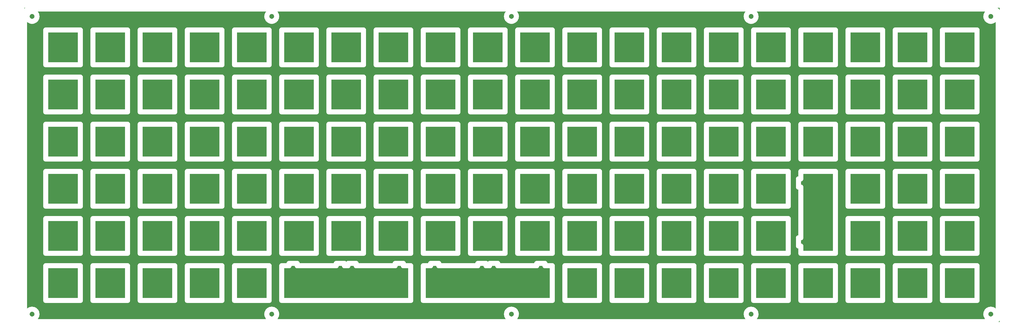
<source format=gbr>
G04 EAGLE Gerber RS-274X export*
G75*
%MOMM*%
%FSLAX34Y34*%
%LPD*%
%INBottom Copper*%
%IPPOS*%
%AMOC8*
5,1,8,0,0,1.08239X$1,22.5*%
G01*

G36*
X975969Y12675D02*
X975969Y12675D01*
X975971Y12675D01*
X975971Y12676D01*
X975972Y12677D01*
X975971Y12679D01*
X975971Y12681D01*
X975366Y13288D01*
X974138Y14337D01*
X973948Y14710D01*
X973947Y14711D01*
X973651Y15008D01*
X973035Y16501D01*
X970570Y21341D01*
X969725Y22713D01*
X969658Y23130D01*
X969657Y23131D01*
X969658Y23132D01*
X969466Y23508D01*
X969340Y25115D01*
X968469Y30541D01*
X968089Y32143D01*
X968090Y32146D01*
X968090Y32147D01*
X968090Y32151D01*
X968091Y32155D01*
X968092Y32159D01*
X968092Y32163D01*
X968092Y32164D01*
X968093Y32168D01*
X968096Y32185D01*
X968096Y32189D01*
X968097Y32193D01*
X968098Y32197D01*
X968098Y32198D01*
X968099Y32202D01*
X968099Y32206D01*
X968100Y32210D01*
X968101Y32214D01*
X968101Y32215D01*
X968101Y32219D01*
X968105Y32240D01*
X968105Y32244D01*
X968106Y32248D01*
X968106Y32249D01*
X968107Y32253D01*
X968107Y32257D01*
X968108Y32261D01*
X968109Y32265D01*
X968109Y32266D01*
X968109Y32270D01*
X968110Y32270D01*
X968109Y32270D01*
X968110Y32274D01*
X968114Y32295D01*
X968114Y32299D01*
X968114Y32300D01*
X968115Y32304D01*
X968116Y32308D01*
X968116Y32312D01*
X968117Y32316D01*
X968117Y32317D01*
X968118Y32321D01*
X968118Y32325D01*
X968122Y32346D01*
X968122Y32350D01*
X968123Y32350D01*
X968122Y32351D01*
X968123Y32355D01*
X968124Y32359D01*
X968125Y32363D01*
X968125Y32367D01*
X968125Y32368D01*
X968126Y32372D01*
X968127Y32376D01*
X968127Y32380D01*
X968131Y32401D01*
X968131Y32402D01*
X968131Y32406D01*
X968132Y32410D01*
X968133Y32414D01*
X968133Y32418D01*
X968133Y32419D01*
X968134Y32423D01*
X968135Y32427D01*
X968136Y32431D01*
X968139Y32452D01*
X968140Y32457D01*
X968140Y32461D01*
X968141Y32465D01*
X968142Y32469D01*
X968142Y32470D01*
X968142Y32474D01*
X968143Y32478D01*
X968144Y32482D01*
X968144Y32486D01*
X968144Y32487D01*
X968148Y32508D01*
X968149Y32512D01*
X968149Y32516D01*
X968150Y32520D01*
X968150Y32521D01*
X968151Y32525D01*
X968150Y32525D01*
X968151Y32525D01*
X968150Y32525D01*
X968151Y32526D01*
X968089Y32908D01*
X968092Y32920D01*
X968100Y32954D01*
X968103Y32967D01*
X968111Y33001D01*
X968114Y33013D01*
X968123Y33047D01*
X968123Y33048D01*
X968126Y33060D01*
X968134Y33094D01*
X968137Y33107D01*
X968148Y33154D01*
X968159Y33200D01*
X968159Y33201D01*
X968162Y33213D01*
X968170Y33247D01*
X968173Y33260D01*
X968181Y33294D01*
X968184Y33307D01*
X968192Y33341D01*
X968195Y33353D01*
X968203Y33387D01*
X968203Y33388D01*
X968206Y33400D01*
X968215Y33434D01*
X968218Y33447D01*
X968226Y33481D01*
X968229Y33494D01*
X968240Y33540D01*
X968240Y33541D01*
X968251Y33587D01*
X968254Y33600D01*
X968262Y33634D01*
X968265Y33647D01*
X968273Y33681D01*
X968276Y33693D01*
X968284Y33727D01*
X968284Y33728D01*
X968287Y33740D01*
X968295Y33774D01*
X968298Y33787D01*
X968299Y33787D01*
X968307Y33821D01*
X968310Y33834D01*
X968318Y33868D01*
X968321Y33880D01*
X968321Y33881D01*
X968332Y33927D01*
X968343Y33974D01*
X968346Y33987D01*
X968354Y34021D01*
X968357Y34033D01*
X968365Y34067D01*
X968365Y34068D01*
X968368Y34080D01*
X968376Y34114D01*
X968379Y34127D01*
X968387Y34161D01*
X968388Y34161D01*
X968387Y34161D01*
X968391Y34174D01*
X968399Y34208D01*
X968402Y34220D01*
X968402Y34221D01*
X968410Y34254D01*
X968410Y34255D01*
X968413Y34267D01*
X968424Y34314D01*
X968435Y34361D01*
X968438Y34373D01*
X968446Y34407D01*
X968446Y34408D01*
X968449Y34420D01*
X968457Y34454D01*
X968460Y34467D01*
X968468Y34501D01*
X968470Y34510D01*
X968471Y34510D01*
X968471Y34514D01*
X968472Y34518D01*
X968473Y34522D01*
X968473Y34526D01*
X968473Y34527D01*
X968474Y34531D01*
X968477Y34552D01*
X968478Y34556D01*
X968479Y34560D01*
X968479Y34561D01*
X968479Y34565D01*
X968480Y34569D01*
X968481Y34573D01*
X968481Y34577D01*
X968481Y34578D01*
X968482Y34582D01*
X968486Y34603D01*
X968486Y34607D01*
X968487Y34611D01*
X968487Y34612D01*
X968488Y34616D01*
X968488Y34620D01*
X968489Y34624D01*
X968490Y34628D01*
X968490Y34629D01*
X968490Y34633D01*
X968491Y34637D01*
X968494Y34654D01*
X968494Y34658D01*
X968495Y34662D01*
X968495Y34663D01*
X968496Y34667D01*
X968496Y34671D01*
X968497Y34671D01*
X968496Y34671D01*
X968497Y34675D01*
X968498Y34679D01*
X968498Y34680D01*
X968499Y34684D01*
X968499Y34688D01*
X968503Y34709D01*
X968503Y34713D01*
X968503Y34714D01*
X968504Y34718D01*
X968505Y34722D01*
X968505Y34726D01*
X968506Y34730D01*
X968506Y34731D01*
X968507Y34735D01*
X968507Y34739D01*
X968511Y34760D01*
X968512Y34764D01*
X968512Y34765D01*
X968512Y34769D01*
X968513Y34773D01*
X968514Y34777D01*
X968514Y34781D01*
X968514Y34782D01*
X968515Y34786D01*
X968516Y34790D01*
X968519Y34811D01*
X968520Y34815D01*
X968520Y34816D01*
X968520Y34820D01*
X968521Y34824D01*
X968522Y34828D01*
X968523Y34832D01*
X968523Y34833D01*
X968523Y34837D01*
X968524Y34841D01*
X968525Y34845D01*
X968527Y34862D01*
X968528Y34866D01*
X968528Y34867D01*
X968529Y34871D01*
X968529Y34875D01*
X968530Y34879D01*
X968531Y34883D01*
X968531Y34884D01*
X968531Y34888D01*
X968532Y34892D01*
X968533Y34896D01*
X968536Y34917D01*
X968536Y34918D01*
X968537Y34922D01*
X968538Y34926D01*
X968538Y34930D01*
X968539Y34934D01*
X968539Y34935D01*
X968540Y34939D01*
X968540Y34943D01*
X968541Y34947D01*
X968544Y34968D01*
X968544Y34969D01*
X968545Y34973D01*
X968546Y34977D01*
X968546Y34981D01*
X968547Y34981D01*
X968546Y34981D01*
X968547Y34985D01*
X968547Y34986D01*
X968548Y34990D01*
X968549Y34994D01*
X968549Y34998D01*
X968553Y35019D01*
X968553Y35020D01*
X968553Y35024D01*
X968554Y35028D01*
X968555Y35032D01*
X968555Y35036D01*
X968555Y35037D01*
X968556Y35041D01*
X968557Y35045D01*
X968557Y35049D01*
X968558Y35053D01*
X968558Y35054D01*
X968561Y35070D01*
X968562Y35075D01*
X968562Y35079D01*
X968563Y35083D01*
X968564Y35087D01*
X968564Y35088D01*
X968564Y35092D01*
X968565Y35096D01*
X968566Y35100D01*
X968566Y35104D01*
X968566Y35105D01*
X968570Y35126D01*
X968570Y35130D01*
X968571Y35134D01*
X968572Y35138D01*
X968572Y35139D01*
X968573Y35143D01*
X968573Y35147D01*
X968574Y35151D01*
X968575Y35155D01*
X968575Y35156D01*
X968578Y35177D01*
X968579Y35181D01*
X968579Y35185D01*
X968580Y35189D01*
X968580Y35190D01*
X968581Y35194D01*
X968581Y35198D01*
X968582Y35202D01*
X968583Y35206D01*
X968583Y35207D01*
X968586Y35228D01*
X968587Y35232D01*
X968588Y35236D01*
X968588Y35240D01*
X968588Y35241D01*
X968589Y35245D01*
X968590Y35249D01*
X968590Y35253D01*
X968591Y35257D01*
X968591Y35258D01*
X968592Y35262D01*
X968595Y35283D01*
X968596Y35287D01*
X968596Y35291D01*
X968597Y35291D01*
X968596Y35292D01*
X968597Y35296D01*
X968598Y35300D01*
X968599Y35304D01*
X968599Y35308D01*
X968599Y35309D01*
X968600Y35313D01*
X968603Y35334D01*
X968604Y35338D01*
X968605Y35342D01*
X968605Y35343D01*
X968605Y35347D01*
X968606Y35351D01*
X968607Y35355D01*
X968607Y35359D01*
X968607Y35360D01*
X968608Y35364D01*
X968612Y35385D01*
X968612Y35389D01*
X968613Y35393D01*
X968613Y35394D01*
X968614Y35398D01*
X968614Y35402D01*
X968615Y35406D01*
X968616Y35410D01*
X968616Y35411D01*
X968616Y35415D01*
X968617Y35419D01*
X968620Y35436D01*
X968620Y35440D01*
X968621Y35444D01*
X968621Y35445D01*
X968622Y35449D01*
X968623Y35453D01*
X968623Y35457D01*
X968624Y35461D01*
X968624Y35462D01*
X968625Y35466D01*
X968625Y35470D01*
X968629Y35491D01*
X968629Y35495D01*
X968629Y35496D01*
X968630Y35500D01*
X968631Y35504D01*
X968631Y35508D01*
X968632Y35512D01*
X968632Y35513D01*
X968633Y35517D01*
X968633Y35521D01*
X968634Y35521D01*
X968633Y35521D01*
X968637Y35542D01*
X968638Y35546D01*
X968638Y35547D01*
X968638Y35551D01*
X968639Y35555D01*
X968640Y35559D01*
X968640Y35563D01*
X968640Y35564D01*
X968641Y35568D01*
X968642Y35572D01*
X968645Y35593D01*
X968646Y35597D01*
X968646Y35598D01*
X968646Y35602D01*
X968647Y35602D01*
X968646Y35602D01*
X968647Y35606D01*
X968648Y35610D01*
X968649Y35614D01*
X968649Y35615D01*
X968649Y35619D01*
X968650Y35623D01*
X968651Y35627D01*
X968653Y35644D01*
X968654Y35648D01*
X968654Y35649D01*
X968655Y35653D01*
X968655Y35657D01*
X968656Y35661D01*
X968657Y35665D01*
X968657Y35666D01*
X968657Y35670D01*
X968658Y35674D01*
X968659Y35678D01*
X968662Y35699D01*
X968662Y35700D01*
X968663Y35704D01*
X968664Y35708D01*
X968664Y35712D01*
X968665Y35716D01*
X968665Y35717D01*
X968666Y35721D01*
X968666Y35725D01*
X968667Y35729D01*
X968670Y35750D01*
X968670Y35751D01*
X968671Y35755D01*
X968672Y35759D01*
X968673Y35763D01*
X968673Y35767D01*
X968673Y35768D01*
X968674Y35772D01*
X968675Y35776D01*
X968675Y35780D01*
X968679Y35801D01*
X968679Y35802D01*
X968679Y35806D01*
X968680Y35810D01*
X968681Y35814D01*
X968681Y35818D01*
X968681Y35819D01*
X968682Y35823D01*
X968683Y35827D01*
X968683Y35831D01*
X968684Y35831D01*
X968683Y35831D01*
X968684Y35835D01*
X968684Y35836D01*
X968687Y35852D01*
X968688Y35857D01*
X968688Y35861D01*
X968689Y35865D01*
X968690Y35869D01*
X968690Y35870D01*
X968690Y35874D01*
X968691Y35878D01*
X968692Y35882D01*
X968692Y35886D01*
X968692Y35887D01*
X968696Y35908D01*
X968696Y35912D01*
X968697Y35912D01*
X968696Y35912D01*
X968697Y35916D01*
X968698Y35920D01*
X968698Y35921D01*
X968699Y35925D01*
X968699Y35929D01*
X968700Y35933D01*
X968701Y35937D01*
X968701Y35938D01*
X968704Y35959D01*
X968705Y35963D01*
X968705Y35967D01*
X968706Y35971D01*
X968706Y35972D01*
X968707Y35976D01*
X968707Y35980D01*
X968708Y35984D01*
X968709Y35988D01*
X968709Y35989D01*
X968712Y36010D01*
X968713Y36014D01*
X968714Y36018D01*
X968714Y36022D01*
X968714Y36023D01*
X968715Y36027D01*
X968716Y36031D01*
X968716Y36035D01*
X968717Y36039D01*
X968717Y36040D01*
X968718Y36044D01*
X968720Y36061D01*
X968721Y36065D01*
X968722Y36069D01*
X968723Y36073D01*
X968723Y36074D01*
X968723Y36078D01*
X968724Y36082D01*
X968725Y36086D01*
X968725Y36090D01*
X968725Y36091D01*
X968726Y36095D01*
X968729Y36116D01*
X968730Y36120D01*
X968731Y36124D01*
X968731Y36125D01*
X968731Y36129D01*
X968732Y36133D01*
X968733Y36137D01*
X968733Y36141D01*
X968734Y36141D01*
X968733Y36142D01*
X968734Y36146D01*
X968738Y36167D01*
X968738Y36171D01*
X968739Y36175D01*
X968739Y36176D01*
X968740Y36180D01*
X968740Y36184D01*
X968741Y36188D01*
X968742Y36192D01*
X968742Y36193D01*
X968742Y36197D01*
X968746Y36218D01*
X968746Y36222D01*
X968747Y36222D01*
X968746Y36222D01*
X968747Y36226D01*
X968747Y36227D01*
X968748Y36231D01*
X968749Y36235D01*
X968749Y36239D01*
X968750Y36243D01*
X968750Y36244D01*
X968751Y36248D01*
X968751Y36252D01*
X968755Y36273D01*
X968755Y36277D01*
X968755Y36278D01*
X968756Y36282D01*
X968757Y36286D01*
X968757Y36290D01*
X968758Y36294D01*
X968758Y36295D01*
X968759Y36299D01*
X968760Y36303D01*
X968763Y36324D01*
X968764Y36328D01*
X968764Y36329D01*
X968764Y36333D01*
X968765Y36337D01*
X968766Y36341D01*
X968766Y36345D01*
X968766Y36346D01*
X968767Y36350D01*
X968768Y36354D01*
X968771Y36375D01*
X968772Y36379D01*
X968772Y36380D01*
X968773Y36384D01*
X968773Y36388D01*
X968774Y36392D01*
X968775Y36396D01*
X968775Y36397D01*
X968775Y36401D01*
X968776Y36405D01*
X968777Y36409D01*
X968779Y36426D01*
X968780Y36430D01*
X968780Y36431D01*
X968781Y36435D01*
X968781Y36439D01*
X968782Y36443D01*
X968783Y36447D01*
X968783Y36448D01*
X968783Y36452D01*
X968784Y36452D01*
X968783Y36452D01*
X968784Y36456D01*
X968785Y36460D01*
X968788Y36481D01*
X968788Y36482D01*
X968789Y36486D01*
X968790Y36490D01*
X968790Y36494D01*
X968791Y36498D01*
X968791Y36499D01*
X968792Y36503D01*
X968792Y36507D01*
X968793Y36511D01*
X968796Y36532D01*
X968797Y36532D01*
X968797Y36533D01*
X968797Y36537D01*
X968798Y36541D01*
X968799Y36545D01*
X968799Y36549D01*
X968799Y36550D01*
X968800Y36554D01*
X968801Y36558D01*
X968801Y36562D01*
X968805Y36583D01*
X968805Y36584D01*
X968805Y36588D01*
X968806Y36592D01*
X968807Y36596D01*
X968807Y36600D01*
X968807Y36601D01*
X968808Y36605D01*
X968809Y36609D01*
X968810Y36613D01*
X968810Y36617D01*
X968810Y36618D01*
X968813Y36634D01*
X968814Y36639D01*
X968814Y36643D01*
X968815Y36647D01*
X968816Y36651D01*
X968816Y36652D01*
X968816Y36656D01*
X968817Y36660D01*
X968818Y36664D01*
X968818Y36668D01*
X968818Y36669D01*
X968822Y36690D01*
X968823Y36694D01*
X968823Y36698D01*
X968824Y36702D01*
X968824Y36703D01*
X968825Y36707D01*
X968825Y36711D01*
X968826Y36715D01*
X968827Y36719D01*
X968827Y36720D01*
X968830Y36741D01*
X968831Y36745D01*
X968831Y36749D01*
X968832Y36753D01*
X968832Y36754D01*
X968833Y36758D01*
X968833Y36762D01*
X968834Y36762D01*
X968833Y36762D01*
X968834Y36766D01*
X968835Y36770D01*
X968835Y36771D01*
X968838Y36792D01*
X968839Y36796D01*
X968840Y36800D01*
X968840Y36804D01*
X968840Y36805D01*
X968841Y36809D01*
X968842Y36813D01*
X968842Y36817D01*
X968843Y36821D01*
X968843Y36822D01*
X968844Y36826D01*
X968846Y36843D01*
X968847Y36843D01*
X968847Y36847D01*
X968848Y36851D01*
X968849Y36855D01*
X968849Y36856D01*
X968849Y36860D01*
X968850Y36864D01*
X968851Y36868D01*
X968851Y36872D01*
X968851Y36873D01*
X968852Y36877D01*
X968855Y36898D01*
X968856Y36902D01*
X968857Y36906D01*
X968857Y36907D01*
X968857Y36911D01*
X968858Y36915D01*
X968859Y36919D01*
X968860Y36923D01*
X968860Y36924D01*
X968860Y36928D01*
X968864Y36949D01*
X968864Y36953D01*
X968865Y36957D01*
X968865Y36958D01*
X968866Y36962D01*
X968866Y36966D01*
X968867Y36970D01*
X968868Y36974D01*
X968868Y36975D01*
X968868Y36979D01*
X968872Y37000D01*
X968873Y37004D01*
X968873Y37008D01*
X968873Y37009D01*
X968874Y37013D01*
X968875Y37017D01*
X968875Y37021D01*
X968876Y37025D01*
X968876Y37026D01*
X968877Y37030D01*
X968877Y37034D01*
X968880Y37051D01*
X968881Y37055D01*
X968881Y37059D01*
X968881Y37060D01*
X968882Y37064D01*
X968883Y37068D01*
X968883Y37072D01*
X968884Y37072D01*
X968883Y37072D01*
X968884Y37076D01*
X968884Y37077D01*
X968885Y37081D01*
X968886Y37085D01*
X968889Y37106D01*
X968890Y37110D01*
X968890Y37111D01*
X968890Y37115D01*
X968891Y37119D01*
X968892Y37123D01*
X968892Y37127D01*
X968892Y37128D01*
X968893Y37132D01*
X968894Y37136D01*
X968897Y37157D01*
X968898Y37161D01*
X968898Y37162D01*
X968899Y37166D01*
X968899Y37170D01*
X968900Y37174D01*
X968901Y37178D01*
X968901Y37179D01*
X968901Y37183D01*
X968902Y37187D01*
X968905Y37208D01*
X968906Y37212D01*
X968906Y37213D01*
X968907Y37217D01*
X968907Y37221D01*
X968908Y37225D01*
X968909Y37229D01*
X968909Y37230D01*
X968910Y37234D01*
X968910Y37238D01*
X968911Y37242D01*
X968914Y37263D01*
X968914Y37264D01*
X968915Y37268D01*
X968916Y37272D01*
X968916Y37276D01*
X968917Y37280D01*
X968917Y37281D01*
X968918Y37285D01*
X968918Y37289D01*
X968919Y37293D01*
X968923Y37314D01*
X968923Y37315D01*
X968923Y37319D01*
X968924Y37323D01*
X968925Y37327D01*
X968925Y37331D01*
X968925Y37332D01*
X968926Y37336D01*
X968927Y37340D01*
X968927Y37344D01*
X968931Y37365D01*
X968931Y37366D01*
X968931Y37370D01*
X968932Y37374D01*
X968933Y37378D01*
X968933Y37382D01*
X968934Y37382D01*
X968933Y37383D01*
X968934Y37387D01*
X968935Y37391D01*
X968936Y37395D01*
X968936Y37399D01*
X968936Y37400D01*
X968939Y37416D01*
X968940Y37421D01*
X968940Y37425D01*
X968941Y37429D01*
X968942Y37433D01*
X968942Y37434D01*
X968942Y37438D01*
X968943Y37442D01*
X968944Y37446D01*
X968944Y37450D01*
X968944Y37451D01*
X968948Y37472D01*
X968949Y37476D01*
X968949Y37480D01*
X968950Y37484D01*
X968950Y37485D01*
X968951Y37489D01*
X968951Y37493D01*
X968952Y37497D01*
X968953Y37501D01*
X968953Y37502D01*
X968956Y37523D01*
X968957Y37527D01*
X968957Y37531D01*
X968958Y37535D01*
X968958Y37536D01*
X968959Y37540D01*
X968960Y37544D01*
X968960Y37548D01*
X968961Y37552D01*
X968961Y37553D01*
X968964Y37574D01*
X968965Y37578D01*
X968966Y37582D01*
X968966Y37586D01*
X968966Y37587D01*
X968967Y37591D01*
X968968Y37595D01*
X968968Y37599D01*
X968969Y37603D01*
X968969Y37604D01*
X968970Y37608D01*
X968973Y37625D01*
X968973Y37629D01*
X968974Y37633D01*
X968975Y37637D01*
X968975Y37638D01*
X968975Y37642D01*
X968976Y37646D01*
X968977Y37650D01*
X968977Y37654D01*
X968977Y37655D01*
X968978Y37659D01*
X968981Y37680D01*
X968982Y37684D01*
X968983Y37688D01*
X968983Y37689D01*
X968983Y37693D01*
X968984Y37693D01*
X968983Y37693D01*
X968984Y37697D01*
X968985Y37701D01*
X968986Y37705D01*
X968986Y37706D01*
X968986Y37710D01*
X968990Y37731D01*
X968990Y37735D01*
X968991Y37739D01*
X968991Y37740D01*
X968992Y37744D01*
X968992Y37748D01*
X968993Y37752D01*
X968994Y37756D01*
X968994Y37757D01*
X968994Y37761D01*
X968998Y37782D01*
X968999Y37786D01*
X968999Y37790D01*
X968999Y37791D01*
X969000Y37795D01*
X969001Y37799D01*
X969001Y37803D01*
X969002Y37807D01*
X969002Y37808D01*
X969003Y37812D01*
X969003Y37816D01*
X969006Y37833D01*
X969007Y37837D01*
X969007Y37841D01*
X969007Y37842D01*
X969008Y37846D01*
X969009Y37850D01*
X969010Y37854D01*
X969010Y37858D01*
X969010Y37859D01*
X969011Y37863D01*
X969012Y37867D01*
X969015Y37888D01*
X969016Y37892D01*
X969016Y37893D01*
X969016Y37897D01*
X969017Y37901D01*
X969018Y37905D01*
X969018Y37909D01*
X969018Y37910D01*
X969019Y37914D01*
X969020Y37918D01*
X969023Y37939D01*
X969024Y37943D01*
X969024Y37944D01*
X969025Y37948D01*
X969025Y37952D01*
X969026Y37956D01*
X969027Y37960D01*
X969027Y37961D01*
X969027Y37965D01*
X969028Y37969D01*
X969031Y37990D01*
X969032Y37994D01*
X969032Y37995D01*
X969033Y37999D01*
X969033Y38003D01*
X969034Y38003D01*
X969033Y38003D01*
X969034Y38007D01*
X969035Y38011D01*
X969035Y38012D01*
X969036Y38016D01*
X969036Y38020D01*
X969037Y38024D01*
X969040Y38041D01*
X969040Y38045D01*
X969040Y38046D01*
X969041Y38050D01*
X969042Y38054D01*
X969042Y38058D01*
X969043Y38062D01*
X969043Y38063D01*
X969044Y38067D01*
X969044Y38071D01*
X969045Y38075D01*
X969049Y38096D01*
X969049Y38097D01*
X969049Y38101D01*
X969050Y38105D01*
X969051Y38109D01*
X969051Y38113D01*
X969051Y38114D01*
X969052Y38118D01*
X969053Y38122D01*
X969053Y38126D01*
X969057Y38147D01*
X969057Y38148D01*
X969057Y38152D01*
X969058Y38156D01*
X969059Y38160D01*
X969060Y38164D01*
X969060Y38165D01*
X969060Y38169D01*
X969061Y38173D01*
X969062Y38177D01*
X969062Y38181D01*
X969062Y38182D01*
X969065Y38198D01*
X969066Y38203D01*
X969066Y38207D01*
X969067Y38211D01*
X969068Y38215D01*
X969068Y38216D01*
X969068Y38220D01*
X969069Y38224D01*
X969070Y38228D01*
X969070Y38232D01*
X969071Y38232D01*
X969070Y38233D01*
X969074Y38254D01*
X969075Y38258D01*
X969075Y38262D01*
X969076Y38266D01*
X969076Y38267D01*
X969077Y38271D01*
X969077Y38275D01*
X969078Y38279D01*
X969079Y38283D01*
X969079Y38284D01*
X969082Y38305D01*
X969083Y38309D01*
X969083Y38313D01*
X969084Y38313D01*
X969083Y38313D01*
X969084Y38317D01*
X969084Y38318D01*
X969085Y38322D01*
X969086Y38326D01*
X969086Y38330D01*
X969087Y38334D01*
X969087Y38335D01*
X969090Y38356D01*
X969091Y38360D01*
X969092Y38364D01*
X969092Y38368D01*
X969092Y38369D01*
X969093Y38373D01*
X969094Y38377D01*
X969094Y38381D01*
X969095Y38385D01*
X969095Y38386D01*
X969096Y38390D01*
X969099Y38407D01*
X969099Y38411D01*
X969100Y38415D01*
X969101Y38419D01*
X969101Y38420D01*
X969101Y38424D01*
X969102Y38428D01*
X969103Y38432D01*
X969103Y38436D01*
X969103Y38437D01*
X969104Y38441D01*
X969107Y38462D01*
X969108Y38466D01*
X969109Y38470D01*
X969109Y38471D01*
X969110Y38475D01*
X969110Y38479D01*
X969111Y38483D01*
X969112Y38487D01*
X969112Y38488D01*
X969112Y38492D01*
X969116Y38513D01*
X969116Y38517D01*
X969117Y38521D01*
X969117Y38522D01*
X969118Y38526D01*
X969118Y38530D01*
X969119Y38534D01*
X969120Y38538D01*
X969120Y38539D01*
X969120Y38543D01*
X969121Y38543D01*
X969120Y38543D01*
X969124Y38564D01*
X969125Y38568D01*
X969125Y38572D01*
X969125Y38573D01*
X969126Y38577D01*
X969127Y38581D01*
X969127Y38585D01*
X969128Y38589D01*
X969128Y38590D01*
X969129Y38594D01*
X969129Y38598D01*
X969132Y38615D01*
X969133Y38619D01*
X969133Y38623D01*
X969134Y38623D01*
X969133Y38624D01*
X969134Y38628D01*
X969135Y38632D01*
X969136Y38636D01*
X969136Y38640D01*
X969136Y38641D01*
X969137Y38645D01*
X969138Y38649D01*
X969141Y38670D01*
X969142Y38674D01*
X969142Y38675D01*
X969142Y38679D01*
X969143Y38683D01*
X969144Y38687D01*
X969144Y38691D01*
X969144Y38692D01*
X969145Y38696D01*
X969146Y38700D01*
X969149Y38721D01*
X969150Y38725D01*
X969150Y38726D01*
X969151Y38730D01*
X969151Y38734D01*
X969152Y38738D01*
X969153Y38742D01*
X969153Y38743D01*
X969153Y38747D01*
X969154Y38751D01*
X969157Y38772D01*
X969158Y38776D01*
X969158Y38777D01*
X969159Y38781D01*
X969160Y38785D01*
X969160Y38789D01*
X969161Y38793D01*
X969161Y38794D01*
X969162Y38798D01*
X969162Y38802D01*
X969163Y38806D01*
X969166Y38823D01*
X969166Y38827D01*
X969166Y38828D01*
X969167Y38832D01*
X969168Y38836D01*
X969168Y38840D01*
X969169Y38844D01*
X969169Y38845D01*
X969170Y38849D01*
X969170Y38853D01*
X969171Y38853D01*
X969170Y38853D01*
X969171Y38857D01*
X969175Y38878D01*
X969175Y38879D01*
X969175Y38883D01*
X969176Y38887D01*
X969177Y38891D01*
X969177Y38895D01*
X969177Y38896D01*
X969178Y38900D01*
X969179Y38904D01*
X969179Y38908D01*
X969183Y38929D01*
X969183Y38930D01*
X969183Y38934D01*
X969184Y38934D01*
X969183Y38934D01*
X969184Y38938D01*
X969185Y38942D01*
X969186Y38946D01*
X969186Y38947D01*
X969186Y38951D01*
X969187Y38955D01*
X969188Y38959D01*
X969191Y38980D01*
X969191Y38981D01*
X969192Y38985D01*
X969192Y38989D01*
X969193Y38993D01*
X969194Y38997D01*
X969194Y38998D01*
X969194Y39002D01*
X969195Y39006D01*
X969196Y39010D01*
X969197Y39014D01*
X969197Y39015D01*
X969199Y39031D01*
X969200Y39036D01*
X969201Y39040D01*
X969201Y39044D01*
X969202Y39048D01*
X969202Y39049D01*
X969203Y39053D01*
X969203Y39057D01*
X969204Y39061D01*
X969205Y39065D01*
X969205Y39066D01*
X969208Y39087D01*
X969209Y39091D01*
X969210Y39095D01*
X969210Y39099D01*
X969210Y39100D01*
X969211Y39104D01*
X969212Y39108D01*
X969212Y39112D01*
X969213Y39116D01*
X969213Y39117D01*
X969216Y39138D01*
X969217Y39142D01*
X969218Y39146D01*
X969218Y39150D01*
X969218Y39151D01*
X969219Y39155D01*
X969220Y39159D01*
X969220Y39163D01*
X969221Y39163D01*
X969220Y39163D01*
X969221Y39167D01*
X969221Y39168D01*
X969222Y39172D01*
X969225Y39189D01*
X969225Y39193D01*
X969226Y39197D01*
X969227Y39201D01*
X969227Y39202D01*
X969227Y39206D01*
X969228Y39210D01*
X969229Y39214D01*
X969229Y39218D01*
X969229Y39219D01*
X969230Y39223D01*
X969233Y39244D01*
X969234Y39244D01*
X969234Y39248D01*
X969235Y39252D01*
X969235Y39253D01*
X969236Y39257D01*
X969236Y39261D01*
X969237Y39265D01*
X969238Y39269D01*
X969238Y39270D01*
X969238Y39274D01*
X969242Y39295D01*
X969242Y39299D01*
X969243Y39303D01*
X969243Y39304D01*
X969244Y39308D01*
X969244Y39312D01*
X969245Y39316D01*
X969246Y39320D01*
X969246Y39321D01*
X969247Y39325D01*
X969250Y39346D01*
X969251Y39350D01*
X969251Y39354D01*
X969251Y39355D01*
X969252Y39359D01*
X969253Y39363D01*
X969253Y39367D01*
X969254Y39371D01*
X969254Y39372D01*
X969255Y39376D01*
X969255Y39380D01*
X969258Y39397D01*
X969259Y39401D01*
X969260Y39405D01*
X969260Y39406D01*
X969260Y39410D01*
X969261Y39414D01*
X969262Y39418D01*
X969262Y39422D01*
X969262Y39423D01*
X969263Y39427D01*
X969264Y39431D01*
X969267Y39452D01*
X969268Y39456D01*
X969268Y39457D01*
X969268Y39461D01*
X969269Y39465D01*
X969270Y39469D01*
X969270Y39473D01*
X969271Y39473D01*
X969270Y39474D01*
X969271Y39478D01*
X969272Y39482D01*
X969275Y39503D01*
X969276Y39507D01*
X969276Y39508D01*
X969277Y39512D01*
X969277Y39516D01*
X969278Y39520D01*
X969279Y39524D01*
X969279Y39525D01*
X969279Y39529D01*
X969280Y39533D01*
X969283Y39554D01*
X969284Y39554D01*
X969284Y39558D01*
X969284Y39559D01*
X969285Y39563D01*
X969286Y39567D01*
X969286Y39571D01*
X969287Y39575D01*
X969287Y39576D01*
X969288Y39580D01*
X969288Y39584D01*
X969289Y39588D01*
X969292Y39605D01*
X969292Y39609D01*
X969292Y39610D01*
X969293Y39614D01*
X969294Y39618D01*
X969294Y39622D01*
X969295Y39626D01*
X969295Y39627D01*
X969296Y39631D01*
X969297Y39635D01*
X969297Y39639D01*
X969301Y39660D01*
X969301Y39661D01*
X969301Y39665D01*
X969302Y39669D01*
X969303Y39673D01*
X969303Y39677D01*
X969303Y39678D01*
X969304Y39682D01*
X969305Y39686D01*
X969305Y39690D01*
X969309Y39711D01*
X969309Y39712D01*
X969310Y39716D01*
X969310Y39720D01*
X969311Y39724D01*
X969312Y39728D01*
X969312Y39729D01*
X969312Y39733D01*
X969313Y39737D01*
X969314Y39741D01*
X969317Y39762D01*
X969317Y39763D01*
X969318Y39767D01*
X969318Y39771D01*
X969319Y39775D01*
X969320Y39779D01*
X969320Y39780D01*
X969320Y39784D01*
X969321Y39784D01*
X969320Y39784D01*
X969321Y39788D01*
X969322Y39792D01*
X969323Y39796D01*
X969323Y39797D01*
X969325Y39813D01*
X969326Y39818D01*
X969327Y39822D01*
X969327Y39826D01*
X969328Y39830D01*
X969328Y39831D01*
X969329Y39835D01*
X969329Y39839D01*
X969330Y39843D01*
X969331Y39847D01*
X969331Y39848D01*
X969334Y39869D01*
X969335Y39873D01*
X969336Y39877D01*
X969336Y39881D01*
X969336Y39882D01*
X969337Y39886D01*
X969338Y39890D01*
X969338Y39894D01*
X969339Y39898D01*
X969339Y39899D01*
X969340Y39904D01*
X969340Y39905D01*
X969466Y41508D01*
X969659Y41888D01*
X969660Y41889D01*
X969660Y41892D01*
X969663Y41909D01*
X969664Y41913D01*
X969664Y41917D01*
X969665Y41921D01*
X969665Y41922D01*
X969666Y41926D01*
X969666Y41930D01*
X969667Y41934D01*
X969668Y41938D01*
X969668Y41939D01*
X969670Y41955D01*
X969671Y41955D01*
X969671Y41960D01*
X969672Y41964D01*
X969673Y41968D01*
X969673Y41972D01*
X969673Y41973D01*
X969674Y41977D01*
X969675Y41981D01*
X969675Y41985D01*
X969679Y42006D01*
X969679Y42007D01*
X969679Y42011D01*
X969680Y42015D01*
X969681Y42019D01*
X969681Y42023D01*
X969681Y42024D01*
X969682Y42028D01*
X969683Y42032D01*
X969684Y42036D01*
X969686Y42053D01*
X969687Y42057D01*
X969687Y42058D01*
X969688Y42062D01*
X969688Y42066D01*
X969689Y42070D01*
X969690Y42074D01*
X969690Y42075D01*
X969690Y42079D01*
X969691Y42083D01*
X969694Y42100D01*
X969694Y42104D01*
X969695Y42108D01*
X969695Y42109D01*
X969696Y42113D01*
X969697Y42117D01*
X969697Y42121D01*
X969698Y42125D01*
X969698Y42126D01*
X969699Y42130D01*
X969702Y42151D01*
X969703Y42155D01*
X969703Y42159D01*
X969703Y42160D01*
X969704Y42164D01*
X969705Y42168D01*
X969705Y42172D01*
X969706Y42176D01*
X969706Y42177D01*
X969707Y42181D01*
X969710Y42198D01*
X969710Y42202D01*
X969711Y42206D01*
X969712Y42210D01*
X969712Y42211D01*
X969712Y42215D01*
X969713Y42219D01*
X969714Y42223D01*
X969714Y42227D01*
X969714Y42228D01*
X969717Y42244D01*
X969718Y42249D01*
X969718Y42253D01*
X969719Y42257D01*
X969720Y42261D01*
X969720Y42262D01*
X969720Y42266D01*
X969721Y42266D01*
X969720Y42266D01*
X969721Y42270D01*
X969722Y42274D01*
X969725Y42295D01*
X969725Y42296D01*
X969726Y42300D01*
X969727Y42304D01*
X969727Y42308D01*
X969728Y42309D01*
X970571Y43678D01*
X970572Y43679D01*
X973032Y48507D01*
X973031Y48508D01*
X973032Y48508D01*
X973642Y49995D01*
X973943Y50297D01*
X973943Y50298D01*
X973944Y50298D01*
X974138Y50679D01*
X975360Y51723D01*
X979210Y55596D01*
X980277Y56844D01*
X980626Y57022D01*
X980627Y57022D01*
X980903Y57300D01*
X982418Y57933D01*
X987302Y60417D01*
X987302Y60418D01*
X988684Y61264D01*
X989093Y61328D01*
X989093Y61329D01*
X989094Y61329D01*
X989462Y61516D01*
X991078Y61642D01*
X991078Y61643D01*
X991078Y61642D01*
X996473Y62495D01*
X996473Y62496D01*
X998050Y62874D01*
X998457Y62809D01*
X998458Y62810D01*
X998458Y62809D01*
X998866Y62874D01*
X1000442Y62495D01*
X1000443Y62495D01*
X1005826Y61642D01*
X1005827Y61642D01*
X1007445Y61514D01*
X1007811Y61327D01*
X1007812Y61328D01*
X1007812Y61327D01*
X1008218Y61263D01*
X1009602Y60415D01*
X1014463Y57937D01*
X1014464Y57937D01*
X1015965Y57313D01*
X1016253Y57025D01*
X1016254Y57025D01*
X1016255Y57024D01*
X1016618Y56839D01*
X1017674Y55602D01*
X1021537Y51732D01*
X1022767Y50683D01*
X1022957Y50311D01*
X1022957Y50310D01*
X1023253Y50014D01*
X1023870Y48521D01*
X1023870Y48520D01*
X1026344Y43670D01*
X1026345Y43670D01*
X1026344Y43670D01*
X1027193Y42286D01*
X1027257Y41881D01*
X1027258Y41880D01*
X1027444Y41514D01*
X1027572Y39896D01*
X1027573Y39895D01*
X1028427Y34510D01*
X1028428Y34510D01*
X1028427Y34510D01*
X1028807Y32932D01*
X1028806Y32930D01*
X1028806Y32925D01*
X1028805Y32921D01*
X1028804Y32917D01*
X1028804Y32913D01*
X1028803Y32908D01*
X1028802Y32904D01*
X1028802Y32900D01*
X1028801Y32896D01*
X1028800Y32891D01*
X1028800Y32887D01*
X1028799Y32883D01*
X1028798Y32879D01*
X1028798Y32874D01*
X1028797Y32870D01*
X1028796Y32866D01*
X1028796Y32862D01*
X1028795Y32857D01*
X1028794Y32853D01*
X1028794Y32849D01*
X1028793Y32845D01*
X1028792Y32840D01*
X1028792Y32836D01*
X1028791Y32832D01*
X1028790Y32828D01*
X1028790Y32823D01*
X1028789Y32819D01*
X1028788Y32815D01*
X1028788Y32811D01*
X1028787Y32806D01*
X1028786Y32802D01*
X1028786Y32798D01*
X1028785Y32798D01*
X1028786Y32798D01*
X1028785Y32794D01*
X1028784Y32789D01*
X1028784Y32785D01*
X1028783Y32785D01*
X1028784Y32785D01*
X1028783Y32781D01*
X1028782Y32777D01*
X1028782Y32772D01*
X1028781Y32772D01*
X1028781Y32768D01*
X1028780Y32764D01*
X1028779Y32760D01*
X1028779Y32755D01*
X1028778Y32751D01*
X1028777Y32743D01*
X1028775Y32734D01*
X1028774Y32726D01*
X1028773Y32717D01*
X1028771Y32709D01*
X1028770Y32700D01*
X1028769Y32692D01*
X1028767Y32683D01*
X1028766Y32675D01*
X1028765Y32666D01*
X1028763Y32658D01*
X1028763Y32653D01*
X1028762Y32649D01*
X1028761Y32645D01*
X1028761Y32641D01*
X1028760Y32636D01*
X1028759Y32632D01*
X1028759Y32628D01*
X1028758Y32624D01*
X1028757Y32619D01*
X1028757Y32615D01*
X1028756Y32611D01*
X1028755Y32607D01*
X1028755Y32602D01*
X1028754Y32598D01*
X1028753Y32594D01*
X1028753Y32590D01*
X1028752Y32585D01*
X1028751Y32581D01*
X1028751Y32577D01*
X1028750Y32573D01*
X1028749Y32568D01*
X1028749Y32564D01*
X1028748Y32560D01*
X1028747Y32556D01*
X1028747Y32551D01*
X1028746Y32547D01*
X1028745Y32543D01*
X1028745Y32539D01*
X1028744Y32534D01*
X1028743Y32530D01*
X1028743Y32526D01*
X1028743Y32525D01*
X1028807Y32118D01*
X1028429Y30540D01*
X1028428Y30533D01*
X1028426Y30524D01*
X1028425Y30516D01*
X1028424Y30507D01*
X1028423Y30507D01*
X1028424Y30507D01*
X1028422Y30499D01*
X1028421Y30490D01*
X1028419Y30482D01*
X1028419Y30477D01*
X1028418Y30473D01*
X1028417Y30469D01*
X1028417Y30465D01*
X1028416Y30460D01*
X1028415Y30456D01*
X1028415Y30452D01*
X1028414Y30448D01*
X1028413Y30443D01*
X1028413Y30439D01*
X1028412Y30435D01*
X1028411Y30431D01*
X1028411Y30426D01*
X1028410Y30422D01*
X1028409Y30418D01*
X1028409Y30414D01*
X1028408Y30409D01*
X1028407Y30405D01*
X1028407Y30401D01*
X1028406Y30397D01*
X1028405Y30392D01*
X1028405Y30388D01*
X1028404Y30384D01*
X1028403Y30380D01*
X1028403Y30375D01*
X1028402Y30371D01*
X1028401Y30367D01*
X1028401Y30363D01*
X1028400Y30358D01*
X1028399Y30354D01*
X1028399Y30350D01*
X1028398Y30346D01*
X1028397Y30341D01*
X1028397Y30337D01*
X1028396Y30333D01*
X1028395Y30329D01*
X1028395Y30324D01*
X1028394Y30320D01*
X1028393Y30316D01*
X1028393Y30312D01*
X1028392Y30307D01*
X1028391Y30303D01*
X1028391Y30299D01*
X1028390Y30295D01*
X1028389Y30290D01*
X1028389Y30286D01*
X1028388Y30282D01*
X1028387Y30278D01*
X1028387Y30273D01*
X1028386Y30269D01*
X1028385Y30265D01*
X1028385Y30261D01*
X1028384Y30256D01*
X1028383Y30248D01*
X1028381Y30239D01*
X1028380Y30231D01*
X1028379Y30222D01*
X1028378Y30222D01*
X1028379Y30222D01*
X1028377Y30214D01*
X1028376Y30205D01*
X1028374Y30197D01*
X1028373Y30188D01*
X1028372Y30180D01*
X1028371Y30176D01*
X1028370Y30171D01*
X1028370Y30167D01*
X1028369Y30163D01*
X1028368Y30159D01*
X1028368Y30154D01*
X1028367Y30150D01*
X1028366Y30146D01*
X1028366Y30142D01*
X1028365Y30137D01*
X1028364Y30133D01*
X1028364Y30129D01*
X1028363Y30125D01*
X1028362Y30120D01*
X1028362Y30116D01*
X1028361Y30112D01*
X1028360Y30108D01*
X1028360Y30103D01*
X1028359Y30099D01*
X1028358Y30095D01*
X1028358Y30091D01*
X1028357Y30086D01*
X1028356Y30082D01*
X1028356Y30078D01*
X1028355Y30074D01*
X1028354Y30069D01*
X1028354Y30065D01*
X1028353Y30061D01*
X1028352Y30057D01*
X1028352Y30052D01*
X1028351Y30048D01*
X1028350Y30044D01*
X1028350Y30040D01*
X1028349Y30035D01*
X1028348Y30031D01*
X1028348Y30027D01*
X1028347Y30023D01*
X1028346Y30018D01*
X1028346Y30014D01*
X1028345Y30010D01*
X1028344Y30006D01*
X1028344Y30001D01*
X1028343Y29997D01*
X1028342Y29993D01*
X1028342Y29989D01*
X1028341Y29984D01*
X1028340Y29980D01*
X1028340Y29976D01*
X1028339Y29972D01*
X1028338Y29967D01*
X1028338Y29963D01*
X1028337Y29959D01*
X1028336Y29955D01*
X1028335Y29946D01*
X1028334Y29938D01*
X1028333Y29938D01*
X1028334Y29938D01*
X1028332Y29929D01*
X1028331Y29921D01*
X1028329Y29912D01*
X1028328Y29904D01*
X1028327Y29895D01*
X1028325Y29887D01*
X1028324Y29878D01*
X1028323Y29874D01*
X1028323Y29870D01*
X1028322Y29865D01*
X1028321Y29861D01*
X1028321Y29857D01*
X1028320Y29853D01*
X1028319Y29848D01*
X1028319Y29844D01*
X1028318Y29840D01*
X1028317Y29836D01*
X1028317Y29831D01*
X1028316Y29827D01*
X1028315Y29823D01*
X1028315Y29819D01*
X1028314Y29814D01*
X1028313Y29810D01*
X1028313Y29806D01*
X1028312Y29802D01*
X1028311Y29797D01*
X1028311Y29793D01*
X1028310Y29789D01*
X1028309Y29785D01*
X1028309Y29780D01*
X1028308Y29776D01*
X1028307Y29772D01*
X1028307Y29768D01*
X1028306Y29763D01*
X1028305Y29759D01*
X1028305Y29755D01*
X1028304Y29751D01*
X1028303Y29746D01*
X1028303Y29742D01*
X1028302Y29738D01*
X1028301Y29734D01*
X1028301Y29729D01*
X1028300Y29725D01*
X1028299Y29721D01*
X1028299Y29717D01*
X1028298Y29712D01*
X1028297Y29708D01*
X1028297Y29704D01*
X1028296Y29700D01*
X1028295Y29695D01*
X1028295Y29691D01*
X1028294Y29687D01*
X1028293Y29683D01*
X1028293Y29678D01*
X1028292Y29674D01*
X1028291Y29670D01*
X1028291Y29666D01*
X1028290Y29666D01*
X1028291Y29666D01*
X1028290Y29661D01*
X1028289Y29657D01*
X1028289Y29653D01*
X1028288Y29653D01*
X1028289Y29653D01*
X1028287Y29644D01*
X1028286Y29636D01*
X1028284Y29627D01*
X1028283Y29619D01*
X1028282Y29610D01*
X1028280Y29602D01*
X1028279Y29593D01*
X1028278Y29585D01*
X1028276Y29576D01*
X1028276Y29572D01*
X1028275Y29568D01*
X1028274Y29564D01*
X1028274Y29559D01*
X1028273Y29555D01*
X1028272Y29551D01*
X1028272Y29547D01*
X1028271Y29542D01*
X1028270Y29538D01*
X1028270Y29534D01*
X1028269Y29530D01*
X1028268Y29525D01*
X1028268Y29521D01*
X1028267Y29517D01*
X1028266Y29513D01*
X1028266Y29508D01*
X1028265Y29504D01*
X1028264Y29500D01*
X1028264Y29496D01*
X1028263Y29491D01*
X1028262Y29487D01*
X1028262Y29483D01*
X1028261Y29479D01*
X1028260Y29474D01*
X1028260Y29470D01*
X1028259Y29466D01*
X1028258Y29462D01*
X1028258Y29457D01*
X1028257Y29453D01*
X1028256Y29449D01*
X1028256Y29445D01*
X1028255Y29440D01*
X1028254Y29436D01*
X1028254Y29432D01*
X1028253Y29428D01*
X1028252Y29423D01*
X1028252Y29419D01*
X1028251Y29415D01*
X1028250Y29411D01*
X1028250Y29406D01*
X1028249Y29402D01*
X1028248Y29398D01*
X1028248Y29394D01*
X1028247Y29389D01*
X1028246Y29385D01*
X1028246Y29381D01*
X1028245Y29381D01*
X1028246Y29381D01*
X1028245Y29377D01*
X1028244Y29372D01*
X1028244Y29368D01*
X1028243Y29368D01*
X1028244Y29368D01*
X1028243Y29364D01*
X1028242Y29360D01*
X1028242Y29355D01*
X1028241Y29355D01*
X1028241Y29351D01*
X1028239Y29343D01*
X1028238Y29334D01*
X1028237Y29326D01*
X1028235Y29317D01*
X1028234Y29309D01*
X1028233Y29300D01*
X1028231Y29292D01*
X1028230Y29283D01*
X1028229Y29275D01*
X1028228Y29270D01*
X1028227Y29266D01*
X1028227Y29262D01*
X1028226Y29258D01*
X1028225Y29253D01*
X1028225Y29249D01*
X1028224Y29245D01*
X1028223Y29241D01*
X1028223Y29236D01*
X1028222Y29232D01*
X1028221Y29228D01*
X1028221Y29224D01*
X1028220Y29219D01*
X1028219Y29215D01*
X1028219Y29211D01*
X1028218Y29207D01*
X1028217Y29202D01*
X1028217Y29198D01*
X1028216Y29194D01*
X1028215Y29190D01*
X1028215Y29185D01*
X1028214Y29181D01*
X1028213Y29177D01*
X1028213Y29173D01*
X1028212Y29168D01*
X1028211Y29164D01*
X1028211Y29160D01*
X1028210Y29156D01*
X1028209Y29151D01*
X1028209Y29147D01*
X1028208Y29143D01*
X1028207Y29139D01*
X1028207Y29134D01*
X1028206Y29130D01*
X1028205Y29126D01*
X1028205Y29122D01*
X1028204Y29117D01*
X1028203Y29113D01*
X1028203Y29109D01*
X1028202Y29105D01*
X1028201Y29100D01*
X1028201Y29096D01*
X1028200Y29096D01*
X1028201Y29096D01*
X1028200Y29092D01*
X1028199Y29088D01*
X1028199Y29083D01*
X1028198Y29083D01*
X1028199Y29083D01*
X1028198Y29079D01*
X1028197Y29075D01*
X1028197Y29071D01*
X1028196Y29071D01*
X1028196Y29066D01*
X1028195Y29062D01*
X1028194Y29058D01*
X1028194Y29054D01*
X1028193Y29049D01*
X1028192Y29041D01*
X1028190Y29032D01*
X1028189Y29024D01*
X1028188Y29015D01*
X1028186Y29007D01*
X1028185Y28998D01*
X1028184Y28990D01*
X1028182Y28981D01*
X1028181Y28973D01*
X1028180Y28964D01*
X1028179Y28960D01*
X1028178Y28956D01*
X1028178Y28952D01*
X1028177Y28947D01*
X1028176Y28943D01*
X1028176Y28939D01*
X1028175Y28935D01*
X1028174Y28930D01*
X1028174Y28926D01*
X1028173Y28922D01*
X1028172Y28918D01*
X1028172Y28913D01*
X1028171Y28909D01*
X1028170Y28905D01*
X1028170Y28901D01*
X1028169Y28896D01*
X1028168Y28892D01*
X1028168Y28888D01*
X1028167Y28884D01*
X1028166Y28879D01*
X1028166Y28875D01*
X1028165Y28871D01*
X1028164Y28867D01*
X1028164Y28862D01*
X1028163Y28858D01*
X1028162Y28854D01*
X1028162Y28850D01*
X1028161Y28845D01*
X1028160Y28841D01*
X1028160Y28837D01*
X1028159Y28833D01*
X1028158Y28828D01*
X1028158Y28824D01*
X1028157Y28820D01*
X1028156Y28816D01*
X1028156Y28811D01*
X1028155Y28811D01*
X1028156Y28811D01*
X1028155Y28807D01*
X1028154Y28803D01*
X1028154Y28799D01*
X1028153Y28799D01*
X1028154Y28799D01*
X1028153Y28794D01*
X1028152Y28790D01*
X1028152Y28786D01*
X1028151Y28786D01*
X1028151Y28782D01*
X1028150Y28777D01*
X1028149Y28773D01*
X1028149Y28769D01*
X1028148Y28765D01*
X1028147Y28760D01*
X1028147Y28756D01*
X1028146Y28752D01*
X1028145Y28748D01*
X1028144Y28739D01*
X1028143Y28731D01*
X1028141Y28722D01*
X1028140Y28714D01*
X1028139Y28705D01*
X1028137Y28697D01*
X1028136Y28688D01*
X1028135Y28680D01*
X1028133Y28671D01*
X1028132Y28663D01*
X1028131Y28658D01*
X1028131Y28654D01*
X1028130Y28650D01*
X1028129Y28646D01*
X1028129Y28641D01*
X1028128Y28637D01*
X1028127Y28633D01*
X1028127Y28629D01*
X1028126Y28624D01*
X1028125Y28620D01*
X1028125Y28616D01*
X1028124Y28612D01*
X1028123Y28607D01*
X1028123Y28603D01*
X1028122Y28599D01*
X1028121Y28595D01*
X1028121Y28590D01*
X1028120Y28586D01*
X1028119Y28582D01*
X1028119Y28578D01*
X1028118Y28573D01*
X1028117Y28569D01*
X1028117Y28565D01*
X1028116Y28561D01*
X1028115Y28556D01*
X1028115Y28552D01*
X1028114Y28548D01*
X1028113Y28544D01*
X1028113Y28539D01*
X1028112Y28535D01*
X1028111Y28531D01*
X1028111Y28527D01*
X1028110Y28527D01*
X1028111Y28527D01*
X1028110Y28522D01*
X1028109Y28518D01*
X1028109Y28514D01*
X1028108Y28514D01*
X1028109Y28514D01*
X1028108Y28510D01*
X1028107Y28505D01*
X1028106Y28501D01*
X1028106Y28497D01*
X1028105Y28493D01*
X1028104Y28488D01*
X1028104Y28484D01*
X1028103Y28480D01*
X1028102Y28476D01*
X1028102Y28471D01*
X1028101Y28467D01*
X1028100Y28463D01*
X1028100Y28459D01*
X1028099Y28454D01*
X1028098Y28450D01*
X1028098Y28446D01*
X1028096Y28437D01*
X1028095Y28429D01*
X1028094Y28420D01*
X1028092Y28412D01*
X1028091Y28403D01*
X1028090Y28395D01*
X1028088Y28386D01*
X1028087Y28378D01*
X1028086Y28369D01*
X1028084Y28361D01*
X1028084Y28357D01*
X1028083Y28352D01*
X1028082Y28348D01*
X1028082Y28344D01*
X1028081Y28340D01*
X1028080Y28335D01*
X1028080Y28331D01*
X1028079Y28327D01*
X1028078Y28323D01*
X1028078Y28318D01*
X1028077Y28314D01*
X1028076Y28310D01*
X1028076Y28306D01*
X1028075Y28301D01*
X1028074Y28297D01*
X1028074Y28293D01*
X1028073Y28289D01*
X1028072Y28284D01*
X1028072Y28280D01*
X1028071Y28276D01*
X1028070Y28272D01*
X1028070Y28267D01*
X1028069Y28263D01*
X1028068Y28259D01*
X1028068Y28255D01*
X1028067Y28250D01*
X1028066Y28246D01*
X1028066Y28242D01*
X1028065Y28242D01*
X1028066Y28242D01*
X1028065Y28238D01*
X1028064Y28233D01*
X1028064Y28229D01*
X1028063Y28229D01*
X1028064Y28229D01*
X1028063Y28225D01*
X1028062Y28221D01*
X1028061Y28216D01*
X1028061Y28212D01*
X1028060Y28208D01*
X1028059Y28204D01*
X1028059Y28199D01*
X1028058Y28195D01*
X1028057Y28191D01*
X1028057Y28187D01*
X1028056Y28182D01*
X1028055Y28178D01*
X1028055Y28174D01*
X1028054Y28170D01*
X1028053Y28165D01*
X1028053Y28161D01*
X1028052Y28157D01*
X1028051Y28153D01*
X1028051Y28148D01*
X1028050Y28144D01*
X1028049Y28136D01*
X1028047Y28127D01*
X1028046Y28119D01*
X1028045Y28110D01*
X1028043Y28102D01*
X1028042Y28093D01*
X1028041Y28085D01*
X1028039Y28076D01*
X1028038Y28068D01*
X1028037Y28059D01*
X1028036Y28055D01*
X1028035Y28051D01*
X1028035Y28046D01*
X1028034Y28042D01*
X1028033Y28038D01*
X1028033Y28034D01*
X1028032Y28029D01*
X1028031Y28025D01*
X1028031Y28021D01*
X1028030Y28017D01*
X1028029Y28012D01*
X1028029Y28008D01*
X1028028Y28004D01*
X1028027Y28000D01*
X1028027Y27995D01*
X1028026Y27991D01*
X1028025Y27987D01*
X1028025Y27983D01*
X1028024Y27978D01*
X1028023Y27974D01*
X1028023Y27970D01*
X1028022Y27966D01*
X1028021Y27961D01*
X1028021Y27957D01*
X1028020Y27957D01*
X1028021Y27957D01*
X1028020Y27953D01*
X1028019Y27949D01*
X1028019Y27944D01*
X1028018Y27944D01*
X1028019Y27944D01*
X1028018Y27940D01*
X1028017Y27936D01*
X1028016Y27932D01*
X1028016Y27927D01*
X1028015Y27923D01*
X1028014Y27919D01*
X1028014Y27915D01*
X1028013Y27910D01*
X1028012Y27906D01*
X1028012Y27902D01*
X1028011Y27898D01*
X1028010Y27893D01*
X1028010Y27889D01*
X1028009Y27885D01*
X1028008Y27881D01*
X1028008Y27876D01*
X1028007Y27872D01*
X1028006Y27868D01*
X1028006Y27864D01*
X1028005Y27859D01*
X1028004Y27855D01*
X1028004Y27851D01*
X1028003Y27847D01*
X1028002Y27842D01*
X1028001Y27834D01*
X1028000Y27825D01*
X1027998Y27817D01*
X1027997Y27808D01*
X1027996Y27800D01*
X1027994Y27791D01*
X1027993Y27783D01*
X1027992Y27774D01*
X1027990Y27766D01*
X1027989Y27757D01*
X1027988Y27753D01*
X1027988Y27749D01*
X1027987Y27745D01*
X1027986Y27740D01*
X1027986Y27736D01*
X1027985Y27732D01*
X1027984Y27728D01*
X1027984Y27723D01*
X1027983Y27719D01*
X1027982Y27715D01*
X1027982Y27711D01*
X1027981Y27706D01*
X1027980Y27702D01*
X1027980Y27698D01*
X1027979Y27694D01*
X1027978Y27689D01*
X1027978Y27685D01*
X1027977Y27681D01*
X1027976Y27677D01*
X1027976Y27672D01*
X1027975Y27672D01*
X1027976Y27672D01*
X1027975Y27668D01*
X1027974Y27664D01*
X1027974Y27660D01*
X1027973Y27660D01*
X1027974Y27660D01*
X1027973Y27655D01*
X1027972Y27651D01*
X1027971Y27647D01*
X1027971Y27643D01*
X1027970Y27638D01*
X1027969Y27634D01*
X1027969Y27630D01*
X1027968Y27626D01*
X1027967Y27621D01*
X1027967Y27617D01*
X1027966Y27613D01*
X1027965Y27609D01*
X1027965Y27604D01*
X1027964Y27600D01*
X1027963Y27596D01*
X1027963Y27592D01*
X1027962Y27587D01*
X1027961Y27583D01*
X1027961Y27579D01*
X1027960Y27575D01*
X1027959Y27570D01*
X1027959Y27566D01*
X1027958Y27562D01*
X1027957Y27558D01*
X1027957Y27553D01*
X1027956Y27549D01*
X1027955Y27545D01*
X1027955Y27541D01*
X1027953Y27532D01*
X1027952Y27524D01*
X1027951Y27515D01*
X1027949Y27507D01*
X1027948Y27498D01*
X1027947Y27490D01*
X1027945Y27481D01*
X1027944Y27473D01*
X1027943Y27464D01*
X1027941Y27456D01*
X1027941Y27451D01*
X1027940Y27447D01*
X1027939Y27443D01*
X1027939Y27439D01*
X1027938Y27434D01*
X1027937Y27430D01*
X1027937Y27426D01*
X1027936Y27422D01*
X1027935Y27417D01*
X1027935Y27413D01*
X1027934Y27409D01*
X1027933Y27405D01*
X1027933Y27400D01*
X1027932Y27396D01*
X1027931Y27392D01*
X1027931Y27388D01*
X1027930Y27388D01*
X1027931Y27388D01*
X1027930Y27383D01*
X1027929Y27379D01*
X1027929Y27375D01*
X1027928Y27375D01*
X1027929Y27375D01*
X1027928Y27371D01*
X1027927Y27366D01*
X1027926Y27362D01*
X1027926Y27358D01*
X1027925Y27354D01*
X1027924Y27349D01*
X1027924Y27345D01*
X1027923Y27341D01*
X1027922Y27337D01*
X1027922Y27332D01*
X1027921Y27328D01*
X1027920Y27324D01*
X1027920Y27320D01*
X1027919Y27315D01*
X1027918Y27311D01*
X1027918Y27307D01*
X1027917Y27303D01*
X1027916Y27298D01*
X1027916Y27294D01*
X1027915Y27290D01*
X1027914Y27286D01*
X1027914Y27281D01*
X1027913Y27277D01*
X1027912Y27273D01*
X1027912Y27269D01*
X1027911Y27264D01*
X1027910Y27260D01*
X1027910Y27256D01*
X1027909Y27252D01*
X1027908Y27247D01*
X1027908Y27243D01*
X1027907Y27239D01*
X1027906Y27235D01*
X1027906Y27230D01*
X1027904Y27222D01*
X1027903Y27213D01*
X1027902Y27205D01*
X1027900Y27196D01*
X1027899Y27188D01*
X1027898Y27179D01*
X1027896Y27171D01*
X1027895Y27162D01*
X1027894Y27154D01*
X1027893Y27150D01*
X1027892Y27145D01*
X1027892Y27141D01*
X1027891Y27137D01*
X1027890Y27133D01*
X1027890Y27128D01*
X1027889Y27124D01*
X1027888Y27120D01*
X1027888Y27116D01*
X1027887Y27111D01*
X1027886Y27107D01*
X1027886Y27103D01*
X1027885Y27103D01*
X1027886Y27103D01*
X1027885Y27099D01*
X1027884Y27094D01*
X1027884Y27090D01*
X1027883Y27090D01*
X1027884Y27090D01*
X1027883Y27086D01*
X1027882Y27082D01*
X1027881Y27077D01*
X1027881Y27073D01*
X1027880Y27069D01*
X1027879Y27065D01*
X1027879Y27060D01*
X1027878Y27056D01*
X1027877Y27052D01*
X1027877Y27048D01*
X1027876Y27043D01*
X1027875Y27039D01*
X1027875Y27035D01*
X1027874Y27031D01*
X1027873Y27026D01*
X1027873Y27022D01*
X1027872Y27018D01*
X1027871Y27014D01*
X1027871Y27009D01*
X1027870Y27005D01*
X1027869Y27001D01*
X1027869Y26997D01*
X1027868Y26992D01*
X1027867Y26988D01*
X1027867Y26984D01*
X1027866Y26980D01*
X1027865Y26975D01*
X1027865Y26971D01*
X1027864Y26967D01*
X1027863Y26963D01*
X1027863Y26958D01*
X1027862Y26954D01*
X1027861Y26950D01*
X1027861Y26946D01*
X1027860Y26941D01*
X1027859Y26937D01*
X1027859Y26933D01*
X1027858Y26929D01*
X1027857Y26920D01*
X1027855Y26912D01*
X1027854Y26903D01*
X1027853Y26895D01*
X1027851Y26886D01*
X1027850Y26878D01*
X1027849Y26869D01*
X1027847Y26861D01*
X1027846Y26852D01*
X1027845Y26848D01*
X1027845Y26844D01*
X1027844Y26839D01*
X1027843Y26835D01*
X1027843Y26831D01*
X1027842Y26827D01*
X1027841Y26822D01*
X1027841Y26818D01*
X1027840Y26818D01*
X1027841Y26818D01*
X1027840Y26814D01*
X1027839Y26810D01*
X1027839Y26805D01*
X1027838Y26805D01*
X1027838Y26801D01*
X1027837Y26797D01*
X1027836Y26793D01*
X1027836Y26788D01*
X1027835Y26784D01*
X1027834Y26780D01*
X1027834Y26776D01*
X1027833Y26771D01*
X1027832Y26767D01*
X1027832Y26763D01*
X1027831Y26759D01*
X1027830Y26754D01*
X1027830Y26750D01*
X1027829Y26746D01*
X1027828Y26742D01*
X1027828Y26737D01*
X1027827Y26733D01*
X1027826Y26729D01*
X1027826Y26725D01*
X1027825Y26720D01*
X1027824Y26716D01*
X1027824Y26712D01*
X1027823Y26708D01*
X1027822Y26703D01*
X1027822Y26699D01*
X1027821Y26695D01*
X1027820Y26691D01*
X1027820Y26686D01*
X1027819Y26682D01*
X1027818Y26678D01*
X1027818Y26674D01*
X1027817Y26669D01*
X1027816Y26665D01*
X1027816Y26661D01*
X1027815Y26657D01*
X1027814Y26652D01*
X1027814Y26648D01*
X1027813Y26644D01*
X1027812Y26640D01*
X1027812Y26635D01*
X1027811Y26631D01*
X1027810Y26627D01*
X1027809Y26618D01*
X1027808Y26610D01*
X1027806Y26601D01*
X1027805Y26593D01*
X1027804Y26584D01*
X1027802Y26576D01*
X1027801Y26567D01*
X1027800Y26559D01*
X1027798Y26550D01*
X1027798Y26546D01*
X1027797Y26542D01*
X1027796Y26538D01*
X1027796Y26533D01*
X1027795Y26533D01*
X1027796Y26533D01*
X1027795Y26529D01*
X1027794Y26525D01*
X1027794Y26521D01*
X1027793Y26521D01*
X1027793Y26516D01*
X1027792Y26512D01*
X1027791Y26508D01*
X1027791Y26504D01*
X1027790Y26499D01*
X1027789Y26495D01*
X1027789Y26491D01*
X1027788Y26487D01*
X1027787Y26482D01*
X1027787Y26478D01*
X1027786Y26474D01*
X1027785Y26470D01*
X1027785Y26465D01*
X1027784Y26461D01*
X1027783Y26457D01*
X1027783Y26453D01*
X1027782Y26448D01*
X1027781Y26444D01*
X1027781Y26440D01*
X1027780Y26436D01*
X1027779Y26431D01*
X1027779Y26427D01*
X1027778Y26423D01*
X1027777Y26419D01*
X1027777Y26414D01*
X1027776Y26410D01*
X1027775Y26406D01*
X1027775Y26402D01*
X1027774Y26397D01*
X1027773Y26393D01*
X1027773Y26389D01*
X1027772Y26385D01*
X1027771Y26380D01*
X1027771Y26376D01*
X1027770Y26372D01*
X1027769Y26368D01*
X1027769Y26363D01*
X1027768Y26359D01*
X1027767Y26355D01*
X1027767Y26351D01*
X1027766Y26346D01*
X1027765Y26342D01*
X1027765Y26338D01*
X1027764Y26334D01*
X1027763Y26329D01*
X1027763Y26325D01*
X1027761Y26317D01*
X1027760Y26308D01*
X1027759Y26300D01*
X1027757Y26291D01*
X1027756Y26283D01*
X1027755Y26274D01*
X1027753Y26266D01*
X1027752Y26257D01*
X1027751Y26249D01*
X1027750Y26249D01*
X1027751Y26249D01*
X1027750Y26244D01*
X1027749Y26240D01*
X1027749Y26236D01*
X1027748Y26236D01*
X1027748Y26232D01*
X1027747Y26227D01*
X1027746Y26223D01*
X1027746Y26219D01*
X1027745Y26215D01*
X1027744Y26210D01*
X1027744Y26206D01*
X1027743Y26202D01*
X1027742Y26198D01*
X1027742Y26193D01*
X1027741Y26189D01*
X1027740Y26185D01*
X1027740Y26181D01*
X1027739Y26176D01*
X1027738Y26172D01*
X1027738Y26168D01*
X1027737Y26164D01*
X1027736Y26159D01*
X1027736Y26155D01*
X1027735Y26151D01*
X1027734Y26147D01*
X1027734Y26142D01*
X1027733Y26138D01*
X1027732Y26134D01*
X1027732Y26130D01*
X1027731Y26125D01*
X1027730Y26121D01*
X1027730Y26117D01*
X1027729Y26113D01*
X1027728Y26108D01*
X1027728Y26104D01*
X1027727Y26100D01*
X1027726Y26096D01*
X1027726Y26091D01*
X1027725Y26087D01*
X1027724Y26083D01*
X1027724Y26079D01*
X1027723Y26074D01*
X1027722Y26070D01*
X1027722Y26066D01*
X1027721Y26062D01*
X1027720Y26057D01*
X1027720Y26053D01*
X1027719Y26049D01*
X1027718Y26045D01*
X1027718Y26040D01*
X1027717Y26036D01*
X1027716Y26032D01*
X1027716Y26028D01*
X1027715Y26023D01*
X1027714Y26015D01*
X1027712Y26006D01*
X1027711Y25998D01*
X1027710Y25989D01*
X1027708Y25981D01*
X1027707Y25972D01*
X1027706Y25964D01*
X1027705Y25964D01*
X1027706Y25964D01*
X1027704Y25955D01*
X1027703Y25947D01*
X1027702Y25943D01*
X1027701Y25938D01*
X1027701Y25934D01*
X1027700Y25930D01*
X1027699Y25926D01*
X1027699Y25921D01*
X1027698Y25917D01*
X1027697Y25913D01*
X1027697Y25909D01*
X1027696Y25904D01*
X1027695Y25900D01*
X1027695Y25896D01*
X1027694Y25892D01*
X1027693Y25887D01*
X1027693Y25883D01*
X1027692Y25879D01*
X1027691Y25875D01*
X1027691Y25870D01*
X1027690Y25866D01*
X1027689Y25862D01*
X1027689Y25858D01*
X1027688Y25853D01*
X1027687Y25849D01*
X1027687Y25845D01*
X1027686Y25841D01*
X1027685Y25836D01*
X1027685Y25832D01*
X1027684Y25828D01*
X1027683Y25824D01*
X1027683Y25819D01*
X1027682Y25815D01*
X1027681Y25811D01*
X1027681Y25807D01*
X1027680Y25802D01*
X1027679Y25798D01*
X1027679Y25794D01*
X1027678Y25790D01*
X1027677Y25785D01*
X1027677Y25781D01*
X1027676Y25777D01*
X1027675Y25773D01*
X1027675Y25768D01*
X1027674Y25764D01*
X1027673Y25760D01*
X1027673Y25756D01*
X1027672Y25751D01*
X1027671Y25747D01*
X1027671Y25743D01*
X1027670Y25739D01*
X1027669Y25734D01*
X1027669Y25730D01*
X1027668Y25726D01*
X1027667Y25722D01*
X1027666Y25713D01*
X1027665Y25705D01*
X1027663Y25696D01*
X1027662Y25688D01*
X1027661Y25679D01*
X1027660Y25679D01*
X1027661Y25679D01*
X1027659Y25671D01*
X1027658Y25662D01*
X1027656Y25654D01*
X1027655Y25645D01*
X1027654Y25641D01*
X1027654Y25637D01*
X1027653Y25632D01*
X1027652Y25628D01*
X1027652Y25624D01*
X1027651Y25620D01*
X1027650Y25615D01*
X1027650Y25611D01*
X1027649Y25607D01*
X1027648Y25603D01*
X1027648Y25598D01*
X1027647Y25594D01*
X1027646Y25590D01*
X1027646Y25586D01*
X1027645Y25581D01*
X1027644Y25577D01*
X1027644Y25573D01*
X1027643Y25569D01*
X1027642Y25564D01*
X1027642Y25560D01*
X1027641Y25556D01*
X1027640Y25552D01*
X1027640Y25547D01*
X1027639Y25543D01*
X1027638Y25539D01*
X1027638Y25535D01*
X1027637Y25530D01*
X1027636Y25526D01*
X1027636Y25522D01*
X1027635Y25518D01*
X1027634Y25513D01*
X1027634Y25509D01*
X1027633Y25505D01*
X1027632Y25501D01*
X1027632Y25496D01*
X1027631Y25492D01*
X1027630Y25488D01*
X1027630Y25484D01*
X1027629Y25479D01*
X1027628Y25475D01*
X1027628Y25471D01*
X1027627Y25467D01*
X1027626Y25462D01*
X1027626Y25458D01*
X1027625Y25454D01*
X1027624Y25450D01*
X1027624Y25445D01*
X1027623Y25441D01*
X1027622Y25437D01*
X1027622Y25433D01*
X1027621Y25428D01*
X1027620Y25424D01*
X1027620Y25420D01*
X1027618Y25411D01*
X1027617Y25403D01*
X1027616Y25394D01*
X1027615Y25394D01*
X1027616Y25394D01*
X1027614Y25386D01*
X1027613Y25377D01*
X1027611Y25369D01*
X1027610Y25360D01*
X1027609Y25352D01*
X1027607Y25343D01*
X1027607Y25339D01*
X1027606Y25335D01*
X1027605Y25331D01*
X1027605Y25326D01*
X1027604Y25322D01*
X1027603Y25318D01*
X1027603Y25314D01*
X1027602Y25309D01*
X1027601Y25305D01*
X1027601Y25301D01*
X1027600Y25297D01*
X1027599Y25292D01*
X1027599Y25288D01*
X1027598Y25284D01*
X1027597Y25280D01*
X1027597Y25275D01*
X1027596Y25271D01*
X1027595Y25267D01*
X1027595Y25263D01*
X1027594Y25258D01*
X1027593Y25254D01*
X1027593Y25250D01*
X1027592Y25246D01*
X1027591Y25241D01*
X1027591Y25237D01*
X1027590Y25233D01*
X1027589Y25229D01*
X1027589Y25224D01*
X1027588Y25220D01*
X1027587Y25216D01*
X1027587Y25212D01*
X1027586Y25207D01*
X1027585Y25203D01*
X1027585Y25199D01*
X1027584Y25195D01*
X1027583Y25190D01*
X1027583Y25186D01*
X1027582Y25182D01*
X1027581Y25178D01*
X1027581Y25173D01*
X1027580Y25169D01*
X1027579Y25165D01*
X1027579Y25161D01*
X1027578Y25156D01*
X1027577Y25152D01*
X1027577Y25148D01*
X1027576Y25144D01*
X1027575Y25139D01*
X1027575Y25135D01*
X1027574Y25131D01*
X1027573Y25127D01*
X1027573Y25124D01*
X1027444Y23502D01*
X1027259Y23140D01*
X1027260Y23139D01*
X1027259Y23138D01*
X1027258Y23133D01*
X1027257Y23125D01*
X1027256Y23116D01*
X1027255Y23116D01*
X1027256Y23116D01*
X1027255Y23112D01*
X1027254Y23108D01*
X1027254Y23104D01*
X1027253Y23104D01*
X1027253Y23099D01*
X1027252Y23095D01*
X1027251Y23091D01*
X1027251Y23087D01*
X1027250Y23082D01*
X1027249Y23078D01*
X1027249Y23074D01*
X1027248Y23070D01*
X1027247Y23065D01*
X1027247Y23061D01*
X1027246Y23057D01*
X1027245Y23053D01*
X1027245Y23048D01*
X1027244Y23044D01*
X1027243Y23040D01*
X1027243Y23036D01*
X1027242Y23031D01*
X1027241Y23027D01*
X1027241Y23023D01*
X1027240Y23019D01*
X1027239Y23014D01*
X1027239Y23010D01*
X1027237Y23002D01*
X1027236Y22993D01*
X1027235Y22985D01*
X1027233Y22976D01*
X1027232Y22968D01*
X1027231Y22963D01*
X1027231Y22959D01*
X1027230Y22955D01*
X1027229Y22951D01*
X1027229Y22946D01*
X1027228Y22942D01*
X1027227Y22938D01*
X1027227Y22934D01*
X1027226Y22929D01*
X1027225Y22925D01*
X1027225Y22921D01*
X1027224Y22917D01*
X1027223Y22912D01*
X1027223Y22908D01*
X1027222Y22904D01*
X1027221Y22900D01*
X1027221Y22895D01*
X1027220Y22891D01*
X1027219Y22887D01*
X1027219Y22883D01*
X1027218Y22878D01*
X1027217Y22874D01*
X1027217Y22870D01*
X1027216Y22866D01*
X1027215Y22861D01*
X1027214Y22853D01*
X1027213Y22844D01*
X1027211Y22836D01*
X1027210Y22827D01*
X1027209Y22823D01*
X1027209Y22819D01*
X1027208Y22819D01*
X1027209Y22819D01*
X1027208Y22815D01*
X1027207Y22810D01*
X1027207Y22806D01*
X1027206Y22806D01*
X1027206Y22802D01*
X1027205Y22798D01*
X1027204Y22793D01*
X1027204Y22789D01*
X1027203Y22785D01*
X1027202Y22781D01*
X1027202Y22776D01*
X1027201Y22772D01*
X1027200Y22768D01*
X1027200Y22764D01*
X1027199Y22759D01*
X1027198Y22755D01*
X1027198Y22751D01*
X1027197Y22747D01*
X1027196Y22742D01*
X1027196Y22738D01*
X1027195Y22736D01*
X1026346Y21349D01*
X1023866Y16488D01*
X1023244Y14988D01*
X1022954Y14699D01*
X1022954Y14698D01*
X1022953Y14698D01*
X1022767Y14332D01*
X1021531Y13278D01*
X1020933Y12681D01*
X1020933Y12680D01*
X1020932Y12679D01*
X1020933Y12677D01*
X1020933Y12675D01*
X1020935Y12675D01*
X1020936Y12674D01*
X1943462Y12674D01*
X1943463Y12675D01*
X1943465Y12675D01*
X1943465Y12676D01*
X1943466Y12677D01*
X1943465Y12679D01*
X1943465Y12681D01*
X1942865Y13282D01*
X1942864Y13282D01*
X1941633Y14332D01*
X1941444Y14703D01*
X1941443Y14703D01*
X1941444Y14704D01*
X1941150Y14998D01*
X1940531Y16493D01*
X1938054Y21349D01*
X1937205Y22736D01*
X1937141Y23138D01*
X1937140Y23139D01*
X1937141Y23140D01*
X1936956Y23502D01*
X1936827Y25124D01*
X1935971Y30540D01*
X1935593Y32118D01*
X1935593Y32121D01*
X1935595Y32129D01*
X1935595Y32130D01*
X1935595Y32134D01*
X1935596Y32138D01*
X1935597Y32142D01*
X1935597Y32146D01*
X1935597Y32147D01*
X1935598Y32151D01*
X1935599Y32155D01*
X1935599Y32159D01*
X1935600Y32163D01*
X1935600Y32164D01*
X1935601Y32168D01*
X1935601Y32172D01*
X1935602Y32172D01*
X1935601Y32172D01*
X1935603Y32180D01*
X1935603Y32181D01*
X1935604Y32185D01*
X1935604Y32189D01*
X1935605Y32193D01*
X1935606Y32202D01*
X1935607Y32206D01*
X1935608Y32210D01*
X1935608Y32214D01*
X1935608Y32215D01*
X1935609Y32219D01*
X1935610Y32223D01*
X1935610Y32227D01*
X1935611Y32231D01*
X1935611Y32232D01*
X1935612Y32236D01*
X1935612Y32240D01*
X1935613Y32244D01*
X1935614Y32253D01*
X1935615Y32257D01*
X1935616Y32261D01*
X1935616Y32265D01*
X1935616Y32266D01*
X1935618Y32274D01*
X1935618Y32278D01*
X1935619Y32282D01*
X1935619Y32283D01*
X1935620Y32287D01*
X1935621Y32295D01*
X1935622Y32299D01*
X1935622Y32300D01*
X1935622Y32304D01*
X1935623Y32308D01*
X1935624Y32312D01*
X1935624Y32316D01*
X1935624Y32317D01*
X1935625Y32321D01*
X1935626Y32325D01*
X1935626Y32329D01*
X1935627Y32333D01*
X1935627Y32334D01*
X1935628Y32338D01*
X1935629Y32346D01*
X1935630Y32350D01*
X1935630Y32351D01*
X1935630Y32355D01*
X1935631Y32355D01*
X1935630Y32355D01*
X1935631Y32359D01*
X1935633Y32367D01*
X1935633Y32368D01*
X1935633Y32372D01*
X1935634Y32376D01*
X1935635Y32380D01*
X1935635Y32384D01*
X1935636Y32389D01*
X1935637Y32393D01*
X1935637Y32397D01*
X1935638Y32401D01*
X1935638Y32402D01*
X1935639Y32406D01*
X1935639Y32410D01*
X1935641Y32418D01*
X1935641Y32419D01*
X1935641Y32423D01*
X1935642Y32427D01*
X1935643Y32431D01*
X1935644Y32440D01*
X1935645Y32444D01*
X1935645Y32448D01*
X1935646Y32452D01*
X1935646Y32453D01*
X1935647Y32461D01*
X1935648Y32465D01*
X1935649Y32469D01*
X1935649Y32470D01*
X1935649Y32474D01*
X1935650Y32478D01*
X1935651Y32482D01*
X1935651Y32486D01*
X1935651Y32487D01*
X1935652Y32491D01*
X1935653Y32495D01*
X1935653Y32499D01*
X1935654Y32503D01*
X1935654Y32504D01*
X1935655Y32512D01*
X1935656Y32516D01*
X1935657Y32520D01*
X1935657Y32521D01*
X1935657Y32525D01*
X1935657Y32526D01*
X1935593Y32932D01*
X1935973Y34510D01*
X1935972Y34510D01*
X1935973Y34510D01*
X1935973Y34514D01*
X1935974Y34518D01*
X1935975Y34526D01*
X1935975Y34527D01*
X1935976Y34531D01*
X1935977Y34535D01*
X1935977Y34539D01*
X1935979Y34548D01*
X1935979Y34552D01*
X1935980Y34556D01*
X1935981Y34560D01*
X1935981Y34561D01*
X1935981Y34565D01*
X1935982Y34569D01*
X1935983Y34573D01*
X1935983Y34577D01*
X1935983Y34578D01*
X1935984Y34582D01*
X1935985Y34586D01*
X1935985Y34590D01*
X1935987Y34599D01*
X1935987Y34603D01*
X1935988Y34607D01*
X1935989Y34611D01*
X1935989Y34612D01*
X1935990Y34620D01*
X1935991Y34624D01*
X1935991Y34628D01*
X1935991Y34629D01*
X1935992Y34633D01*
X1935993Y34637D01*
X1935993Y34641D01*
X1935994Y34645D01*
X1935994Y34646D01*
X1935995Y34650D01*
X1935995Y34654D01*
X1935996Y34654D01*
X1935995Y34654D01*
X1935996Y34658D01*
X1935997Y34662D01*
X1935997Y34663D01*
X1935998Y34671D01*
X1935999Y34675D01*
X1936000Y34679D01*
X1936000Y34680D01*
X1936000Y34684D01*
X1936002Y34692D01*
X1936002Y34696D01*
X1936002Y34697D01*
X1936003Y34701D01*
X1936004Y34705D01*
X1936004Y34709D01*
X1936005Y34713D01*
X1936005Y34714D01*
X1936006Y34718D01*
X1936006Y34722D01*
X1936007Y34726D01*
X1936008Y34730D01*
X1936008Y34731D01*
X1936008Y34735D01*
X1936010Y34743D01*
X1936010Y34747D01*
X1936010Y34748D01*
X1936011Y34752D01*
X1936012Y34756D01*
X1936013Y34764D01*
X1936013Y34765D01*
X1936014Y34769D01*
X1936014Y34773D01*
X1936015Y34777D01*
X1936016Y34781D01*
X1936016Y34782D01*
X1936016Y34786D01*
X1936018Y34794D01*
X1936018Y34798D01*
X1936018Y34799D01*
X1936019Y34803D01*
X1936020Y34807D01*
X1936021Y34815D01*
X1936021Y34816D01*
X1936022Y34820D01*
X1936022Y34824D01*
X1936023Y34828D01*
X1936024Y34837D01*
X1936025Y34837D01*
X1936024Y34837D01*
X1936025Y34841D01*
X1936026Y34845D01*
X1936027Y34849D01*
X1936027Y34850D01*
X1936027Y34854D01*
X1936028Y34858D01*
X1936029Y34866D01*
X1936029Y34867D01*
X1936030Y34871D01*
X1936031Y34875D01*
X1936031Y34879D01*
X1936033Y34888D01*
X1936033Y34892D01*
X1936034Y34896D01*
X1936035Y34900D01*
X1936035Y34901D01*
X1936036Y34909D01*
X1936037Y34913D01*
X1936037Y34917D01*
X1936037Y34918D01*
X1936038Y34922D01*
X1936039Y34926D01*
X1936039Y34930D01*
X1936041Y34939D01*
X1936041Y34943D01*
X1936042Y34947D01*
X1936043Y34951D01*
X1936043Y34952D01*
X1936044Y34960D01*
X1936045Y34964D01*
X1936045Y34968D01*
X1936045Y34969D01*
X1936046Y34973D01*
X1936047Y34981D01*
X1936048Y34985D01*
X1936048Y34986D01*
X1936049Y34990D01*
X1936049Y34994D01*
X1936050Y34998D01*
X1936051Y35002D01*
X1936051Y35003D01*
X1936052Y35011D01*
X1936053Y35015D01*
X1936053Y35019D01*
X1936054Y35019D01*
X1936053Y35020D01*
X1936054Y35024D01*
X1936056Y35032D01*
X1936056Y35036D01*
X1936056Y35037D01*
X1936057Y35041D01*
X1936058Y35045D01*
X1936058Y35049D01*
X1936059Y35053D01*
X1936059Y35054D01*
X1936060Y35058D01*
X1936060Y35062D01*
X1936061Y35066D01*
X1936062Y35070D01*
X1936062Y35071D01*
X1936062Y35075D01*
X1936064Y35083D01*
X1936064Y35087D01*
X1936064Y35088D01*
X1936065Y35092D01*
X1936066Y35096D01*
X1936067Y35104D01*
X1936067Y35105D01*
X1936068Y35109D01*
X1936068Y35113D01*
X1936069Y35117D01*
X1936070Y35121D01*
X1936070Y35126D01*
X1936071Y35130D01*
X1936072Y35134D01*
X1936072Y35138D01*
X1936072Y35139D01*
X1936073Y35143D01*
X1936074Y35147D01*
X1936075Y35155D01*
X1936075Y35156D01*
X1936076Y35160D01*
X1936076Y35164D01*
X1936077Y35168D01*
X1936078Y35177D01*
X1936079Y35181D01*
X1936080Y35185D01*
X1936080Y35189D01*
X1936081Y35189D01*
X1936080Y35190D01*
X1936081Y35194D01*
X1936082Y35198D01*
X1936082Y35202D01*
X1936083Y35202D01*
X1936083Y35206D01*
X1936083Y35207D01*
X1936084Y35211D01*
X1936085Y35215D01*
X1936085Y35219D01*
X1936087Y35228D01*
X1936087Y35232D01*
X1936088Y35236D01*
X1936089Y35240D01*
X1936089Y35241D01*
X1936090Y35249D01*
X1936091Y35253D01*
X1936091Y35257D01*
X1936091Y35258D01*
X1936092Y35262D01*
X1936093Y35266D01*
X1936093Y35270D01*
X1936094Y35274D01*
X1936094Y35275D01*
X1936095Y35279D01*
X1936095Y35283D01*
X1936096Y35287D01*
X1936097Y35291D01*
X1936097Y35292D01*
X1936098Y35300D01*
X1936099Y35304D01*
X1936099Y35308D01*
X1936099Y35309D01*
X1936100Y35313D01*
X1936101Y35321D01*
X1936102Y35325D01*
X1936102Y35326D01*
X1936103Y35330D01*
X1936103Y35334D01*
X1936104Y35338D01*
X1936105Y35342D01*
X1936105Y35343D01*
X1936105Y35347D01*
X1936106Y35351D01*
X1936107Y35355D01*
X1936107Y35359D01*
X1936107Y35360D01*
X1936108Y35364D01*
X1936109Y35372D01*
X1936110Y35372D01*
X1936109Y35372D01*
X1936110Y35376D01*
X1936110Y35377D01*
X1936111Y35381D01*
X1936112Y35385D01*
X1936113Y35393D01*
X1936113Y35394D01*
X1936114Y35398D01*
X1936114Y35402D01*
X1936115Y35406D01*
X1936116Y35410D01*
X1936116Y35411D01*
X1936116Y35415D01*
X1936117Y35419D01*
X1936118Y35423D01*
X1936118Y35427D01*
X1936118Y35428D01*
X1936119Y35432D01*
X1936120Y35436D01*
X1936121Y35444D01*
X1936121Y35445D01*
X1936122Y35449D01*
X1936122Y35453D01*
X1936123Y35457D01*
X1936124Y35466D01*
X1936125Y35470D01*
X1936126Y35474D01*
X1936126Y35478D01*
X1936126Y35479D01*
X1936127Y35483D01*
X1936128Y35487D01*
X1936128Y35491D01*
X1936129Y35495D01*
X1936129Y35496D01*
X1936130Y35500D01*
X1936130Y35504D01*
X1936131Y35508D01*
X1936132Y35517D01*
X1936133Y35521D01*
X1936134Y35525D01*
X1936134Y35529D01*
X1936134Y35530D01*
X1936136Y35538D01*
X1936136Y35542D01*
X1936137Y35542D01*
X1936136Y35542D01*
X1936137Y35546D01*
X1936137Y35547D01*
X1936138Y35551D01*
X1936138Y35555D01*
X1936139Y35555D01*
X1936139Y35559D01*
X1936140Y35563D01*
X1936140Y35564D01*
X1936141Y35568D01*
X1936141Y35572D01*
X1936142Y35576D01*
X1936143Y35580D01*
X1936143Y35581D01*
X1936144Y35589D01*
X1936145Y35593D01*
X1936145Y35597D01*
X1936145Y35598D01*
X1936146Y35602D01*
X1936147Y35610D01*
X1936148Y35614D01*
X1936148Y35615D01*
X1936149Y35619D01*
X1936149Y35623D01*
X1936150Y35627D01*
X1936151Y35631D01*
X1936151Y35632D01*
X1936152Y35640D01*
X1936153Y35644D01*
X1936153Y35648D01*
X1936153Y35649D01*
X1936154Y35653D01*
X1936155Y35661D01*
X1936156Y35665D01*
X1936156Y35666D01*
X1936157Y35670D01*
X1936157Y35674D01*
X1936159Y35682D01*
X1936159Y35683D01*
X1936159Y35687D01*
X1936160Y35691D01*
X1936161Y35695D01*
X1936161Y35699D01*
X1936161Y35700D01*
X1936162Y35704D01*
X1936163Y35712D01*
X1936164Y35716D01*
X1936164Y35717D01*
X1936165Y35721D01*
X1936165Y35725D01*
X1936166Y35725D01*
X1936165Y35725D01*
X1936167Y35733D01*
X1936167Y35734D01*
X1936168Y35738D01*
X1936168Y35742D01*
X1936169Y35746D01*
X1936170Y35755D01*
X1936171Y35759D01*
X1936172Y35763D01*
X1936172Y35767D01*
X1936172Y35768D01*
X1936173Y35772D01*
X1936174Y35776D01*
X1936175Y35784D01*
X1936175Y35785D01*
X1936176Y35789D01*
X1936176Y35793D01*
X1936177Y35797D01*
X1936178Y35806D01*
X1936179Y35810D01*
X1936180Y35814D01*
X1936180Y35818D01*
X1936180Y35819D01*
X1936182Y35827D01*
X1936182Y35831D01*
X1936183Y35835D01*
X1936183Y35836D01*
X1936184Y35840D01*
X1936184Y35844D01*
X1936185Y35848D01*
X1936186Y35857D01*
X1936187Y35861D01*
X1936188Y35865D01*
X1936188Y35869D01*
X1936188Y35870D01*
X1936190Y35878D01*
X1936190Y35882D01*
X1936191Y35886D01*
X1936191Y35887D01*
X1936192Y35891D01*
X1936192Y35895D01*
X1936193Y35899D01*
X1936194Y35903D01*
X1936194Y35904D01*
X1936194Y35908D01*
X1936195Y35908D01*
X1936194Y35908D01*
X1936195Y35912D01*
X1936196Y35916D01*
X1936197Y35920D01*
X1936197Y35921D01*
X1936198Y35929D01*
X1936199Y35933D01*
X1936199Y35937D01*
X1936199Y35938D01*
X1936200Y35942D01*
X1936201Y35950D01*
X1936202Y35954D01*
X1936202Y35955D01*
X1936203Y35959D01*
X1936203Y35963D01*
X1936204Y35967D01*
X1936205Y35971D01*
X1936205Y35972D01*
X1936205Y35976D01*
X1936206Y35980D01*
X1936207Y35984D01*
X1936207Y35988D01*
X1936207Y35989D01*
X1936208Y35993D01*
X1936209Y36001D01*
X1936210Y36005D01*
X1936210Y36006D01*
X1936211Y36010D01*
X1936211Y36014D01*
X1936213Y36022D01*
X1936213Y36023D01*
X1936213Y36027D01*
X1936214Y36031D01*
X1936215Y36035D01*
X1936215Y36039D01*
X1936216Y36044D01*
X1936217Y36048D01*
X1936217Y36052D01*
X1936218Y36056D01*
X1936218Y36057D01*
X1936219Y36061D01*
X1936219Y36065D01*
X1936221Y36073D01*
X1936221Y36074D01*
X1936221Y36078D01*
X1936222Y36078D01*
X1936221Y36078D01*
X1936222Y36082D01*
X1936223Y36086D01*
X1936224Y36095D01*
X1936225Y36099D01*
X1936226Y36103D01*
X1936226Y36107D01*
X1936226Y36108D01*
X1936227Y36112D01*
X1936228Y36116D01*
X1936228Y36120D01*
X1936229Y36124D01*
X1936229Y36125D01*
X1936230Y36129D01*
X1936230Y36133D01*
X1936231Y36137D01*
X1936232Y36146D01*
X1936233Y36150D01*
X1936234Y36154D01*
X1936234Y36158D01*
X1936234Y36159D01*
X1936236Y36167D01*
X1936236Y36171D01*
X1936237Y36175D01*
X1936237Y36176D01*
X1936238Y36180D01*
X1936238Y36184D01*
X1936239Y36188D01*
X1936240Y36192D01*
X1936240Y36193D01*
X1936240Y36197D01*
X1936241Y36201D01*
X1936242Y36205D01*
X1936242Y36209D01*
X1936242Y36210D01*
X1936244Y36218D01*
X1936244Y36222D01*
X1936245Y36226D01*
X1936245Y36227D01*
X1936246Y36231D01*
X1936247Y36239D01*
X1936248Y36243D01*
X1936248Y36244D01*
X1936248Y36248D01*
X1936249Y36252D01*
X1936250Y36256D01*
X1936250Y36260D01*
X1936251Y36260D01*
X1936250Y36261D01*
X1936251Y36265D01*
X1936252Y36269D01*
X1936253Y36273D01*
X1936253Y36277D01*
X1936253Y36278D01*
X1936254Y36282D01*
X1936255Y36290D01*
X1936256Y36294D01*
X1936256Y36295D01*
X1936257Y36299D01*
X1936257Y36303D01*
X1936259Y36311D01*
X1936259Y36312D01*
X1936259Y36316D01*
X1936260Y36320D01*
X1936261Y36324D01*
X1936261Y36328D01*
X1936261Y36329D01*
X1936262Y36333D01*
X1936263Y36337D01*
X1936263Y36341D01*
X1936264Y36345D01*
X1936264Y36346D01*
X1936265Y36350D01*
X1936265Y36354D01*
X1936267Y36362D01*
X1936267Y36363D01*
X1936267Y36367D01*
X1936268Y36371D01*
X1936269Y36375D01*
X1936270Y36384D01*
X1936271Y36388D01*
X1936271Y36392D01*
X1936272Y36396D01*
X1936272Y36397D01*
X1936273Y36401D01*
X1936273Y36405D01*
X1936274Y36409D01*
X1936275Y36413D01*
X1936275Y36414D01*
X1936275Y36418D01*
X1936276Y36422D01*
X1936277Y36426D01*
X1936278Y36435D01*
X1936279Y36439D01*
X1936279Y36443D01*
X1936280Y36443D01*
X1936279Y36443D01*
X1936280Y36447D01*
X1936280Y36448D01*
X1936282Y36456D01*
X1936282Y36460D01*
X1936283Y36464D01*
X1936283Y36465D01*
X1936284Y36469D01*
X1936284Y36473D01*
X1936285Y36477D01*
X1936286Y36481D01*
X1936286Y36482D01*
X1936286Y36486D01*
X1936287Y36490D01*
X1936288Y36494D01*
X1936288Y36498D01*
X1936288Y36499D01*
X1936290Y36507D01*
X1936290Y36511D01*
X1936291Y36515D01*
X1936291Y36516D01*
X1936292Y36520D01*
X1936293Y36528D01*
X1936294Y36532D01*
X1936294Y36533D01*
X1936294Y36537D01*
X1936295Y36541D01*
X1936296Y36545D01*
X1936296Y36549D01*
X1936296Y36550D01*
X1936298Y36558D01*
X1936298Y36562D01*
X1936299Y36566D01*
X1936299Y36567D01*
X1936300Y36571D01*
X1936301Y36579D01*
X1936302Y36583D01*
X1936302Y36584D01*
X1936302Y36588D01*
X1936303Y36592D01*
X1936304Y36600D01*
X1936304Y36601D01*
X1936305Y36605D01*
X1936306Y36609D01*
X1936306Y36613D01*
X1936307Y36613D01*
X1936306Y36613D01*
X1936307Y36617D01*
X1936307Y36618D01*
X1936308Y36622D01*
X1936309Y36630D01*
X1936310Y36634D01*
X1936310Y36635D01*
X1936311Y36639D01*
X1936311Y36643D01*
X1936313Y36651D01*
X1936313Y36652D01*
X1936313Y36656D01*
X1936314Y36660D01*
X1936315Y36664D01*
X1936316Y36673D01*
X1936317Y36677D01*
X1936317Y36681D01*
X1936318Y36685D01*
X1936318Y36686D01*
X1936319Y36690D01*
X1936319Y36694D01*
X1936321Y36702D01*
X1936321Y36703D01*
X1936321Y36707D01*
X1936322Y36711D01*
X1936323Y36715D01*
X1936324Y36724D01*
X1936325Y36728D01*
X1936325Y36732D01*
X1936326Y36736D01*
X1936326Y36737D01*
X1936327Y36745D01*
X1936328Y36749D01*
X1936329Y36753D01*
X1936329Y36754D01*
X1936329Y36758D01*
X1936330Y36762D01*
X1936331Y36766D01*
X1936332Y36775D01*
X1936333Y36779D01*
X1936333Y36783D01*
X1936334Y36787D01*
X1936334Y36788D01*
X1936335Y36796D01*
X1936336Y36796D01*
X1936335Y36796D01*
X1936336Y36800D01*
X1936337Y36804D01*
X1936337Y36805D01*
X1936338Y36809D01*
X1936338Y36813D01*
X1936339Y36817D01*
X1936340Y36821D01*
X1936340Y36822D01*
X1936340Y36826D01*
X1936341Y36830D01*
X1936342Y36834D01*
X1936342Y36838D01*
X1936342Y36839D01*
X1936344Y36847D01*
X1936344Y36851D01*
X1936345Y36855D01*
X1936345Y36856D01*
X1936346Y36860D01*
X1936347Y36868D01*
X1936348Y36872D01*
X1936348Y36873D01*
X1936348Y36877D01*
X1936349Y36881D01*
X1936350Y36885D01*
X1936350Y36889D01*
X1936350Y36890D01*
X1936351Y36894D01*
X1936352Y36898D01*
X1936352Y36902D01*
X1936353Y36906D01*
X1936353Y36907D01*
X1936354Y36911D01*
X1936355Y36919D01*
X1936356Y36923D01*
X1936356Y36924D01*
X1936356Y36928D01*
X1936357Y36932D01*
X1936358Y36940D01*
X1936358Y36941D01*
X1936359Y36945D01*
X1936360Y36949D01*
X1936360Y36953D01*
X1936361Y36957D01*
X1936362Y36962D01*
X1936362Y36966D01*
X1936363Y36966D01*
X1936362Y36966D01*
X1936363Y36970D01*
X1936364Y36974D01*
X1936364Y36975D01*
X1936364Y36979D01*
X1936365Y36979D01*
X1936365Y36983D01*
X1936367Y36991D01*
X1936367Y36992D01*
X1936367Y36996D01*
X1936368Y37000D01*
X1936369Y37004D01*
X1936370Y37013D01*
X1936371Y37017D01*
X1936371Y37021D01*
X1936372Y37025D01*
X1936372Y37026D01*
X1936373Y37030D01*
X1936373Y37034D01*
X1936374Y37038D01*
X1936375Y37042D01*
X1936375Y37043D01*
X1936375Y37047D01*
X1936376Y37051D01*
X1936377Y37055D01*
X1936378Y37064D01*
X1936379Y37068D01*
X1936379Y37072D01*
X1936380Y37076D01*
X1936380Y37077D01*
X1936381Y37085D01*
X1936382Y37089D01*
X1936383Y37093D01*
X1936383Y37094D01*
X1936383Y37098D01*
X1936384Y37102D01*
X1936385Y37106D01*
X1936385Y37110D01*
X1936385Y37111D01*
X1936386Y37115D01*
X1936387Y37119D01*
X1936387Y37123D01*
X1936388Y37127D01*
X1936388Y37128D01*
X1936389Y37136D01*
X1936390Y37140D01*
X1936391Y37144D01*
X1936391Y37145D01*
X1936391Y37149D01*
X1936392Y37149D01*
X1936391Y37149D01*
X1936393Y37157D01*
X1936393Y37161D01*
X1936394Y37161D01*
X1936394Y37162D01*
X1936394Y37166D01*
X1936395Y37170D01*
X1936396Y37174D01*
X1936396Y37178D01*
X1936396Y37179D01*
X1936397Y37183D01*
X1936398Y37187D01*
X1936398Y37191D01*
X1936399Y37195D01*
X1936399Y37196D01*
X1936400Y37200D01*
X1936401Y37208D01*
X1936402Y37212D01*
X1936402Y37213D01*
X1936402Y37217D01*
X1936403Y37221D01*
X1936404Y37229D01*
X1936404Y37230D01*
X1936405Y37234D01*
X1936406Y37238D01*
X1936406Y37242D01*
X1936407Y37246D01*
X1936407Y37247D01*
X1936408Y37251D01*
X1936408Y37255D01*
X1936409Y37259D01*
X1936410Y37263D01*
X1936410Y37264D01*
X1936410Y37268D01*
X1936411Y37272D01*
X1936412Y37280D01*
X1936412Y37281D01*
X1936413Y37285D01*
X1936414Y37289D01*
X1936414Y37293D01*
X1936416Y37302D01*
X1936416Y37306D01*
X1936417Y37310D01*
X1936418Y37314D01*
X1936418Y37315D01*
X1936418Y37319D01*
X1936419Y37323D01*
X1936420Y37327D01*
X1936420Y37331D01*
X1936421Y37331D01*
X1936420Y37332D01*
X1936421Y37336D01*
X1936422Y37340D01*
X1936423Y37344D01*
X1936424Y37353D01*
X1936425Y37357D01*
X1936425Y37361D01*
X1936426Y37365D01*
X1936426Y37366D01*
X1936427Y37374D01*
X1936428Y37378D01*
X1936429Y37382D01*
X1936429Y37383D01*
X1936429Y37387D01*
X1936430Y37391D01*
X1936431Y37395D01*
X1936432Y37404D01*
X1936433Y37408D01*
X1936433Y37412D01*
X1936434Y37416D01*
X1936434Y37417D01*
X1936435Y37425D01*
X1936436Y37429D01*
X1936437Y37433D01*
X1936437Y37434D01*
X1936437Y37438D01*
X1936439Y37446D01*
X1936439Y37450D01*
X1936439Y37451D01*
X1936440Y37455D01*
X1936441Y37459D01*
X1936441Y37463D01*
X1936442Y37467D01*
X1936442Y37468D01*
X1936443Y37476D01*
X1936444Y37480D01*
X1936445Y37484D01*
X1936445Y37485D01*
X1936445Y37489D01*
X1936447Y37497D01*
X1936447Y37501D01*
X1936448Y37501D01*
X1936447Y37502D01*
X1936448Y37506D01*
X1936449Y37510D01*
X1936450Y37518D01*
X1936450Y37519D01*
X1936451Y37523D01*
X1936452Y37527D01*
X1936452Y37531D01*
X1936453Y37535D01*
X1936453Y37536D01*
X1936454Y37540D01*
X1936455Y37548D01*
X1936456Y37552D01*
X1936456Y37553D01*
X1936456Y37557D01*
X1936457Y37561D01*
X1936458Y37569D01*
X1936458Y37570D01*
X1936459Y37574D01*
X1936460Y37578D01*
X1936460Y37582D01*
X1936462Y37591D01*
X1936462Y37595D01*
X1936463Y37599D01*
X1936464Y37603D01*
X1936464Y37604D01*
X1936464Y37608D01*
X1936465Y37612D01*
X1936466Y37620D01*
X1936466Y37621D01*
X1936467Y37625D01*
X1936468Y37629D01*
X1936468Y37633D01*
X1936470Y37642D01*
X1936470Y37646D01*
X1936471Y37650D01*
X1936472Y37654D01*
X1936472Y37655D01*
X1936472Y37659D01*
X1936473Y37663D01*
X1936474Y37667D01*
X1936474Y37671D01*
X1936474Y37672D01*
X1936475Y37676D01*
X1936476Y37680D01*
X1936476Y37684D01*
X1936477Y37684D01*
X1936476Y37684D01*
X1936478Y37693D01*
X1936479Y37697D01*
X1936479Y37701D01*
X1936480Y37705D01*
X1936480Y37706D01*
X1936481Y37714D01*
X1936482Y37718D01*
X1936483Y37722D01*
X1936483Y37723D01*
X1936483Y37727D01*
X1936484Y37731D01*
X1936485Y37735D01*
X1936485Y37739D01*
X1936485Y37740D01*
X1936486Y37744D01*
X1936487Y37748D01*
X1936487Y37752D01*
X1936488Y37756D01*
X1936488Y37757D01*
X1936489Y37765D01*
X1936490Y37769D01*
X1936491Y37773D01*
X1936491Y37774D01*
X1936491Y37778D01*
X1936493Y37786D01*
X1936493Y37790D01*
X1936493Y37791D01*
X1936494Y37795D01*
X1936495Y37799D01*
X1936495Y37803D01*
X1936496Y37807D01*
X1936496Y37808D01*
X1936497Y37812D01*
X1936497Y37816D01*
X1936498Y37820D01*
X1936499Y37824D01*
X1936499Y37825D01*
X1936499Y37829D01*
X1936501Y37837D01*
X1936501Y37841D01*
X1936501Y37842D01*
X1936502Y37846D01*
X1936503Y37850D01*
X1936504Y37858D01*
X1936504Y37859D01*
X1936505Y37863D01*
X1936505Y37867D01*
X1936506Y37867D01*
X1936505Y37867D01*
X1936506Y37871D01*
X1936507Y37875D01*
X1936508Y37880D01*
X1936508Y37884D01*
X1936509Y37888D01*
X1936510Y37892D01*
X1936510Y37893D01*
X1936510Y37897D01*
X1936511Y37901D01*
X1936512Y37909D01*
X1936512Y37910D01*
X1936513Y37914D01*
X1936514Y37918D01*
X1936514Y37922D01*
X1936516Y37931D01*
X1936516Y37935D01*
X1936517Y37939D01*
X1936518Y37943D01*
X1936518Y37944D01*
X1936518Y37948D01*
X1936519Y37952D01*
X1936520Y37956D01*
X1936520Y37960D01*
X1936520Y37961D01*
X1936521Y37965D01*
X1936522Y37969D01*
X1936522Y37973D01*
X1936524Y37982D01*
X1936524Y37986D01*
X1936525Y37990D01*
X1936526Y37994D01*
X1936526Y37995D01*
X1936527Y38003D01*
X1936528Y38007D01*
X1936528Y38011D01*
X1936528Y38012D01*
X1936529Y38016D01*
X1936530Y38020D01*
X1936530Y38024D01*
X1936531Y38028D01*
X1936531Y38029D01*
X1936532Y38033D01*
X1936532Y38037D01*
X1936533Y38037D01*
X1936532Y38037D01*
X1936533Y38041D01*
X1936534Y38045D01*
X1936534Y38046D01*
X1936535Y38054D01*
X1936536Y38058D01*
X1936537Y38062D01*
X1936537Y38063D01*
X1936537Y38067D01*
X1936539Y38075D01*
X1936539Y38079D01*
X1936539Y38080D01*
X1936540Y38084D01*
X1936541Y38088D01*
X1936541Y38092D01*
X1936542Y38096D01*
X1936542Y38097D01*
X1936543Y38101D01*
X1936543Y38105D01*
X1936544Y38109D01*
X1936545Y38113D01*
X1936545Y38114D01*
X1936545Y38118D01*
X1936547Y38126D01*
X1936547Y38130D01*
X1936547Y38131D01*
X1936548Y38135D01*
X1936549Y38139D01*
X1936550Y38147D01*
X1936550Y38148D01*
X1936551Y38152D01*
X1936551Y38156D01*
X1936552Y38160D01*
X1936553Y38164D01*
X1936553Y38165D01*
X1936553Y38169D01*
X1936554Y38173D01*
X1936555Y38177D01*
X1936555Y38181D01*
X1936555Y38182D01*
X1936556Y38186D01*
X1936557Y38190D01*
X1936558Y38198D01*
X1936558Y38199D01*
X1936559Y38203D01*
X1936559Y38207D01*
X1936560Y38211D01*
X1936561Y38220D01*
X1936562Y38220D01*
X1936561Y38220D01*
X1936562Y38224D01*
X1936563Y38228D01*
X1936564Y38232D01*
X1936564Y38233D01*
X1936564Y38237D01*
X1936565Y38241D01*
X1936566Y38245D01*
X1936566Y38249D01*
X1936566Y38250D01*
X1936567Y38254D01*
X1936568Y38258D01*
X1936568Y38262D01*
X1936570Y38271D01*
X1936570Y38275D01*
X1936571Y38279D01*
X1936572Y38283D01*
X1936572Y38284D01*
X1936573Y38292D01*
X1936574Y38296D01*
X1936574Y38300D01*
X1936574Y38301D01*
X1936575Y38305D01*
X1936576Y38309D01*
X1936576Y38313D01*
X1936578Y38322D01*
X1936578Y38326D01*
X1936579Y38330D01*
X1936580Y38334D01*
X1936580Y38335D01*
X1936581Y38343D01*
X1936582Y38347D01*
X1936582Y38351D01*
X1936582Y38352D01*
X1936583Y38356D01*
X1936584Y38364D01*
X1936585Y38368D01*
X1936585Y38369D01*
X1936586Y38373D01*
X1936586Y38377D01*
X1936587Y38381D01*
X1936588Y38385D01*
X1936588Y38386D01*
X1936589Y38394D01*
X1936590Y38398D01*
X1936590Y38402D01*
X1936591Y38402D01*
X1936590Y38403D01*
X1936591Y38407D01*
X1936593Y38415D01*
X1936593Y38419D01*
X1936593Y38420D01*
X1936594Y38424D01*
X1936595Y38428D01*
X1936596Y38436D01*
X1936596Y38437D01*
X1936597Y38441D01*
X1936597Y38445D01*
X1936598Y38449D01*
X1936599Y38453D01*
X1936599Y38454D01*
X1936599Y38458D01*
X1936601Y38466D01*
X1936601Y38470D01*
X1936601Y38471D01*
X1936602Y38475D01*
X1936603Y38479D01*
X1936604Y38487D01*
X1936604Y38488D01*
X1936605Y38492D01*
X1936605Y38496D01*
X1936606Y38500D01*
X1936607Y38509D01*
X1936608Y38513D01*
X1936609Y38517D01*
X1936609Y38521D01*
X1936609Y38522D01*
X1936610Y38526D01*
X1936611Y38530D01*
X1936612Y38538D01*
X1936612Y38539D01*
X1936613Y38543D01*
X1936613Y38547D01*
X1936614Y38551D01*
X1936615Y38560D01*
X1936616Y38564D01*
X1936617Y38568D01*
X1936617Y38572D01*
X1936618Y38572D01*
X1936617Y38573D01*
X1936618Y38577D01*
X1936619Y38581D01*
X1936619Y38585D01*
X1936620Y38585D01*
X1936620Y38589D01*
X1936620Y38590D01*
X1936621Y38594D01*
X1936622Y38598D01*
X1936622Y38602D01*
X1936624Y38611D01*
X1936624Y38615D01*
X1936625Y38619D01*
X1936626Y38623D01*
X1936626Y38624D01*
X1936627Y38632D01*
X1936628Y38636D01*
X1936628Y38640D01*
X1936628Y38641D01*
X1936629Y38645D01*
X1936630Y38649D01*
X1936630Y38653D01*
X1936631Y38657D01*
X1936631Y38658D01*
X1936632Y38662D01*
X1936632Y38666D01*
X1936633Y38670D01*
X1936634Y38674D01*
X1936634Y38675D01*
X1936635Y38683D01*
X1936636Y38687D01*
X1936636Y38691D01*
X1936636Y38692D01*
X1936637Y38696D01*
X1936638Y38704D01*
X1936639Y38708D01*
X1936639Y38709D01*
X1936640Y38713D01*
X1936640Y38717D01*
X1936641Y38721D01*
X1936642Y38725D01*
X1936642Y38726D01*
X1936642Y38730D01*
X1936643Y38734D01*
X1936644Y38738D01*
X1936644Y38742D01*
X1936644Y38743D01*
X1936645Y38747D01*
X1936646Y38755D01*
X1936647Y38755D01*
X1936646Y38755D01*
X1936647Y38759D01*
X1936647Y38760D01*
X1936648Y38764D01*
X1936649Y38768D01*
X1936650Y38776D01*
X1936650Y38777D01*
X1936651Y38781D01*
X1936651Y38785D01*
X1936652Y38789D01*
X1936653Y38793D01*
X1936653Y38798D01*
X1936654Y38802D01*
X1936655Y38806D01*
X1936655Y38810D01*
X1936655Y38811D01*
X1936656Y38815D01*
X1936657Y38819D01*
X1936658Y38827D01*
X1936658Y38828D01*
X1936659Y38832D01*
X1936659Y38836D01*
X1936660Y38840D01*
X1936661Y38849D01*
X1936662Y38853D01*
X1936663Y38857D01*
X1936663Y38861D01*
X1936663Y38862D01*
X1936664Y38866D01*
X1936665Y38870D01*
X1936665Y38874D01*
X1936666Y38878D01*
X1936666Y38879D01*
X1936667Y38883D01*
X1936667Y38887D01*
X1936668Y38891D01*
X1936669Y38900D01*
X1936670Y38904D01*
X1936671Y38908D01*
X1936671Y38912D01*
X1936671Y38913D01*
X1936673Y38921D01*
X1936673Y38925D01*
X1936674Y38925D01*
X1936673Y38925D01*
X1936674Y38929D01*
X1936674Y38930D01*
X1936675Y38934D01*
X1936675Y38938D01*
X1936676Y38938D01*
X1936676Y38942D01*
X1936677Y38946D01*
X1936677Y38947D01*
X1936678Y38951D01*
X1936678Y38955D01*
X1936679Y38959D01*
X1936680Y38963D01*
X1936680Y38964D01*
X1936681Y38972D01*
X1936682Y38976D01*
X1936682Y38980D01*
X1936682Y38981D01*
X1936683Y38985D01*
X1936684Y38993D01*
X1936685Y38997D01*
X1936685Y38998D01*
X1936686Y39002D01*
X1936686Y39006D01*
X1936687Y39010D01*
X1936688Y39014D01*
X1936688Y39015D01*
X1936688Y39019D01*
X1936689Y39023D01*
X1936690Y39027D01*
X1936690Y39031D01*
X1936690Y39032D01*
X1936691Y39036D01*
X1936692Y39044D01*
X1936693Y39048D01*
X1936693Y39049D01*
X1936694Y39053D01*
X1936694Y39057D01*
X1936696Y39065D01*
X1936696Y39066D01*
X1936696Y39070D01*
X1936697Y39074D01*
X1936698Y39078D01*
X1936698Y39082D01*
X1936698Y39083D01*
X1936699Y39087D01*
X1936700Y39091D01*
X1936700Y39095D01*
X1936701Y39099D01*
X1936701Y39100D01*
X1936702Y39104D01*
X1936702Y39108D01*
X1936703Y39108D01*
X1936702Y39108D01*
X1936704Y39116D01*
X1936704Y39117D01*
X1936705Y39121D01*
X1936705Y39125D01*
X1936706Y39129D01*
X1936707Y39138D01*
X1936708Y39142D01*
X1936709Y39146D01*
X1936709Y39150D01*
X1936709Y39151D01*
X1936710Y39155D01*
X1936711Y39159D01*
X1936712Y39167D01*
X1936712Y39168D01*
X1936713Y39172D01*
X1936713Y39176D01*
X1936714Y39180D01*
X1936715Y39189D01*
X1936716Y39193D01*
X1936717Y39197D01*
X1936717Y39201D01*
X1936717Y39202D01*
X1936719Y39210D01*
X1936719Y39214D01*
X1936720Y39218D01*
X1936720Y39219D01*
X1936721Y39223D01*
X1936721Y39227D01*
X1936722Y39231D01*
X1936723Y39240D01*
X1936724Y39244D01*
X1936725Y39248D01*
X1936725Y39252D01*
X1936725Y39253D01*
X1936727Y39261D01*
X1936727Y39265D01*
X1936728Y39269D01*
X1936728Y39270D01*
X1936729Y39274D01*
X1936730Y39282D01*
X1936731Y39286D01*
X1936731Y39287D01*
X1936731Y39291D01*
X1936732Y39291D01*
X1936731Y39291D01*
X1936732Y39295D01*
X1936733Y39299D01*
X1936734Y39303D01*
X1936734Y39304D01*
X1936735Y39312D01*
X1936736Y39316D01*
X1936736Y39320D01*
X1936736Y39321D01*
X1936737Y39325D01*
X1936738Y39333D01*
X1936739Y39337D01*
X1936739Y39338D01*
X1936740Y39342D01*
X1936740Y39346D01*
X1936742Y39354D01*
X1936742Y39355D01*
X1936742Y39359D01*
X1936743Y39363D01*
X1936744Y39367D01*
X1936744Y39371D01*
X1936744Y39372D01*
X1936745Y39376D01*
X1936746Y39384D01*
X1936747Y39388D01*
X1936747Y39389D01*
X1936748Y39393D01*
X1936748Y39397D01*
X1936750Y39405D01*
X1936750Y39406D01*
X1936750Y39410D01*
X1936751Y39414D01*
X1936752Y39418D01*
X1936752Y39422D01*
X1936753Y39427D01*
X1936754Y39431D01*
X1936754Y39435D01*
X1936755Y39439D01*
X1936755Y39440D01*
X1936756Y39444D01*
X1936756Y39448D01*
X1936758Y39456D01*
X1936758Y39457D01*
X1936758Y39461D01*
X1936759Y39461D01*
X1936758Y39461D01*
X1936759Y39465D01*
X1936760Y39469D01*
X1936761Y39478D01*
X1936762Y39482D01*
X1936763Y39486D01*
X1936763Y39490D01*
X1936763Y39491D01*
X1936764Y39495D01*
X1936765Y39499D01*
X1936765Y39503D01*
X1936766Y39507D01*
X1936766Y39508D01*
X1936767Y39512D01*
X1936767Y39516D01*
X1936768Y39520D01*
X1936769Y39529D01*
X1936770Y39533D01*
X1936771Y39537D01*
X1936771Y39541D01*
X1936771Y39542D01*
X1936773Y39550D01*
X1936773Y39554D01*
X1936774Y39558D01*
X1936774Y39559D01*
X1936775Y39563D01*
X1936775Y39567D01*
X1936776Y39571D01*
X1936777Y39575D01*
X1936777Y39576D01*
X1936777Y39580D01*
X1936778Y39584D01*
X1936779Y39588D01*
X1936779Y39592D01*
X1936779Y39593D01*
X1936781Y39601D01*
X1936781Y39605D01*
X1936782Y39609D01*
X1936782Y39610D01*
X1936783Y39614D01*
X1936784Y39622D01*
X1936785Y39626D01*
X1936785Y39627D01*
X1936785Y39631D01*
X1936786Y39635D01*
X1936787Y39639D01*
X1936787Y39643D01*
X1936788Y39643D01*
X1936787Y39644D01*
X1936788Y39648D01*
X1936789Y39652D01*
X1936790Y39656D01*
X1936790Y39660D01*
X1936790Y39661D01*
X1936791Y39665D01*
X1936792Y39673D01*
X1936793Y39677D01*
X1936793Y39678D01*
X1936794Y39682D01*
X1936794Y39686D01*
X1936796Y39694D01*
X1936796Y39695D01*
X1936796Y39699D01*
X1936797Y39703D01*
X1936798Y39707D01*
X1936798Y39711D01*
X1936799Y39716D01*
X1936800Y39720D01*
X1936800Y39724D01*
X1936801Y39728D01*
X1936801Y39729D01*
X1936802Y39733D01*
X1936802Y39737D01*
X1936804Y39745D01*
X1936804Y39746D01*
X1936804Y39750D01*
X1936805Y39754D01*
X1936806Y39758D01*
X1936807Y39767D01*
X1936808Y39771D01*
X1936808Y39775D01*
X1936809Y39779D01*
X1936809Y39780D01*
X1936810Y39784D01*
X1936810Y39788D01*
X1936811Y39792D01*
X1936812Y39796D01*
X1936812Y39797D01*
X1936812Y39801D01*
X1936813Y39805D01*
X1936814Y39809D01*
X1936815Y39818D01*
X1936816Y39822D01*
X1936816Y39826D01*
X1936817Y39826D01*
X1936816Y39826D01*
X1936817Y39830D01*
X1936817Y39831D01*
X1936819Y39839D01*
X1936819Y39843D01*
X1936820Y39847D01*
X1936820Y39848D01*
X1936821Y39852D01*
X1936821Y39856D01*
X1936822Y39860D01*
X1936823Y39864D01*
X1936823Y39865D01*
X1936823Y39869D01*
X1936824Y39873D01*
X1936825Y39877D01*
X1936825Y39881D01*
X1936825Y39882D01*
X1936827Y39890D01*
X1936827Y39894D01*
X1936827Y39895D01*
X1936828Y39896D01*
X1936956Y41514D01*
X1937142Y41880D01*
X1937143Y41881D01*
X1937143Y41883D01*
X1937144Y41887D01*
X1937144Y41888D01*
X1937145Y41896D01*
X1937146Y41900D01*
X1937146Y41904D01*
X1937146Y41905D01*
X1937147Y41909D01*
X1937148Y41913D01*
X1937148Y41917D01*
X1937149Y41921D01*
X1937149Y41922D01*
X1937150Y41926D01*
X1937150Y41930D01*
X1937151Y41934D01*
X1937152Y41938D01*
X1937152Y41939D01*
X1937153Y41947D01*
X1937154Y41951D01*
X1937154Y41955D01*
X1937154Y41956D01*
X1937155Y41960D01*
X1937156Y41968D01*
X1937157Y41968D01*
X1937156Y41968D01*
X1937157Y41972D01*
X1937157Y41973D01*
X1937158Y41977D01*
X1937159Y41981D01*
X1937159Y41985D01*
X1937160Y41989D01*
X1937160Y41990D01*
X1937161Y41994D01*
X1937161Y41998D01*
X1937162Y42002D01*
X1937163Y42006D01*
X1937163Y42007D01*
X1937163Y42011D01*
X1937165Y42019D01*
X1937165Y42023D01*
X1937165Y42024D01*
X1937166Y42028D01*
X1937167Y42032D01*
X1937168Y42040D01*
X1937168Y42041D01*
X1937169Y42045D01*
X1937169Y42049D01*
X1937170Y42053D01*
X1937171Y42057D01*
X1937171Y42058D01*
X1937171Y42062D01*
X1937172Y42066D01*
X1937173Y42070D01*
X1937173Y42074D01*
X1937173Y42075D01*
X1937174Y42079D01*
X1937175Y42083D01*
X1937176Y42091D01*
X1937176Y42092D01*
X1937177Y42096D01*
X1937177Y42100D01*
X1937178Y42104D01*
X1937179Y42113D01*
X1937180Y42117D01*
X1937181Y42121D01*
X1937181Y42125D01*
X1937181Y42126D01*
X1937182Y42130D01*
X1937183Y42134D01*
X1937183Y42138D01*
X1937184Y42138D01*
X1937183Y42138D01*
X1937184Y42142D01*
X1937184Y42143D01*
X1937185Y42147D01*
X1937185Y42151D01*
X1937186Y42151D01*
X1937185Y42151D01*
X1937186Y42155D01*
X1937188Y42164D01*
X1937188Y42168D01*
X1937189Y42172D01*
X1937190Y42176D01*
X1937190Y42177D01*
X1937191Y42185D01*
X1937192Y42189D01*
X1937192Y42193D01*
X1937192Y42194D01*
X1937193Y42198D01*
X1937194Y42202D01*
X1937194Y42206D01*
X1937196Y42215D01*
X1937196Y42219D01*
X1937197Y42223D01*
X1937198Y42227D01*
X1937198Y42228D01*
X1937199Y42236D01*
X1937200Y42240D01*
X1937200Y42244D01*
X1937200Y42245D01*
X1937201Y42249D01*
X1937202Y42257D01*
X1937203Y42261D01*
X1937203Y42262D01*
X1937204Y42266D01*
X1937204Y42270D01*
X1937205Y42274D01*
X1937206Y42278D01*
X1937206Y42279D01*
X1937207Y42286D01*
X1938056Y43670D01*
X1940527Y48515D01*
X1940527Y48516D01*
X1941141Y50004D01*
X1941440Y50305D01*
X1941440Y50306D01*
X1941441Y50306D01*
X1941633Y50683D01*
X1942858Y51729D01*
X1946718Y55603D01*
X1947784Y56848D01*
X1948136Y57027D01*
X1948136Y57028D01*
X1948137Y57028D01*
X1948415Y57307D01*
X1949928Y57937D01*
X1954814Y60418D01*
X1956191Y61262D01*
X1956605Y61328D01*
X1956605Y61329D01*
X1956606Y61328D01*
X1956980Y61518D01*
X1958590Y61643D01*
X1963962Y62495D01*
X1963963Y62495D01*
X1965540Y62874D01*
X1965947Y62809D01*
X1965948Y62810D01*
X1965948Y62809D01*
X1966355Y62874D01*
X1967932Y62496D01*
X1973331Y61642D01*
X1973331Y61643D01*
X1973331Y61642D01*
X1974947Y61516D01*
X1975315Y61329D01*
X1975316Y61329D01*
X1975317Y61329D01*
X1975724Y61264D01*
X1977107Y60418D01*
X1977107Y60417D01*
X1981990Y57933D01*
X1983505Y57300D01*
X1983781Y57022D01*
X1983782Y57022D01*
X1983782Y57021D01*
X1984132Y56844D01*
X1985199Y55596D01*
X1989041Y51730D01*
X1990258Y50695D01*
X1990457Y50306D01*
X1990458Y50305D01*
X1990766Y49995D01*
X1991372Y48517D01*
X1991373Y48517D01*
X1993851Y43676D01*
X1994703Y42286D01*
X1994766Y41888D01*
X1994767Y41888D01*
X1994767Y41887D01*
X1994950Y41528D01*
X1995081Y39903D01*
X1995082Y39902D01*
X1995081Y39902D01*
X1995937Y34510D01*
X1995938Y34510D01*
X1995937Y34510D01*
X1996317Y32932D01*
X1996316Y32930D01*
X1996316Y32925D01*
X1996315Y32921D01*
X1996314Y32917D01*
X1996314Y32913D01*
X1996313Y32908D01*
X1996312Y32904D01*
X1996312Y32900D01*
X1996311Y32896D01*
X1996310Y32891D01*
X1996310Y32887D01*
X1996309Y32883D01*
X1996308Y32879D01*
X1996308Y32874D01*
X1996307Y32870D01*
X1996306Y32866D01*
X1996306Y32862D01*
X1996305Y32857D01*
X1996304Y32853D01*
X1996304Y32849D01*
X1996303Y32845D01*
X1996302Y32840D01*
X1996302Y32836D01*
X1996301Y32832D01*
X1996300Y32828D01*
X1996300Y32823D01*
X1996299Y32819D01*
X1996298Y32815D01*
X1996298Y32811D01*
X1996297Y32806D01*
X1996296Y32802D01*
X1996296Y32798D01*
X1996295Y32798D01*
X1996296Y32798D01*
X1996295Y32794D01*
X1996294Y32789D01*
X1996294Y32785D01*
X1996293Y32785D01*
X1996294Y32785D01*
X1996293Y32781D01*
X1996292Y32777D01*
X1996292Y32772D01*
X1996291Y32772D01*
X1996291Y32768D01*
X1996290Y32764D01*
X1996289Y32760D01*
X1996289Y32755D01*
X1996288Y32751D01*
X1996287Y32743D01*
X1996285Y32734D01*
X1996284Y32726D01*
X1996283Y32717D01*
X1996281Y32709D01*
X1996280Y32700D01*
X1996279Y32692D01*
X1996277Y32683D01*
X1996276Y32675D01*
X1996275Y32666D01*
X1996273Y32658D01*
X1996273Y32653D01*
X1996272Y32649D01*
X1996271Y32645D01*
X1996271Y32641D01*
X1996270Y32636D01*
X1996269Y32632D01*
X1996269Y32628D01*
X1996268Y32624D01*
X1996267Y32619D01*
X1996267Y32615D01*
X1996266Y32611D01*
X1996265Y32607D01*
X1996265Y32602D01*
X1996264Y32598D01*
X1996263Y32594D01*
X1996263Y32590D01*
X1996262Y32585D01*
X1996261Y32581D01*
X1996261Y32577D01*
X1996260Y32573D01*
X1996259Y32568D01*
X1996259Y32564D01*
X1996258Y32560D01*
X1996257Y32556D01*
X1996257Y32551D01*
X1996256Y32547D01*
X1996255Y32543D01*
X1996255Y32539D01*
X1996254Y32534D01*
X1996253Y32530D01*
X1996253Y32526D01*
X1996253Y32525D01*
X1996317Y32118D01*
X1995939Y30540D01*
X1995938Y30533D01*
X1995936Y30524D01*
X1995935Y30516D01*
X1995934Y30507D01*
X1995933Y30507D01*
X1995934Y30507D01*
X1995932Y30499D01*
X1995931Y30490D01*
X1995929Y30482D01*
X1995929Y30477D01*
X1995928Y30473D01*
X1995927Y30469D01*
X1995927Y30465D01*
X1995926Y30460D01*
X1995925Y30456D01*
X1995925Y30452D01*
X1995924Y30448D01*
X1995923Y30443D01*
X1995923Y30439D01*
X1995922Y30435D01*
X1995921Y30431D01*
X1995921Y30426D01*
X1995920Y30422D01*
X1995919Y30418D01*
X1995919Y30414D01*
X1995918Y30409D01*
X1995917Y30405D01*
X1995917Y30401D01*
X1995916Y30397D01*
X1995915Y30392D01*
X1995915Y30388D01*
X1995914Y30384D01*
X1995913Y30380D01*
X1995913Y30375D01*
X1995912Y30371D01*
X1995911Y30367D01*
X1995911Y30363D01*
X1995910Y30358D01*
X1995909Y30354D01*
X1995909Y30350D01*
X1995908Y30346D01*
X1995907Y30341D01*
X1995907Y30337D01*
X1995906Y30333D01*
X1995905Y30329D01*
X1995905Y30324D01*
X1995904Y30320D01*
X1995903Y30316D01*
X1995903Y30312D01*
X1995902Y30307D01*
X1995901Y30303D01*
X1995901Y30299D01*
X1995900Y30295D01*
X1995899Y30290D01*
X1995899Y30286D01*
X1995898Y30282D01*
X1995897Y30278D01*
X1995897Y30273D01*
X1995895Y30265D01*
X1995894Y30256D01*
X1995893Y30248D01*
X1995891Y30239D01*
X1995890Y30231D01*
X1995889Y30222D01*
X1995888Y30222D01*
X1995889Y30222D01*
X1995887Y30214D01*
X1995886Y30205D01*
X1995885Y30201D01*
X1995884Y30197D01*
X1995884Y30193D01*
X1995883Y30188D01*
X1995882Y30184D01*
X1995882Y30180D01*
X1995881Y30176D01*
X1995880Y30171D01*
X1995880Y30167D01*
X1995879Y30163D01*
X1995878Y30159D01*
X1995878Y30154D01*
X1995877Y30150D01*
X1995876Y30146D01*
X1995876Y30142D01*
X1995875Y30137D01*
X1995874Y30133D01*
X1995874Y30129D01*
X1995873Y30125D01*
X1995872Y30120D01*
X1995872Y30116D01*
X1995871Y30112D01*
X1995870Y30108D01*
X1995870Y30103D01*
X1995869Y30099D01*
X1995868Y30095D01*
X1995868Y30091D01*
X1995867Y30086D01*
X1995866Y30082D01*
X1995866Y30078D01*
X1995865Y30074D01*
X1995864Y30069D01*
X1995864Y30065D01*
X1995863Y30061D01*
X1995862Y30057D01*
X1995862Y30052D01*
X1995861Y30048D01*
X1995860Y30044D01*
X1995860Y30040D01*
X1995859Y30035D01*
X1995858Y30031D01*
X1995858Y30027D01*
X1995857Y30023D01*
X1995856Y30018D01*
X1995856Y30014D01*
X1995855Y30010D01*
X1995854Y30006D01*
X1995854Y30001D01*
X1995853Y29997D01*
X1995852Y29989D01*
X1995850Y29980D01*
X1995849Y29972D01*
X1995848Y29963D01*
X1995846Y29955D01*
X1995845Y29946D01*
X1995844Y29938D01*
X1995843Y29938D01*
X1995844Y29938D01*
X1995842Y29929D01*
X1995841Y29921D01*
X1995840Y29916D01*
X1995839Y29912D01*
X1995839Y29908D01*
X1995838Y29904D01*
X1995837Y29899D01*
X1995837Y29895D01*
X1995836Y29891D01*
X1995835Y29887D01*
X1995835Y29882D01*
X1995834Y29878D01*
X1995833Y29874D01*
X1995833Y29870D01*
X1995832Y29865D01*
X1995831Y29861D01*
X1995831Y29857D01*
X1995830Y29853D01*
X1995829Y29848D01*
X1995829Y29844D01*
X1995828Y29840D01*
X1995827Y29836D01*
X1995827Y29831D01*
X1995826Y29827D01*
X1995825Y29823D01*
X1995825Y29819D01*
X1995824Y29814D01*
X1995823Y29810D01*
X1995823Y29806D01*
X1995822Y29802D01*
X1995821Y29797D01*
X1995821Y29793D01*
X1995820Y29789D01*
X1995819Y29785D01*
X1995819Y29780D01*
X1995818Y29776D01*
X1995817Y29772D01*
X1995817Y29768D01*
X1995816Y29763D01*
X1995815Y29759D01*
X1995815Y29755D01*
X1995814Y29751D01*
X1995813Y29746D01*
X1995813Y29742D01*
X1995812Y29738D01*
X1995811Y29734D01*
X1995811Y29729D01*
X1995810Y29725D01*
X1995809Y29721D01*
X1995809Y29717D01*
X1995808Y29712D01*
X1995807Y29704D01*
X1995805Y29695D01*
X1995804Y29687D01*
X1995803Y29678D01*
X1995801Y29670D01*
X1995800Y29661D01*
X1995799Y29653D01*
X1995798Y29653D01*
X1995799Y29653D01*
X1995797Y29644D01*
X1995796Y29636D01*
X1995795Y29632D01*
X1995794Y29627D01*
X1995794Y29623D01*
X1995793Y29619D01*
X1995792Y29615D01*
X1995792Y29610D01*
X1995791Y29606D01*
X1995790Y29602D01*
X1995790Y29598D01*
X1995789Y29593D01*
X1995788Y29589D01*
X1995788Y29585D01*
X1995787Y29581D01*
X1995786Y29576D01*
X1995786Y29572D01*
X1995785Y29568D01*
X1995784Y29564D01*
X1995784Y29559D01*
X1995783Y29555D01*
X1995782Y29551D01*
X1995782Y29547D01*
X1995781Y29542D01*
X1995780Y29538D01*
X1995780Y29534D01*
X1995779Y29530D01*
X1995778Y29525D01*
X1995778Y29521D01*
X1995777Y29517D01*
X1995776Y29513D01*
X1995776Y29508D01*
X1995775Y29504D01*
X1995774Y29500D01*
X1995774Y29496D01*
X1995773Y29491D01*
X1995772Y29487D01*
X1995772Y29483D01*
X1995771Y29479D01*
X1995770Y29474D01*
X1995770Y29470D01*
X1995769Y29466D01*
X1995768Y29462D01*
X1995768Y29457D01*
X1995767Y29453D01*
X1995766Y29449D01*
X1995766Y29445D01*
X1995765Y29440D01*
X1995764Y29436D01*
X1995763Y29428D01*
X1995762Y29419D01*
X1995760Y29411D01*
X1995759Y29402D01*
X1995758Y29394D01*
X1995756Y29385D01*
X1995755Y29377D01*
X1995754Y29368D01*
X1995753Y29368D01*
X1995754Y29368D01*
X1995752Y29360D01*
X1995752Y29355D01*
X1995751Y29355D01*
X1995751Y29351D01*
X1995750Y29347D01*
X1995749Y29343D01*
X1995749Y29338D01*
X1995748Y29334D01*
X1995747Y29330D01*
X1995747Y29326D01*
X1995746Y29321D01*
X1995745Y29317D01*
X1995745Y29313D01*
X1995744Y29309D01*
X1995743Y29304D01*
X1995743Y29300D01*
X1995742Y29296D01*
X1995741Y29292D01*
X1995741Y29287D01*
X1995740Y29283D01*
X1995739Y29279D01*
X1995739Y29275D01*
X1995738Y29270D01*
X1995737Y29266D01*
X1995737Y29262D01*
X1995736Y29258D01*
X1995735Y29253D01*
X1995735Y29249D01*
X1995734Y29245D01*
X1995733Y29241D01*
X1995733Y29236D01*
X1995732Y29232D01*
X1995731Y29228D01*
X1995731Y29224D01*
X1995730Y29219D01*
X1995729Y29215D01*
X1995729Y29211D01*
X1995728Y29207D01*
X1995727Y29202D01*
X1995727Y29198D01*
X1995726Y29194D01*
X1995725Y29190D01*
X1995725Y29185D01*
X1995724Y29181D01*
X1995723Y29177D01*
X1995723Y29173D01*
X1995722Y29168D01*
X1995721Y29164D01*
X1995721Y29160D01*
X1995720Y29156D01*
X1995719Y29151D01*
X1995718Y29143D01*
X1995717Y29134D01*
X1995715Y29126D01*
X1995714Y29117D01*
X1995713Y29109D01*
X1995711Y29100D01*
X1995710Y29092D01*
X1995709Y29083D01*
X1995708Y29083D01*
X1995709Y29083D01*
X1995707Y29075D01*
X1995707Y29071D01*
X1995706Y29071D01*
X1995706Y29066D01*
X1995705Y29062D01*
X1995704Y29058D01*
X1995704Y29054D01*
X1995703Y29049D01*
X1995702Y29045D01*
X1995702Y29041D01*
X1995701Y29037D01*
X1995700Y29032D01*
X1995700Y29028D01*
X1995699Y29024D01*
X1995698Y29020D01*
X1995698Y29015D01*
X1995697Y29011D01*
X1995696Y29007D01*
X1995696Y29003D01*
X1995695Y28998D01*
X1995694Y28994D01*
X1995694Y28990D01*
X1995693Y28986D01*
X1995692Y28981D01*
X1995692Y28977D01*
X1995691Y28973D01*
X1995690Y28969D01*
X1995690Y28964D01*
X1995689Y28960D01*
X1995688Y28956D01*
X1995688Y28952D01*
X1995687Y28947D01*
X1995686Y28943D01*
X1995686Y28939D01*
X1995685Y28935D01*
X1995684Y28930D01*
X1995684Y28926D01*
X1995683Y28922D01*
X1995682Y28918D01*
X1995682Y28913D01*
X1995681Y28909D01*
X1995680Y28905D01*
X1995680Y28901D01*
X1995679Y28896D01*
X1995678Y28892D01*
X1995678Y28888D01*
X1995677Y28884D01*
X1995676Y28879D01*
X1995676Y28875D01*
X1995675Y28871D01*
X1995674Y28867D01*
X1995673Y28858D01*
X1995672Y28850D01*
X1995670Y28841D01*
X1995669Y28833D01*
X1995668Y28824D01*
X1995666Y28816D01*
X1995665Y28807D01*
X1995664Y28799D01*
X1995663Y28799D01*
X1995664Y28799D01*
X1995663Y28794D01*
X1995662Y28790D01*
X1995662Y28786D01*
X1995661Y28786D01*
X1995661Y28782D01*
X1995660Y28777D01*
X1995659Y28773D01*
X1995659Y28769D01*
X1995658Y28765D01*
X1995657Y28760D01*
X1995657Y28756D01*
X1995656Y28752D01*
X1995655Y28748D01*
X1995655Y28743D01*
X1995654Y28739D01*
X1995653Y28735D01*
X1995653Y28731D01*
X1995652Y28726D01*
X1995651Y28722D01*
X1995651Y28718D01*
X1995650Y28714D01*
X1995649Y28709D01*
X1995649Y28705D01*
X1995648Y28701D01*
X1995647Y28697D01*
X1995647Y28692D01*
X1995646Y28688D01*
X1995645Y28684D01*
X1995645Y28680D01*
X1995644Y28675D01*
X1995643Y28671D01*
X1995643Y28667D01*
X1995642Y28663D01*
X1995641Y28658D01*
X1995641Y28654D01*
X1995640Y28650D01*
X1995639Y28646D01*
X1995639Y28641D01*
X1995638Y28637D01*
X1995637Y28633D01*
X1995637Y28629D01*
X1995636Y28624D01*
X1995635Y28620D01*
X1995635Y28616D01*
X1995634Y28612D01*
X1995633Y28607D01*
X1995633Y28603D01*
X1995632Y28599D01*
X1995631Y28595D01*
X1995631Y28590D01*
X1995629Y28582D01*
X1995628Y28573D01*
X1995627Y28565D01*
X1995625Y28556D01*
X1995624Y28548D01*
X1995623Y28539D01*
X1995621Y28531D01*
X1995620Y28522D01*
X1995619Y28514D01*
X1995618Y28514D01*
X1995619Y28514D01*
X1995618Y28510D01*
X1995617Y28505D01*
X1995617Y28501D01*
X1995616Y28501D01*
X1995616Y28497D01*
X1995615Y28493D01*
X1995614Y28488D01*
X1995614Y28484D01*
X1995613Y28480D01*
X1995612Y28476D01*
X1995612Y28471D01*
X1995611Y28467D01*
X1995610Y28463D01*
X1995610Y28459D01*
X1995609Y28454D01*
X1995608Y28450D01*
X1995608Y28446D01*
X1995607Y28442D01*
X1995606Y28437D01*
X1995606Y28433D01*
X1995605Y28429D01*
X1995604Y28425D01*
X1995604Y28420D01*
X1995603Y28416D01*
X1995602Y28412D01*
X1995602Y28408D01*
X1995601Y28403D01*
X1995600Y28399D01*
X1995600Y28395D01*
X1995599Y28391D01*
X1995598Y28386D01*
X1995598Y28382D01*
X1995597Y28378D01*
X1995596Y28374D01*
X1995596Y28369D01*
X1995595Y28365D01*
X1995594Y28361D01*
X1995594Y28357D01*
X1995593Y28352D01*
X1995592Y28348D01*
X1995592Y28344D01*
X1995591Y28340D01*
X1995590Y28335D01*
X1995590Y28331D01*
X1995589Y28327D01*
X1995588Y28323D01*
X1995588Y28318D01*
X1995587Y28314D01*
X1995586Y28310D01*
X1995586Y28306D01*
X1995584Y28297D01*
X1995583Y28289D01*
X1995582Y28280D01*
X1995580Y28272D01*
X1995579Y28263D01*
X1995578Y28255D01*
X1995576Y28246D01*
X1995575Y28238D01*
X1995574Y28229D01*
X1995573Y28229D01*
X1995574Y28229D01*
X1995573Y28225D01*
X1995572Y28221D01*
X1995572Y28216D01*
X1995571Y28216D01*
X1995571Y28212D01*
X1995570Y28208D01*
X1995569Y28204D01*
X1995569Y28199D01*
X1995568Y28195D01*
X1995567Y28191D01*
X1995567Y28187D01*
X1995566Y28182D01*
X1995565Y28178D01*
X1995565Y28174D01*
X1995564Y28170D01*
X1995563Y28165D01*
X1995563Y28161D01*
X1995562Y28157D01*
X1995561Y28153D01*
X1995561Y28148D01*
X1995560Y28144D01*
X1995559Y28140D01*
X1995559Y28136D01*
X1995558Y28131D01*
X1995557Y28127D01*
X1995557Y28123D01*
X1995556Y28119D01*
X1995555Y28114D01*
X1995555Y28110D01*
X1995554Y28106D01*
X1995553Y28102D01*
X1995553Y28097D01*
X1995552Y28093D01*
X1995551Y28089D01*
X1995551Y28085D01*
X1995550Y28080D01*
X1995549Y28076D01*
X1995549Y28072D01*
X1995548Y28068D01*
X1995547Y28063D01*
X1995547Y28059D01*
X1995546Y28055D01*
X1995545Y28051D01*
X1995545Y28046D01*
X1995544Y28042D01*
X1995543Y28038D01*
X1995543Y28034D01*
X1995542Y28029D01*
X1995541Y28025D01*
X1995541Y28021D01*
X1995539Y28012D01*
X1995538Y28004D01*
X1995537Y27995D01*
X1995535Y27987D01*
X1995534Y27978D01*
X1995533Y27970D01*
X1995531Y27961D01*
X1995530Y27953D01*
X1995529Y27949D01*
X1995529Y27944D01*
X1995528Y27944D01*
X1995529Y27944D01*
X1995528Y27940D01*
X1995527Y27936D01*
X1995527Y27932D01*
X1995526Y27932D01*
X1995526Y27927D01*
X1995525Y27923D01*
X1995524Y27919D01*
X1995524Y27915D01*
X1995523Y27910D01*
X1995522Y27906D01*
X1995522Y27902D01*
X1995521Y27898D01*
X1995520Y27893D01*
X1995520Y27889D01*
X1995519Y27885D01*
X1995518Y27881D01*
X1995518Y27876D01*
X1995517Y27872D01*
X1995516Y27868D01*
X1995516Y27864D01*
X1995515Y27859D01*
X1995514Y27855D01*
X1995514Y27851D01*
X1995513Y27847D01*
X1995512Y27842D01*
X1995512Y27838D01*
X1995511Y27834D01*
X1995510Y27830D01*
X1995510Y27825D01*
X1995509Y27821D01*
X1995508Y27817D01*
X1995508Y27813D01*
X1995507Y27808D01*
X1995506Y27804D01*
X1995506Y27800D01*
X1995505Y27796D01*
X1995504Y27791D01*
X1995504Y27787D01*
X1995503Y27783D01*
X1995502Y27779D01*
X1995502Y27774D01*
X1995501Y27770D01*
X1995500Y27766D01*
X1995500Y27762D01*
X1995499Y27757D01*
X1995498Y27753D01*
X1995498Y27749D01*
X1995497Y27745D01*
X1995496Y27736D01*
X1995494Y27728D01*
X1995493Y27719D01*
X1995492Y27711D01*
X1995490Y27702D01*
X1995489Y27694D01*
X1995488Y27685D01*
X1995486Y27677D01*
X1995485Y27668D01*
X1995484Y27664D01*
X1995484Y27660D01*
X1995483Y27660D01*
X1995484Y27660D01*
X1995483Y27655D01*
X1995482Y27651D01*
X1995482Y27647D01*
X1995481Y27647D01*
X1995481Y27643D01*
X1995480Y27638D01*
X1995479Y27634D01*
X1995479Y27630D01*
X1995478Y27626D01*
X1995477Y27621D01*
X1995477Y27617D01*
X1995476Y27613D01*
X1995475Y27609D01*
X1995475Y27604D01*
X1995474Y27600D01*
X1995473Y27596D01*
X1995473Y27592D01*
X1995472Y27587D01*
X1995471Y27583D01*
X1995471Y27579D01*
X1995470Y27575D01*
X1995469Y27570D01*
X1995469Y27566D01*
X1995468Y27562D01*
X1995467Y27558D01*
X1995467Y27553D01*
X1995466Y27549D01*
X1995465Y27545D01*
X1995465Y27541D01*
X1995464Y27536D01*
X1995463Y27532D01*
X1995463Y27528D01*
X1995462Y27524D01*
X1995461Y27519D01*
X1995461Y27515D01*
X1995460Y27511D01*
X1995459Y27507D01*
X1995459Y27502D01*
X1995458Y27498D01*
X1995457Y27494D01*
X1995457Y27490D01*
X1995456Y27485D01*
X1995455Y27481D01*
X1995455Y27477D01*
X1995454Y27473D01*
X1995453Y27468D01*
X1995453Y27464D01*
X1995452Y27460D01*
X1995451Y27451D01*
X1995449Y27443D01*
X1995448Y27434D01*
X1995447Y27426D01*
X1995445Y27417D01*
X1995444Y27409D01*
X1995443Y27400D01*
X1995441Y27392D01*
X1995441Y27388D01*
X1995440Y27383D01*
X1995439Y27379D01*
X1995439Y27375D01*
X1995438Y27375D01*
X1995439Y27375D01*
X1995438Y27371D01*
X1995437Y27366D01*
X1995437Y27362D01*
X1995436Y27362D01*
X1995436Y27358D01*
X1995435Y27354D01*
X1995434Y27349D01*
X1995434Y27345D01*
X1995433Y27341D01*
X1995432Y27337D01*
X1995432Y27332D01*
X1995431Y27328D01*
X1995430Y27324D01*
X1995430Y27320D01*
X1995429Y27315D01*
X1995428Y27311D01*
X1995428Y27307D01*
X1995427Y27303D01*
X1995426Y27298D01*
X1995426Y27294D01*
X1995425Y27290D01*
X1995424Y27286D01*
X1995424Y27281D01*
X1995423Y27277D01*
X1995422Y27273D01*
X1995422Y27269D01*
X1995421Y27264D01*
X1995420Y27260D01*
X1995420Y27256D01*
X1995419Y27252D01*
X1995418Y27247D01*
X1995418Y27243D01*
X1995417Y27239D01*
X1995416Y27235D01*
X1995416Y27230D01*
X1995415Y27226D01*
X1995414Y27222D01*
X1995414Y27218D01*
X1995413Y27213D01*
X1995412Y27209D01*
X1995412Y27205D01*
X1995411Y27201D01*
X1995410Y27196D01*
X1995410Y27192D01*
X1995409Y27188D01*
X1995408Y27184D01*
X1995407Y27175D01*
X1995406Y27167D01*
X1995404Y27158D01*
X1995403Y27150D01*
X1995402Y27141D01*
X1995400Y27133D01*
X1995399Y27124D01*
X1995398Y27116D01*
X1995396Y27107D01*
X1995396Y27103D01*
X1995395Y27099D01*
X1995394Y27094D01*
X1995394Y27090D01*
X1995393Y27090D01*
X1995394Y27090D01*
X1995393Y27086D01*
X1995392Y27082D01*
X1995392Y27077D01*
X1995391Y27077D01*
X1995391Y27073D01*
X1995390Y27069D01*
X1995389Y27065D01*
X1995389Y27060D01*
X1995388Y27056D01*
X1995387Y27052D01*
X1995387Y27048D01*
X1995386Y27043D01*
X1995385Y27039D01*
X1995385Y27035D01*
X1995384Y27031D01*
X1995383Y27026D01*
X1995383Y27022D01*
X1995382Y27018D01*
X1995381Y27014D01*
X1995381Y27009D01*
X1995380Y27005D01*
X1995379Y27001D01*
X1995379Y26997D01*
X1995378Y26992D01*
X1995377Y26988D01*
X1995377Y26984D01*
X1995376Y26980D01*
X1995375Y26975D01*
X1995375Y26971D01*
X1995374Y26967D01*
X1995373Y26963D01*
X1995373Y26958D01*
X1995372Y26954D01*
X1995371Y26950D01*
X1995371Y26946D01*
X1995370Y26941D01*
X1995369Y26937D01*
X1995369Y26933D01*
X1995368Y26929D01*
X1995367Y26924D01*
X1995367Y26920D01*
X1995366Y26916D01*
X1995365Y26912D01*
X1995365Y26907D01*
X1995364Y26903D01*
X1995363Y26899D01*
X1995362Y26890D01*
X1995361Y26882D01*
X1995359Y26873D01*
X1995358Y26865D01*
X1995357Y26856D01*
X1995355Y26848D01*
X1995354Y26839D01*
X1995353Y26831D01*
X1995351Y26822D01*
X1995351Y26818D01*
X1995350Y26814D01*
X1995349Y26810D01*
X1995349Y26805D01*
X1995348Y26805D01*
X1995349Y26805D01*
X1995348Y26801D01*
X1995347Y26797D01*
X1995347Y26793D01*
X1995346Y26793D01*
X1995346Y26788D01*
X1995345Y26784D01*
X1995344Y26780D01*
X1995344Y26776D01*
X1995343Y26771D01*
X1995342Y26767D01*
X1995342Y26763D01*
X1995341Y26759D01*
X1995340Y26754D01*
X1995340Y26750D01*
X1995339Y26746D01*
X1995338Y26742D01*
X1995338Y26737D01*
X1995337Y26733D01*
X1995336Y26729D01*
X1995336Y26725D01*
X1995335Y26720D01*
X1995334Y26716D01*
X1995334Y26712D01*
X1995333Y26708D01*
X1995332Y26703D01*
X1995332Y26699D01*
X1995331Y26695D01*
X1995330Y26691D01*
X1995330Y26686D01*
X1995329Y26682D01*
X1995328Y26678D01*
X1995328Y26674D01*
X1995327Y26669D01*
X1995326Y26665D01*
X1995326Y26661D01*
X1995325Y26657D01*
X1995324Y26652D01*
X1995324Y26648D01*
X1995323Y26644D01*
X1995322Y26640D01*
X1995322Y26635D01*
X1995321Y26631D01*
X1995320Y26627D01*
X1995320Y26623D01*
X1995319Y26618D01*
X1995318Y26614D01*
X1995317Y26606D01*
X1995316Y26597D01*
X1995314Y26589D01*
X1995313Y26580D01*
X1995312Y26572D01*
X1995310Y26563D01*
X1995309Y26555D01*
X1995308Y26546D01*
X1995307Y26542D01*
X1995306Y26538D01*
X1995306Y26533D01*
X1995305Y26529D01*
X1995304Y26525D01*
X1995304Y26521D01*
X1995303Y26521D01*
X1995304Y26521D01*
X1995303Y26516D01*
X1995302Y26512D01*
X1995302Y26508D01*
X1995301Y26508D01*
X1995301Y26504D01*
X1995300Y26499D01*
X1995299Y26495D01*
X1995299Y26491D01*
X1995298Y26487D01*
X1995297Y26482D01*
X1995297Y26478D01*
X1995296Y26474D01*
X1995295Y26470D01*
X1995295Y26465D01*
X1995294Y26461D01*
X1995293Y26457D01*
X1995293Y26453D01*
X1995292Y26448D01*
X1995291Y26444D01*
X1995291Y26440D01*
X1995290Y26436D01*
X1995289Y26431D01*
X1995289Y26427D01*
X1995288Y26423D01*
X1995287Y26419D01*
X1995287Y26414D01*
X1995286Y26410D01*
X1995285Y26406D01*
X1995285Y26402D01*
X1995284Y26397D01*
X1995283Y26393D01*
X1995283Y26389D01*
X1995282Y26385D01*
X1995281Y26380D01*
X1995281Y26376D01*
X1995280Y26372D01*
X1995279Y26368D01*
X1995279Y26363D01*
X1995278Y26359D01*
X1995277Y26355D01*
X1995277Y26351D01*
X1995276Y26346D01*
X1995275Y26342D01*
X1995275Y26338D01*
X1995273Y26329D01*
X1995272Y26321D01*
X1995271Y26312D01*
X1995269Y26304D01*
X1995268Y26295D01*
X1995267Y26287D01*
X1995265Y26278D01*
X1995264Y26270D01*
X1995263Y26261D01*
X1995262Y26257D01*
X1995261Y26253D01*
X1995261Y26249D01*
X1995260Y26244D01*
X1995259Y26240D01*
X1995259Y26236D01*
X1995258Y26236D01*
X1995259Y26236D01*
X1995258Y26232D01*
X1995257Y26227D01*
X1995257Y26223D01*
X1995256Y26223D01*
X1995256Y26219D01*
X1995255Y26215D01*
X1995254Y26210D01*
X1995254Y26206D01*
X1995253Y26202D01*
X1995252Y26198D01*
X1995252Y26193D01*
X1995251Y26189D01*
X1995250Y26185D01*
X1995250Y26181D01*
X1995249Y26176D01*
X1995248Y26172D01*
X1995248Y26168D01*
X1995247Y26164D01*
X1995246Y26159D01*
X1995246Y26155D01*
X1995245Y26151D01*
X1995244Y26147D01*
X1995244Y26142D01*
X1995243Y26138D01*
X1995242Y26134D01*
X1995242Y26130D01*
X1995241Y26125D01*
X1995240Y26121D01*
X1995240Y26117D01*
X1995239Y26113D01*
X1995238Y26108D01*
X1995238Y26104D01*
X1995237Y26100D01*
X1995236Y26096D01*
X1995236Y26091D01*
X1995235Y26087D01*
X1995234Y26083D01*
X1995234Y26079D01*
X1995233Y26074D01*
X1995232Y26070D01*
X1995232Y26066D01*
X1995231Y26062D01*
X1995230Y26057D01*
X1995230Y26053D01*
X1995228Y26045D01*
X1995227Y26036D01*
X1995226Y26028D01*
X1995224Y26019D01*
X1995223Y26011D01*
X1995222Y26002D01*
X1995220Y25994D01*
X1995219Y25985D01*
X1995218Y25977D01*
X1995217Y25972D01*
X1995216Y25968D01*
X1995216Y25964D01*
X1995215Y25960D01*
X1995214Y25955D01*
X1995214Y25951D01*
X1995213Y25951D01*
X1995214Y25951D01*
X1995213Y25947D01*
X1995212Y25943D01*
X1995212Y25938D01*
X1995211Y25938D01*
X1995211Y25934D01*
X1995210Y25930D01*
X1995209Y25926D01*
X1995209Y25921D01*
X1995208Y25917D01*
X1995207Y25913D01*
X1995207Y25909D01*
X1995206Y25904D01*
X1995205Y25900D01*
X1995205Y25896D01*
X1995204Y25892D01*
X1995203Y25887D01*
X1995203Y25883D01*
X1995202Y25879D01*
X1995201Y25875D01*
X1995201Y25870D01*
X1995200Y25866D01*
X1995199Y25862D01*
X1995199Y25858D01*
X1995198Y25853D01*
X1995197Y25849D01*
X1995197Y25845D01*
X1995196Y25841D01*
X1995195Y25836D01*
X1995195Y25832D01*
X1995194Y25828D01*
X1995193Y25824D01*
X1995193Y25819D01*
X1995192Y25815D01*
X1995191Y25811D01*
X1995191Y25807D01*
X1995190Y25802D01*
X1995189Y25798D01*
X1995189Y25794D01*
X1995188Y25790D01*
X1995187Y25785D01*
X1995187Y25781D01*
X1995186Y25777D01*
X1995185Y25768D01*
X1995183Y25760D01*
X1995182Y25751D01*
X1995181Y25743D01*
X1995179Y25734D01*
X1995178Y25726D01*
X1995177Y25717D01*
X1995175Y25709D01*
X1995174Y25700D01*
X1995173Y25696D01*
X1995173Y25692D01*
X1995172Y25688D01*
X1995171Y25683D01*
X1995171Y25679D01*
X1995170Y25675D01*
X1995169Y25671D01*
X1995169Y25666D01*
X1995168Y25666D01*
X1995169Y25666D01*
X1995168Y25662D01*
X1995167Y25658D01*
X1995167Y25654D01*
X1995166Y25654D01*
X1995166Y25649D01*
X1995165Y25645D01*
X1995164Y25641D01*
X1995164Y25637D01*
X1995163Y25632D01*
X1995162Y25628D01*
X1995162Y25624D01*
X1995161Y25620D01*
X1995160Y25615D01*
X1995160Y25611D01*
X1995159Y25607D01*
X1995158Y25603D01*
X1995158Y25598D01*
X1995157Y25594D01*
X1995156Y25590D01*
X1995156Y25586D01*
X1995155Y25581D01*
X1995154Y25577D01*
X1995154Y25573D01*
X1995153Y25569D01*
X1995152Y25564D01*
X1995152Y25560D01*
X1995151Y25556D01*
X1995150Y25552D01*
X1995150Y25547D01*
X1995149Y25543D01*
X1995148Y25539D01*
X1995148Y25535D01*
X1995147Y25530D01*
X1995146Y25526D01*
X1995146Y25522D01*
X1995145Y25518D01*
X1995144Y25513D01*
X1995144Y25509D01*
X1995143Y25505D01*
X1995142Y25501D01*
X1995142Y25496D01*
X1995141Y25492D01*
X1995140Y25484D01*
X1995138Y25475D01*
X1995137Y25467D01*
X1995136Y25458D01*
X1995134Y25450D01*
X1995133Y25441D01*
X1995132Y25433D01*
X1995130Y25424D01*
X1995129Y25416D01*
X1995128Y25411D01*
X1995128Y25407D01*
X1995127Y25403D01*
X1995126Y25399D01*
X1995126Y25394D01*
X1995125Y25390D01*
X1995124Y25386D01*
X1995124Y25382D01*
X1995123Y25382D01*
X1995124Y25382D01*
X1995123Y25377D01*
X1995122Y25373D01*
X1995122Y25369D01*
X1995121Y25369D01*
X1995121Y25365D01*
X1995120Y25360D01*
X1995119Y25356D01*
X1995119Y25352D01*
X1995118Y25348D01*
X1995117Y25343D01*
X1995117Y25339D01*
X1995116Y25335D01*
X1995115Y25331D01*
X1995115Y25326D01*
X1995114Y25322D01*
X1995113Y25318D01*
X1995113Y25314D01*
X1995112Y25309D01*
X1995111Y25305D01*
X1995111Y25301D01*
X1995110Y25297D01*
X1995109Y25292D01*
X1995109Y25288D01*
X1995108Y25284D01*
X1995107Y25280D01*
X1995107Y25275D01*
X1995106Y25271D01*
X1995105Y25267D01*
X1995105Y25263D01*
X1995104Y25258D01*
X1995103Y25254D01*
X1995103Y25250D01*
X1995102Y25246D01*
X1995101Y25241D01*
X1995101Y25237D01*
X1995100Y25233D01*
X1995099Y25229D01*
X1995099Y25224D01*
X1995098Y25220D01*
X1995097Y25216D01*
X1995097Y25212D01*
X1995096Y25207D01*
X1995095Y25199D01*
X1995093Y25190D01*
X1995092Y25182D01*
X1995091Y25173D01*
X1995089Y25165D01*
X1995088Y25156D01*
X1995087Y25148D01*
X1995085Y25139D01*
X1995085Y25135D01*
X1995084Y25131D01*
X1995083Y25127D01*
X1995083Y25122D01*
X1995082Y25118D01*
X1995082Y25117D01*
X1994950Y23488D01*
X1994768Y23132D01*
X1994769Y23132D01*
X1994768Y23131D01*
X1994768Y23129D01*
X1994767Y23125D01*
X1994766Y23121D01*
X1994766Y23116D01*
X1994765Y23112D01*
X1994764Y23108D01*
X1994764Y23104D01*
X1994763Y23104D01*
X1994764Y23104D01*
X1994763Y23099D01*
X1994762Y23095D01*
X1994762Y23091D01*
X1994761Y23091D01*
X1994762Y23091D01*
X1994761Y23087D01*
X1994760Y23082D01*
X1994760Y23078D01*
X1994759Y23078D01*
X1994759Y23074D01*
X1994758Y23070D01*
X1994757Y23065D01*
X1994757Y23061D01*
X1994756Y23057D01*
X1994755Y23053D01*
X1994755Y23048D01*
X1994753Y23040D01*
X1994752Y23031D01*
X1994751Y23023D01*
X1994749Y23014D01*
X1994748Y23006D01*
X1994747Y22997D01*
X1994745Y22989D01*
X1994744Y22980D01*
X1994743Y22972D01*
X1994741Y22963D01*
X1994740Y22955D01*
X1994739Y22951D01*
X1994739Y22946D01*
X1994738Y22942D01*
X1994737Y22938D01*
X1994737Y22934D01*
X1994736Y22929D01*
X1994735Y22925D01*
X1994735Y22921D01*
X1994734Y22917D01*
X1994733Y22912D01*
X1994733Y22908D01*
X1994732Y22904D01*
X1994731Y22900D01*
X1994731Y22895D01*
X1994730Y22891D01*
X1994729Y22887D01*
X1994729Y22883D01*
X1994728Y22878D01*
X1994727Y22874D01*
X1994727Y22870D01*
X1994726Y22866D01*
X1994725Y22861D01*
X1994725Y22857D01*
X1994724Y22853D01*
X1994723Y22849D01*
X1994723Y22844D01*
X1994722Y22840D01*
X1994721Y22836D01*
X1994721Y22832D01*
X1994720Y22827D01*
X1994719Y22823D01*
X1994719Y22819D01*
X1994718Y22819D01*
X1994719Y22819D01*
X1994718Y22815D01*
X1994717Y22810D01*
X1994717Y22806D01*
X1994716Y22806D01*
X1994717Y22806D01*
X1994716Y22802D01*
X1994715Y22798D01*
X1994714Y22793D01*
X1994714Y22789D01*
X1994713Y22785D01*
X1994712Y22781D01*
X1994712Y22776D01*
X1994711Y22772D01*
X1994710Y22768D01*
X1994710Y22764D01*
X1994709Y22759D01*
X1994708Y22755D01*
X1994708Y22751D01*
X1994707Y22747D01*
X1994706Y22742D01*
X1994706Y22738D01*
X1994705Y22736D01*
X1993852Y21343D01*
X1991369Y16492D01*
X1990757Y15008D01*
X1990454Y14704D01*
X1990454Y14703D01*
X1990453Y14703D01*
X1990258Y14321D01*
X1989035Y13281D01*
X1988437Y12681D01*
X1988437Y12680D01*
X1988436Y12679D01*
X1988437Y12677D01*
X1988437Y12675D01*
X1988439Y12675D01*
X1988440Y12674D01*
X2910972Y12674D01*
X2910973Y12675D01*
X2910975Y12675D01*
X2910975Y12676D01*
X2910976Y12677D01*
X2910975Y12679D01*
X2910975Y12681D01*
X2910375Y13282D01*
X2910374Y13282D01*
X2909143Y14332D01*
X2908954Y14703D01*
X2908953Y14703D01*
X2908954Y14704D01*
X2908660Y14998D01*
X2908041Y16493D01*
X2905568Y21342D01*
X2904720Y22721D01*
X2904655Y23131D01*
X2904654Y23132D01*
X2904466Y23502D01*
X2904338Y25116D01*
X2903472Y30540D01*
X2903472Y30541D01*
X2903092Y32135D01*
X2903093Y32138D01*
X2903094Y32142D01*
X2903094Y32146D01*
X2903094Y32147D01*
X2903095Y32151D01*
X2903097Y32163D01*
X2903097Y32164D01*
X2903098Y32168D01*
X2903098Y32172D01*
X2903100Y32185D01*
X2903101Y32189D01*
X2903102Y32193D01*
X2903102Y32197D01*
X2903102Y32198D01*
X2903104Y32206D01*
X2903104Y32210D01*
X2903105Y32214D01*
X2903105Y32215D01*
X2903106Y32219D01*
X2903108Y32231D01*
X2903108Y32232D01*
X2903109Y32236D01*
X2903109Y32240D01*
X2903111Y32253D01*
X2903112Y32257D01*
X2903113Y32261D01*
X2903113Y32265D01*
X2903113Y32266D01*
X2903115Y32274D01*
X2903115Y32278D01*
X2903116Y32282D01*
X2903116Y32283D01*
X2903117Y32287D01*
X2903118Y32295D01*
X2903119Y32299D01*
X2903119Y32300D01*
X2903119Y32304D01*
X2903120Y32308D01*
X2903122Y32321D01*
X2903123Y32325D01*
X2903124Y32329D01*
X2903126Y32342D01*
X2903126Y32346D01*
X2903127Y32350D01*
X2903127Y32351D01*
X2903128Y32355D01*
X2903129Y32363D01*
X2903130Y32367D01*
X2903130Y32368D01*
X2903130Y32372D01*
X2903131Y32376D01*
X2903133Y32389D01*
X2903134Y32393D01*
X2903134Y32397D01*
X2903136Y32410D01*
X2903137Y32410D01*
X2903136Y32410D01*
X2903137Y32414D01*
X2903138Y32418D01*
X2903138Y32419D01*
X2903139Y32423D01*
X2903140Y32431D01*
X2903141Y32435D01*
X2903141Y32436D01*
X2903141Y32440D01*
X2903142Y32444D01*
X2903143Y32452D01*
X2903144Y32457D01*
X2903145Y32461D01*
X2903145Y32465D01*
X2903147Y32478D01*
X2903148Y32482D01*
X2903149Y32486D01*
X2903149Y32487D01*
X2903151Y32499D01*
X2903151Y32503D01*
X2903152Y32503D01*
X2903151Y32504D01*
X2903152Y32508D01*
X2903153Y32512D01*
X2903154Y32520D01*
X2903154Y32521D01*
X2903155Y32524D01*
X2903155Y32525D01*
X2903154Y32525D01*
X2903155Y32526D01*
X2903093Y32916D01*
X2903473Y34510D01*
X2903475Y34518D01*
X2903475Y34522D01*
X2903476Y34526D01*
X2903476Y34527D01*
X2903477Y34531D01*
X2903478Y34539D01*
X2903479Y34543D01*
X2903479Y34544D01*
X2903479Y34548D01*
X2903480Y34552D01*
X2903481Y34560D01*
X2903482Y34565D01*
X2903483Y34569D01*
X2903483Y34573D01*
X2903485Y34586D01*
X2903486Y34590D01*
X2903487Y34594D01*
X2903487Y34595D01*
X2903489Y34607D01*
X2903490Y34611D01*
X2903490Y34612D01*
X2903490Y34616D01*
X2903492Y34628D01*
X2903492Y34629D01*
X2903493Y34633D01*
X2903494Y34637D01*
X2903494Y34641D01*
X2903496Y34650D01*
X2903496Y34654D01*
X2903497Y34658D01*
X2903498Y34662D01*
X2903498Y34663D01*
X2903499Y34671D01*
X2903500Y34675D01*
X2903500Y34679D01*
X2903500Y34680D01*
X2903501Y34684D01*
X2903503Y34696D01*
X2903503Y34697D01*
X2903504Y34701D01*
X2903505Y34705D01*
X2903507Y34718D01*
X2903507Y34722D01*
X2903508Y34726D01*
X2903509Y34730D01*
X2903509Y34731D01*
X2903510Y34739D01*
X2903511Y34743D01*
X2903511Y34747D01*
X2903511Y34748D01*
X2903512Y34752D01*
X2903513Y34760D01*
X2903514Y34764D01*
X2903514Y34765D01*
X2903515Y34769D01*
X2903515Y34773D01*
X2903517Y34786D01*
X2903518Y34790D01*
X2903519Y34794D01*
X2903521Y34807D01*
X2903522Y34811D01*
X2903522Y34815D01*
X2903522Y34816D01*
X2903524Y34828D01*
X2903525Y34832D01*
X2903525Y34833D01*
X2903526Y34837D01*
X2903526Y34841D01*
X2903528Y34849D01*
X2903528Y34850D01*
X2903528Y34854D01*
X2903529Y34858D01*
X2903530Y34862D01*
X2903531Y34871D01*
X2903532Y34875D01*
X2903532Y34879D01*
X2903533Y34883D01*
X2903533Y34884D01*
X2903535Y34896D01*
X2903536Y34900D01*
X2903536Y34901D01*
X2903537Y34905D01*
X2903539Y34917D01*
X2903539Y34918D01*
X2903539Y34922D01*
X2903540Y34926D01*
X2903542Y34939D01*
X2903543Y34943D01*
X2903543Y34947D01*
X2903544Y34951D01*
X2903544Y34952D01*
X2903545Y34960D01*
X2903546Y34964D01*
X2903547Y34968D01*
X2903547Y34969D01*
X2903547Y34973D01*
X2903549Y34981D01*
X2903549Y34985D01*
X2903550Y34985D01*
X2903549Y34986D01*
X2903550Y34990D01*
X2903551Y34994D01*
X2903553Y35007D01*
X2903554Y35011D01*
X2903554Y35015D01*
X2903556Y35028D01*
X2903557Y35032D01*
X2903558Y35036D01*
X2903558Y35037D01*
X2903560Y35049D01*
X2903560Y35053D01*
X2903560Y35054D01*
X2903561Y35058D01*
X2903562Y35062D01*
X2903563Y35070D01*
X2903563Y35071D01*
X2903564Y35075D01*
X2903564Y35079D01*
X2903565Y35079D01*
X2903564Y35079D01*
X2903565Y35083D01*
X2903567Y35092D01*
X2903567Y35096D01*
X2903568Y35100D01*
X2903569Y35104D01*
X2903569Y35105D01*
X2903571Y35117D01*
X2903571Y35121D01*
X2903571Y35122D01*
X2903572Y35126D01*
X2903574Y35138D01*
X2903574Y35139D01*
X2903575Y35143D01*
X2903575Y35147D01*
X2903577Y35160D01*
X2903578Y35164D01*
X2903579Y35168D01*
X2903579Y35172D01*
X2903580Y35172D01*
X2903579Y35173D01*
X2903581Y35181D01*
X2903582Y35185D01*
X2903582Y35189D01*
X2903582Y35190D01*
X2903583Y35194D01*
X2903584Y35202D01*
X2903585Y35206D01*
X2903585Y35207D01*
X2903586Y35211D01*
X2903586Y35215D01*
X2903588Y35228D01*
X2903589Y35232D01*
X2903590Y35236D01*
X2903592Y35249D01*
X2903592Y35253D01*
X2903593Y35257D01*
X2903593Y35258D01*
X2903594Y35262D01*
X2903595Y35270D01*
X2903596Y35274D01*
X2903596Y35275D01*
X2903597Y35279D01*
X2903597Y35283D01*
X2903599Y35291D01*
X2903599Y35292D01*
X2903599Y35296D01*
X2903600Y35300D01*
X2903601Y35304D01*
X2903603Y35317D01*
X2903603Y35321D01*
X2903604Y35325D01*
X2903604Y35326D01*
X2903606Y35338D01*
X2903607Y35342D01*
X2903607Y35343D01*
X2903607Y35347D01*
X2903609Y35359D01*
X2903609Y35360D01*
X2903610Y35364D01*
X2903611Y35368D01*
X2903612Y35372D01*
X2903613Y35381D01*
X2903614Y35385D01*
X2903614Y35389D01*
X2903615Y35393D01*
X2903615Y35394D01*
X2903616Y35402D01*
X2903617Y35406D01*
X2903618Y35410D01*
X2903618Y35411D01*
X2903618Y35415D01*
X2903620Y35427D01*
X2903620Y35428D01*
X2903621Y35432D01*
X2903622Y35436D01*
X2903624Y35449D01*
X2903624Y35453D01*
X2903625Y35457D01*
X2903627Y35470D01*
X2903628Y35474D01*
X2903629Y35478D01*
X2903629Y35479D01*
X2903629Y35483D01*
X2903631Y35491D01*
X2903631Y35495D01*
X2903631Y35496D01*
X2903632Y35500D01*
X2903633Y35504D01*
X2903634Y35512D01*
X2903634Y35513D01*
X2903635Y35517D01*
X2903635Y35521D01*
X2903636Y35525D01*
X2903638Y35538D01*
X2903639Y35542D01*
X2903639Y35546D01*
X2903639Y35547D01*
X2903641Y35559D01*
X2903642Y35559D01*
X2903641Y35559D01*
X2903642Y35563D01*
X2903642Y35564D01*
X2903643Y35568D01*
X2903645Y35580D01*
X2903645Y35581D01*
X2903646Y35585D01*
X2903646Y35589D01*
X2903647Y35593D01*
X2903648Y35602D01*
X2903649Y35606D01*
X2903650Y35610D01*
X2903650Y35614D01*
X2903650Y35615D01*
X2903652Y35623D01*
X2903652Y35627D01*
X2903653Y35631D01*
X2903653Y35632D01*
X2903654Y35636D01*
X2903656Y35648D01*
X2903656Y35649D01*
X2903656Y35653D01*
X2903657Y35653D01*
X2903656Y35653D01*
X2903657Y35657D01*
X2903659Y35670D01*
X2903660Y35674D01*
X2903661Y35678D01*
X2903663Y35691D01*
X2903663Y35695D01*
X2903664Y35699D01*
X2903664Y35700D01*
X2903665Y35704D01*
X2903666Y35712D01*
X2903667Y35716D01*
X2903667Y35717D01*
X2903667Y35721D01*
X2903668Y35725D01*
X2903669Y35733D01*
X2903670Y35738D01*
X2903671Y35742D01*
X2903671Y35746D01*
X2903672Y35746D01*
X2903671Y35746D01*
X2903674Y35759D01*
X2903674Y35763D01*
X2903675Y35767D01*
X2903675Y35768D01*
X2903677Y35780D01*
X2903678Y35784D01*
X2903678Y35785D01*
X2903678Y35789D01*
X2903680Y35801D01*
X2903680Y35802D01*
X2903681Y35806D01*
X2903682Y35810D01*
X2903682Y35814D01*
X2903684Y35823D01*
X2903684Y35827D01*
X2903685Y35831D01*
X2903686Y35835D01*
X2903686Y35836D01*
X2903687Y35844D01*
X2903688Y35848D01*
X2903689Y35852D01*
X2903689Y35853D01*
X2903689Y35857D01*
X2903691Y35869D01*
X2903691Y35870D01*
X2903692Y35874D01*
X2903693Y35878D01*
X2903695Y35891D01*
X2903695Y35895D01*
X2903696Y35899D01*
X2903697Y35903D01*
X2903697Y35904D01*
X2903698Y35912D01*
X2903699Y35916D01*
X2903699Y35920D01*
X2903699Y35921D01*
X2903700Y35925D01*
X2903701Y35933D01*
X2903702Y35937D01*
X2903702Y35938D01*
X2903703Y35942D01*
X2903704Y35946D01*
X2903706Y35959D01*
X2903706Y35963D01*
X2903707Y35967D01*
X2903709Y35980D01*
X2903710Y35984D01*
X2903710Y35988D01*
X2903710Y35989D01*
X2903712Y36001D01*
X2903713Y36005D01*
X2903713Y36006D01*
X2903714Y36010D01*
X2903714Y36014D01*
X2903716Y36022D01*
X2903716Y36023D01*
X2903716Y36027D01*
X2903717Y36031D01*
X2903718Y36035D01*
X2903719Y36044D01*
X2903720Y36048D01*
X2903721Y36052D01*
X2903721Y36056D01*
X2903721Y36057D01*
X2903723Y36069D01*
X2903724Y36073D01*
X2903724Y36074D01*
X2903725Y36078D01*
X2903727Y36090D01*
X2903727Y36091D01*
X2903727Y36095D01*
X2903728Y36099D01*
X2903730Y36112D01*
X2903731Y36116D01*
X2903731Y36120D01*
X2903732Y36124D01*
X2903732Y36125D01*
X2903733Y36133D01*
X2903734Y36133D01*
X2903734Y36137D01*
X2903735Y36141D01*
X2903735Y36142D01*
X2903736Y36146D01*
X2903737Y36154D01*
X2903738Y36158D01*
X2903738Y36159D01*
X2903738Y36163D01*
X2903739Y36167D01*
X2903741Y36180D01*
X2903742Y36184D01*
X2903742Y36188D01*
X2903744Y36201D01*
X2903745Y36205D01*
X2903746Y36209D01*
X2903746Y36210D01*
X2903748Y36222D01*
X2903748Y36226D01*
X2903749Y36226D01*
X2903748Y36227D01*
X2903749Y36231D01*
X2903750Y36235D01*
X2903751Y36243D01*
X2903751Y36244D01*
X2903752Y36248D01*
X2903753Y36252D01*
X2903753Y36256D01*
X2903755Y36265D01*
X2903755Y36269D01*
X2903756Y36273D01*
X2903757Y36277D01*
X2903757Y36278D01*
X2903759Y36290D01*
X2903759Y36294D01*
X2903759Y36295D01*
X2903760Y36299D01*
X2903762Y36311D01*
X2903762Y36312D01*
X2903763Y36316D01*
X2903763Y36320D01*
X2903764Y36320D01*
X2903763Y36320D01*
X2903766Y36333D01*
X2903766Y36337D01*
X2903767Y36341D01*
X2903768Y36345D01*
X2903768Y36346D01*
X2903769Y36354D01*
X2903770Y36358D01*
X2903770Y36362D01*
X2903770Y36363D01*
X2903771Y36367D01*
X2903772Y36375D01*
X2903773Y36379D01*
X2903773Y36380D01*
X2903774Y36384D01*
X2903774Y36388D01*
X2903776Y36401D01*
X2903777Y36405D01*
X2903778Y36409D01*
X2903780Y36422D01*
X2903781Y36426D01*
X2903781Y36430D01*
X2903781Y36431D01*
X2903782Y36435D01*
X2903783Y36443D01*
X2903784Y36447D01*
X2903784Y36448D01*
X2903785Y36452D01*
X2903785Y36456D01*
X2903787Y36464D01*
X2903787Y36465D01*
X2903787Y36469D01*
X2903788Y36473D01*
X2903789Y36477D01*
X2903791Y36490D01*
X2903791Y36494D01*
X2903792Y36498D01*
X2903792Y36499D01*
X2903794Y36511D01*
X2903795Y36515D01*
X2903795Y36516D01*
X2903796Y36520D01*
X2903798Y36532D01*
X2903798Y36533D01*
X2903798Y36537D01*
X2903799Y36541D01*
X2903800Y36545D01*
X2903801Y36554D01*
X2903802Y36558D01*
X2903802Y36562D01*
X2903803Y36566D01*
X2903803Y36567D01*
X2903804Y36575D01*
X2903805Y36579D01*
X2903806Y36583D01*
X2903806Y36584D01*
X2903806Y36588D01*
X2903808Y36600D01*
X2903808Y36601D01*
X2903809Y36605D01*
X2903810Y36609D01*
X2903812Y36622D01*
X2903813Y36626D01*
X2903813Y36630D01*
X2903815Y36643D01*
X2903816Y36647D01*
X2903817Y36651D01*
X2903817Y36652D01*
X2903817Y36656D01*
X2903819Y36664D01*
X2903819Y36668D01*
X2903819Y36669D01*
X2903820Y36673D01*
X2903821Y36677D01*
X2903822Y36685D01*
X2903822Y36686D01*
X2903823Y36690D01*
X2903823Y36694D01*
X2903824Y36698D01*
X2903826Y36711D01*
X2903827Y36715D01*
X2903828Y36719D01*
X2903828Y36720D01*
X2903830Y36732D01*
X2903830Y36736D01*
X2903830Y36737D01*
X2903831Y36741D01*
X2903833Y36753D01*
X2903833Y36754D01*
X2903834Y36758D01*
X2903834Y36762D01*
X2903835Y36766D01*
X2903836Y36775D01*
X2903837Y36779D01*
X2903838Y36783D01*
X2903838Y36787D01*
X2903838Y36788D01*
X2903840Y36796D01*
X2903840Y36800D01*
X2903841Y36800D01*
X2903840Y36800D01*
X2903841Y36804D01*
X2903841Y36805D01*
X2903842Y36809D01*
X2903844Y36821D01*
X2903844Y36822D01*
X2903845Y36826D01*
X2903845Y36830D01*
X2903847Y36843D01*
X2903848Y36847D01*
X2903849Y36851D01*
X2903851Y36864D01*
X2903851Y36868D01*
X2903852Y36872D01*
X2903852Y36873D01*
X2903853Y36877D01*
X2903854Y36885D01*
X2903855Y36889D01*
X2903855Y36890D01*
X2903855Y36894D01*
X2903856Y36894D01*
X2903855Y36894D01*
X2903856Y36898D01*
X2903858Y36906D01*
X2903858Y36911D01*
X2903859Y36915D01*
X2903860Y36919D01*
X2903862Y36932D01*
X2903862Y36936D01*
X2903863Y36940D01*
X2903863Y36941D01*
X2903865Y36953D01*
X2903866Y36957D01*
X2903866Y36958D01*
X2903866Y36962D01*
X2903867Y36966D01*
X2903868Y36974D01*
X2903868Y36975D01*
X2903869Y36979D01*
X2903870Y36983D01*
X2903870Y36987D01*
X2903871Y36987D01*
X2903870Y36987D01*
X2903872Y36996D01*
X2903873Y37000D01*
X2903873Y37004D01*
X2903874Y37008D01*
X2903874Y37009D01*
X2903875Y37017D01*
X2903876Y37021D01*
X2903877Y37025D01*
X2903877Y37026D01*
X2903877Y37030D01*
X2903879Y37042D01*
X2903879Y37043D01*
X2903880Y37047D01*
X2903881Y37051D01*
X2903883Y37064D01*
X2903883Y37068D01*
X2903884Y37072D01*
X2903885Y37076D01*
X2903885Y37077D01*
X2903886Y37085D01*
X2903887Y37089D01*
X2903888Y37093D01*
X2903888Y37094D01*
X2903888Y37098D01*
X2903890Y37106D01*
X2903890Y37110D01*
X2903890Y37111D01*
X2903891Y37115D01*
X2903892Y37119D01*
X2903894Y37132D01*
X2903894Y37136D01*
X2903895Y37140D01*
X2903897Y37153D01*
X2903898Y37157D01*
X2903898Y37161D01*
X2903898Y37162D01*
X2903900Y37174D01*
X2903901Y37178D01*
X2903901Y37179D01*
X2903902Y37183D01*
X2903903Y37187D01*
X2903904Y37195D01*
X2903904Y37196D01*
X2903905Y37200D01*
X2903905Y37204D01*
X2903906Y37208D01*
X2903907Y37217D01*
X2903908Y37221D01*
X2903909Y37225D01*
X2903909Y37229D01*
X2903909Y37230D01*
X2903911Y37242D01*
X2903912Y37246D01*
X2903912Y37247D01*
X2903913Y37251D01*
X2903915Y37263D01*
X2903915Y37264D01*
X2903915Y37268D01*
X2903916Y37272D01*
X2903918Y37285D01*
X2903919Y37289D01*
X2903920Y37293D01*
X2903920Y37297D01*
X2903920Y37298D01*
X2903922Y37306D01*
X2903922Y37310D01*
X2903923Y37314D01*
X2903923Y37315D01*
X2903924Y37319D01*
X2903925Y37327D01*
X2903926Y37331D01*
X2903926Y37332D01*
X2903926Y37336D01*
X2903927Y37340D01*
X2903929Y37353D01*
X2903930Y37357D01*
X2903930Y37361D01*
X2903932Y37374D01*
X2903933Y37374D01*
X2903932Y37374D01*
X2903933Y37378D01*
X2903934Y37382D01*
X2903934Y37383D01*
X2903936Y37395D01*
X2903937Y37399D01*
X2903937Y37400D01*
X2903937Y37404D01*
X2903938Y37408D01*
X2903939Y37416D01*
X2903939Y37417D01*
X2903940Y37421D01*
X2903941Y37425D01*
X2903941Y37429D01*
X2903943Y37438D01*
X2903943Y37442D01*
X2903944Y37446D01*
X2903945Y37450D01*
X2903945Y37451D01*
X2903947Y37463D01*
X2903947Y37467D01*
X2903948Y37467D01*
X2903947Y37468D01*
X2903948Y37472D01*
X2903950Y37484D01*
X2903950Y37485D01*
X2903951Y37489D01*
X2903952Y37493D01*
X2903954Y37506D01*
X2903954Y37510D01*
X2903955Y37514D01*
X2903956Y37518D01*
X2903956Y37519D01*
X2903957Y37527D01*
X2903958Y37531D01*
X2903958Y37535D01*
X2903958Y37536D01*
X2903959Y37540D01*
X2903960Y37548D01*
X2903961Y37552D01*
X2903961Y37553D01*
X2903962Y37557D01*
X2903962Y37561D01*
X2903963Y37561D01*
X2903962Y37561D01*
X2903965Y37574D01*
X2903965Y37578D01*
X2903966Y37582D01*
X2903968Y37595D01*
X2903969Y37599D01*
X2903969Y37603D01*
X2903969Y37604D01*
X2903970Y37608D01*
X2903971Y37616D01*
X2903972Y37620D01*
X2903972Y37621D01*
X2903973Y37625D01*
X2903973Y37629D01*
X2903975Y37637D01*
X2903975Y37638D01*
X2903975Y37642D01*
X2903976Y37646D01*
X2903977Y37650D01*
X2903979Y37663D01*
X2903980Y37667D01*
X2903980Y37671D01*
X2903980Y37672D01*
X2903982Y37684D01*
X2903983Y37688D01*
X2903983Y37689D01*
X2903984Y37693D01*
X2903986Y37705D01*
X2903986Y37706D01*
X2903986Y37710D01*
X2903987Y37714D01*
X2903988Y37718D01*
X2903989Y37727D01*
X2903990Y37731D01*
X2903990Y37735D01*
X2903991Y37739D01*
X2903991Y37740D01*
X2903992Y37748D01*
X2903993Y37752D01*
X2903994Y37756D01*
X2903994Y37757D01*
X2903995Y37761D01*
X2903997Y37773D01*
X2903997Y37774D01*
X2903997Y37778D01*
X2903998Y37782D01*
X2904000Y37795D01*
X2904001Y37799D01*
X2904001Y37803D01*
X2904003Y37816D01*
X2904004Y37820D01*
X2904005Y37824D01*
X2904005Y37825D01*
X2904005Y37829D01*
X2904007Y37837D01*
X2904007Y37841D01*
X2904007Y37842D01*
X2904008Y37846D01*
X2904009Y37850D01*
X2904010Y37858D01*
X2904010Y37859D01*
X2904011Y37863D01*
X2904012Y37867D01*
X2904012Y37871D01*
X2904014Y37884D01*
X2904015Y37888D01*
X2904016Y37892D01*
X2904016Y37893D01*
X2904018Y37905D01*
X2904018Y37909D01*
X2904018Y37910D01*
X2904019Y37914D01*
X2904021Y37926D01*
X2904021Y37927D01*
X2904022Y37931D01*
X2904022Y37935D01*
X2904023Y37939D01*
X2904024Y37948D01*
X2904025Y37948D01*
X2904025Y37952D01*
X2904026Y37956D01*
X2904027Y37960D01*
X2904027Y37961D01*
X2904028Y37969D01*
X2904029Y37973D01*
X2904029Y37977D01*
X2904029Y37978D01*
X2904030Y37982D01*
X2904032Y37994D01*
X2904032Y37995D01*
X2904033Y37999D01*
X2904033Y38003D01*
X2904035Y38016D01*
X2904036Y38020D01*
X2904037Y38024D01*
X2904039Y38037D01*
X2904039Y38041D01*
X2904040Y38041D01*
X2904039Y38041D01*
X2904040Y38045D01*
X2904040Y38046D01*
X2904041Y38050D01*
X2904042Y38058D01*
X2904043Y38062D01*
X2904043Y38063D01*
X2904044Y38067D01*
X2904044Y38071D01*
X2904046Y38079D01*
X2904046Y38084D01*
X2904047Y38088D01*
X2904048Y38092D01*
X2904050Y38105D01*
X2904050Y38109D01*
X2904051Y38113D01*
X2904051Y38114D01*
X2904053Y38126D01*
X2904054Y38130D01*
X2904054Y38131D01*
X2904054Y38135D01*
X2904055Y38135D01*
X2904054Y38135D01*
X2904055Y38139D01*
X2904057Y38147D01*
X2904057Y38148D01*
X2904057Y38152D01*
X2904058Y38156D01*
X2904059Y38160D01*
X2904060Y38169D01*
X2904061Y38173D01*
X2904061Y38177D01*
X2904062Y38181D01*
X2904062Y38182D01*
X2904063Y38190D01*
X2904064Y38194D01*
X2904065Y38198D01*
X2904065Y38199D01*
X2904065Y38203D01*
X2904067Y38215D01*
X2904067Y38216D01*
X2904068Y38220D01*
X2904069Y38224D01*
X2904071Y38237D01*
X2904072Y38241D01*
X2904072Y38245D01*
X2904073Y38249D01*
X2904073Y38250D01*
X2904074Y38258D01*
X2904075Y38262D01*
X2904076Y38266D01*
X2904076Y38267D01*
X2904076Y38271D01*
X2904078Y38279D01*
X2904078Y38283D01*
X2904078Y38284D01*
X2904079Y38288D01*
X2904080Y38292D01*
X2904082Y38305D01*
X2904082Y38309D01*
X2904083Y38313D01*
X2904085Y38326D01*
X2904086Y38330D01*
X2904087Y38334D01*
X2904087Y38335D01*
X2904089Y38347D01*
X2904089Y38351D01*
X2904089Y38352D01*
X2904090Y38356D01*
X2904091Y38360D01*
X2904092Y38368D01*
X2904092Y38369D01*
X2904093Y38373D01*
X2904093Y38377D01*
X2904094Y38381D01*
X2904095Y38390D01*
X2904096Y38394D01*
X2904097Y38398D01*
X2904097Y38402D01*
X2904097Y38403D01*
X2904099Y38415D01*
X2904100Y38419D01*
X2904100Y38420D01*
X2904101Y38424D01*
X2904103Y38436D01*
X2904103Y38437D01*
X2904104Y38441D01*
X2904104Y38445D01*
X2904106Y38458D01*
X2904107Y38462D01*
X2904108Y38466D01*
X2904108Y38470D01*
X2904108Y38471D01*
X2904110Y38479D01*
X2904110Y38483D01*
X2904111Y38487D01*
X2904111Y38488D01*
X2904112Y38492D01*
X2904113Y38500D01*
X2904114Y38504D01*
X2904114Y38505D01*
X2904114Y38509D01*
X2904115Y38513D01*
X2904117Y38526D01*
X2904118Y38530D01*
X2904119Y38534D01*
X2904121Y38547D01*
X2904121Y38551D01*
X2904122Y38555D01*
X2904122Y38556D01*
X2904124Y38568D01*
X2904125Y38572D01*
X2904125Y38573D01*
X2904125Y38577D01*
X2904126Y38581D01*
X2904127Y38589D01*
X2904127Y38590D01*
X2904128Y38594D01*
X2904129Y38598D01*
X2904129Y38602D01*
X2904131Y38611D01*
X2904131Y38615D01*
X2904132Y38615D01*
X2904131Y38615D01*
X2904132Y38619D01*
X2904133Y38623D01*
X2904133Y38624D01*
X2904135Y38636D01*
X2904136Y38640D01*
X2904136Y38641D01*
X2904136Y38645D01*
X2904138Y38657D01*
X2904138Y38658D01*
X2904139Y38662D01*
X2904140Y38666D01*
X2904142Y38679D01*
X2904142Y38683D01*
X2904143Y38687D01*
X2904144Y38691D01*
X2904144Y38692D01*
X2904145Y38700D01*
X2904146Y38704D01*
X2904146Y38708D01*
X2904147Y38708D01*
X2904146Y38709D01*
X2904147Y38713D01*
X2904149Y38721D01*
X2904149Y38725D01*
X2904149Y38726D01*
X2904150Y38730D01*
X2904151Y38734D01*
X2904153Y38747D01*
X2904153Y38751D01*
X2904154Y38755D01*
X2904156Y38768D01*
X2904157Y38772D01*
X2904157Y38776D01*
X2904157Y38777D01*
X2904158Y38781D01*
X2904159Y38789D01*
X2904160Y38793D01*
X2904160Y38794D01*
X2904161Y38798D01*
X2904161Y38802D01*
X2904162Y38802D01*
X2904161Y38802D01*
X2904163Y38810D01*
X2904163Y38811D01*
X2904164Y38815D01*
X2904164Y38819D01*
X2904165Y38823D01*
X2904167Y38836D01*
X2904168Y38840D01*
X2904168Y38844D01*
X2904168Y38845D01*
X2904170Y38857D01*
X2904171Y38861D01*
X2904171Y38862D01*
X2904172Y38866D01*
X2904174Y38878D01*
X2904174Y38879D01*
X2904174Y38883D01*
X2904175Y38887D01*
X2904176Y38891D01*
X2904177Y38900D01*
X2904178Y38904D01*
X2904179Y38908D01*
X2904179Y38912D01*
X2904179Y38913D01*
X2904181Y38921D01*
X2904181Y38925D01*
X2904182Y38929D01*
X2904182Y38930D01*
X2904183Y38934D01*
X2904185Y38946D01*
X2904185Y38947D01*
X2904185Y38951D01*
X2904186Y38955D01*
X2904188Y38968D01*
X2904189Y38972D01*
X2904189Y38976D01*
X2904191Y38989D01*
X2904192Y38993D01*
X2904193Y38997D01*
X2904193Y38998D01*
X2904194Y39002D01*
X2904195Y39010D01*
X2904196Y39014D01*
X2904196Y39015D01*
X2904196Y39019D01*
X2904197Y39023D01*
X2904198Y39031D01*
X2904199Y39036D01*
X2904200Y39040D01*
X2904200Y39044D01*
X2904202Y39057D01*
X2904203Y39061D01*
X2904204Y39065D01*
X2904204Y39066D01*
X2904206Y39078D01*
X2904206Y39082D01*
X2904206Y39083D01*
X2904207Y39087D01*
X2904209Y39099D01*
X2904209Y39100D01*
X2904210Y39104D01*
X2904211Y39108D01*
X2904211Y39112D01*
X2904213Y39121D01*
X2904213Y39125D01*
X2904214Y39129D01*
X2904215Y39133D01*
X2904215Y39134D01*
X2904216Y39142D01*
X2904217Y39146D01*
X2904217Y39150D01*
X2904217Y39151D01*
X2904218Y39155D01*
X2904220Y39167D01*
X2904220Y39168D01*
X2904221Y39172D01*
X2904221Y39176D01*
X2904223Y39189D01*
X2904224Y39189D01*
X2904223Y39189D01*
X2904224Y39193D01*
X2904225Y39197D01*
X2904227Y39210D01*
X2904228Y39214D01*
X2904228Y39218D01*
X2904228Y39219D01*
X2904229Y39223D01*
X2904230Y39231D01*
X2904231Y39235D01*
X2904231Y39236D01*
X2904232Y39240D01*
X2904232Y39244D01*
X2904234Y39252D01*
X2904234Y39257D01*
X2904235Y39261D01*
X2904236Y39265D01*
X2904238Y39278D01*
X2904238Y39282D01*
X2904239Y39282D01*
X2904238Y39282D01*
X2904239Y39286D01*
X2904239Y39287D01*
X2904241Y39299D01*
X2904242Y39303D01*
X2904242Y39304D01*
X2904243Y39308D01*
X2904243Y39312D01*
X2904245Y39320D01*
X2904245Y39321D01*
X2904245Y39325D01*
X2904246Y39329D01*
X2904247Y39333D01*
X2904248Y39342D01*
X2904249Y39346D01*
X2904249Y39350D01*
X2904250Y39354D01*
X2904250Y39355D01*
X2904252Y39367D01*
X2904253Y39371D01*
X2904253Y39372D01*
X2904253Y39376D01*
X2904254Y39376D01*
X2904253Y39376D01*
X2904256Y39388D01*
X2904256Y39389D01*
X2904256Y39393D01*
X2904257Y39397D01*
X2904259Y39410D01*
X2904260Y39414D01*
X2904260Y39418D01*
X2904261Y39422D01*
X2904261Y39423D01*
X2904262Y39431D01*
X2904263Y39435D01*
X2904264Y39439D01*
X2904264Y39440D01*
X2904264Y39444D01*
X2904266Y39452D01*
X2904266Y39456D01*
X2904266Y39457D01*
X2904267Y39461D01*
X2904268Y39465D01*
X2904270Y39478D01*
X2904271Y39482D01*
X2904271Y39486D01*
X2904273Y39499D01*
X2904274Y39503D01*
X2904275Y39507D01*
X2904275Y39508D01*
X2904277Y39520D01*
X2904277Y39524D01*
X2904277Y39525D01*
X2904278Y39529D01*
X2904279Y39533D01*
X2904280Y39541D01*
X2904280Y39542D01*
X2904281Y39546D01*
X2904281Y39550D01*
X2904282Y39554D01*
X2904283Y39563D01*
X2904284Y39567D01*
X2904285Y39571D01*
X2904286Y39575D01*
X2904286Y39576D01*
X2904288Y39588D01*
X2904288Y39592D01*
X2904288Y39593D01*
X2904289Y39597D01*
X2904291Y39609D01*
X2904291Y39610D01*
X2904292Y39614D01*
X2904292Y39618D01*
X2904294Y39631D01*
X2904295Y39635D01*
X2904296Y39639D01*
X2904296Y39643D01*
X2904296Y39644D01*
X2904298Y39652D01*
X2904298Y39656D01*
X2904299Y39660D01*
X2904299Y39661D01*
X2904300Y39665D01*
X2904301Y39673D01*
X2904302Y39677D01*
X2904302Y39678D01*
X2904303Y39682D01*
X2904303Y39686D01*
X2904305Y39699D01*
X2904306Y39703D01*
X2904307Y39707D01*
X2904309Y39720D01*
X2904309Y39724D01*
X2904310Y39728D01*
X2904310Y39729D01*
X2904312Y39741D01*
X2904313Y39745D01*
X2904313Y39746D01*
X2904313Y39750D01*
X2904314Y39754D01*
X2904315Y39762D01*
X2904316Y39762D01*
X2904316Y39763D01*
X2904316Y39767D01*
X2904317Y39771D01*
X2904318Y39775D01*
X2904319Y39784D01*
X2904320Y39788D01*
X2904320Y39792D01*
X2904321Y39796D01*
X2904321Y39797D01*
X2904323Y39809D01*
X2904324Y39813D01*
X2904324Y39814D01*
X2904324Y39818D01*
X2904326Y39830D01*
X2904326Y39831D01*
X2904327Y39835D01*
X2904328Y39839D01*
X2904328Y39843D01*
X2904330Y39852D01*
X2904330Y39856D01*
X2904331Y39856D01*
X2904330Y39856D01*
X2904331Y39860D01*
X2904332Y39864D01*
X2904332Y39865D01*
X2904333Y39873D01*
X2904334Y39877D01*
X2904335Y39881D01*
X2904335Y39882D01*
X2904335Y39886D01*
X2904337Y39894D01*
X2904337Y39898D01*
X2904337Y39899D01*
X2904338Y39903D01*
X2904338Y39904D01*
X2904466Y41514D01*
X2904656Y41887D01*
X2904656Y41888D01*
X2904658Y41900D01*
X2904659Y41904D01*
X2904659Y41905D01*
X2904660Y41909D01*
X2904662Y41921D01*
X2904662Y41922D01*
X2904662Y41926D01*
X2904663Y41930D01*
X2904665Y41943D01*
X2904666Y41947D01*
X2904666Y41951D01*
X2904667Y41951D01*
X2904666Y41951D01*
X2904667Y41955D01*
X2904667Y41956D01*
X2904669Y41964D01*
X2904669Y41968D01*
X2904670Y41972D01*
X2904670Y41973D01*
X2904671Y41977D01*
X2904672Y41985D01*
X2904673Y41989D01*
X2904673Y41990D01*
X2904673Y41994D01*
X2904674Y41998D01*
X2904675Y42006D01*
X2904675Y42007D01*
X2904676Y42011D01*
X2904677Y42015D01*
X2904677Y42019D01*
X2904679Y42028D01*
X2904679Y42032D01*
X2904680Y42036D01*
X2904681Y42040D01*
X2904681Y42041D01*
X2904682Y42049D01*
X2904683Y42053D01*
X2904684Y42057D01*
X2904684Y42058D01*
X2904684Y42062D01*
X2904686Y42074D01*
X2904686Y42075D01*
X2904687Y42079D01*
X2904688Y42083D01*
X2904690Y42096D01*
X2904690Y42100D01*
X2904691Y42104D01*
X2904693Y42117D01*
X2904694Y42121D01*
X2904694Y42125D01*
X2904694Y42126D01*
X2904696Y42138D01*
X2904697Y42142D01*
X2904697Y42143D01*
X2904698Y42147D01*
X2904700Y42159D01*
X2904700Y42160D01*
X2904701Y42164D01*
X2904701Y42168D01*
X2904703Y42181D01*
X2904704Y42185D01*
X2904705Y42189D01*
X2904705Y42193D01*
X2904705Y42194D01*
X2904707Y42202D01*
X2904707Y42206D01*
X2904708Y42210D01*
X2904708Y42211D01*
X2904709Y42215D01*
X2904710Y42223D01*
X2904711Y42227D01*
X2904711Y42228D01*
X2904711Y42232D01*
X2904712Y42236D01*
X2904713Y42244D01*
X2904714Y42244D01*
X2904714Y42245D01*
X2904714Y42249D01*
X2904715Y42253D01*
X2904716Y42257D01*
X2904717Y42266D01*
X2904718Y42270D01*
X2904718Y42274D01*
X2904719Y42278D01*
X2904719Y42279D01*
X2904720Y42287D01*
X2904721Y42291D01*
X2904722Y42295D01*
X2904722Y42296D01*
X2904722Y42300D01*
X2904723Y42302D01*
X2905569Y43677D01*
X2905569Y43678D01*
X2908037Y48515D01*
X2908037Y48516D01*
X2908651Y50004D01*
X2908950Y50305D01*
X2908950Y50306D01*
X2908951Y50306D01*
X2909143Y50683D01*
X2910368Y51729D01*
X2914222Y55598D01*
X2915282Y56839D01*
X2915640Y57021D01*
X2915641Y57022D01*
X2915925Y57307D01*
X2917431Y57934D01*
X2922300Y60416D01*
X2923686Y61264D01*
X2924090Y61328D01*
X2924090Y61329D01*
X2924091Y61328D01*
X2924455Y61514D01*
X2926076Y61642D01*
X2931478Y62496D01*
X2933055Y62874D01*
X2933462Y62809D01*
X2933463Y62810D01*
X2933463Y62809D01*
X2933870Y62874D01*
X2935447Y62495D01*
X2935448Y62495D01*
X2940823Y61642D01*
X2940824Y61642D01*
X2942437Y61516D01*
X2942808Y61328D01*
X2942809Y61327D01*
X2943219Y61262D01*
X2944599Y60416D01*
X2949475Y57936D01*
X2950985Y57307D01*
X2951266Y57025D01*
X2951267Y57025D01*
X2951267Y57024D01*
X2951622Y56844D01*
X2952685Y55601D01*
X2952685Y55600D01*
X2956542Y51729D01*
X2957767Y50683D01*
X2957959Y50306D01*
X2957960Y50305D01*
X2958259Y50004D01*
X2958873Y48516D01*
X2958873Y48515D01*
X2961344Y43670D01*
X2961345Y43670D01*
X2961344Y43670D01*
X2962193Y42286D01*
X2962257Y41881D01*
X2962258Y41880D01*
X2962444Y41514D01*
X2962572Y39896D01*
X2962573Y39895D01*
X2963427Y34510D01*
X2963428Y34510D01*
X2963427Y34510D01*
X2963807Y32932D01*
X2963806Y32930D01*
X2963806Y32925D01*
X2963805Y32921D01*
X2963804Y32917D01*
X2963804Y32913D01*
X2963803Y32908D01*
X2963802Y32904D01*
X2963802Y32900D01*
X2963801Y32896D01*
X2963800Y32891D01*
X2963800Y32887D01*
X2963799Y32883D01*
X2963798Y32879D01*
X2963798Y32874D01*
X2963797Y32870D01*
X2963796Y32866D01*
X2963796Y32862D01*
X2963795Y32857D01*
X2963794Y32853D01*
X2963794Y32849D01*
X2963793Y32845D01*
X2963792Y32840D01*
X2963792Y32836D01*
X2963791Y32832D01*
X2963790Y32828D01*
X2963790Y32823D01*
X2963789Y32819D01*
X2963788Y32815D01*
X2963788Y32811D01*
X2963787Y32806D01*
X2963786Y32802D01*
X2963786Y32798D01*
X2963785Y32798D01*
X2963786Y32798D01*
X2963785Y32794D01*
X2963784Y32789D01*
X2963784Y32785D01*
X2963783Y32785D01*
X2963784Y32785D01*
X2963783Y32781D01*
X2963782Y32777D01*
X2963782Y32772D01*
X2963781Y32772D01*
X2963781Y32768D01*
X2963780Y32764D01*
X2963779Y32760D01*
X2963779Y32755D01*
X2963778Y32751D01*
X2963777Y32743D01*
X2963775Y32734D01*
X2963774Y32726D01*
X2963773Y32717D01*
X2963771Y32709D01*
X2963770Y32700D01*
X2963769Y32692D01*
X2963767Y32683D01*
X2963766Y32675D01*
X2963765Y32666D01*
X2963763Y32658D01*
X2963763Y32653D01*
X2963762Y32649D01*
X2963761Y32645D01*
X2963761Y32641D01*
X2963760Y32636D01*
X2963759Y32632D01*
X2963759Y32628D01*
X2963758Y32624D01*
X2963757Y32619D01*
X2963757Y32615D01*
X2963756Y32611D01*
X2963755Y32607D01*
X2963755Y32602D01*
X2963754Y32598D01*
X2963753Y32594D01*
X2963753Y32590D01*
X2963752Y32585D01*
X2963751Y32581D01*
X2963751Y32577D01*
X2963750Y32573D01*
X2963749Y32568D01*
X2963749Y32564D01*
X2963748Y32560D01*
X2963747Y32556D01*
X2963747Y32551D01*
X2963746Y32547D01*
X2963745Y32543D01*
X2963745Y32539D01*
X2963744Y32534D01*
X2963743Y32530D01*
X2963743Y32526D01*
X2963743Y32525D01*
X2963807Y32118D01*
X2963429Y30540D01*
X2963428Y30533D01*
X2963426Y30524D01*
X2963425Y30516D01*
X2963424Y30507D01*
X2963423Y30507D01*
X2963424Y30507D01*
X2963422Y30499D01*
X2963421Y30490D01*
X2963419Y30482D01*
X2963419Y30477D01*
X2963418Y30473D01*
X2963417Y30469D01*
X2963417Y30465D01*
X2963416Y30460D01*
X2963415Y30456D01*
X2963415Y30452D01*
X2963414Y30448D01*
X2963413Y30443D01*
X2963413Y30439D01*
X2963412Y30435D01*
X2963411Y30431D01*
X2963411Y30426D01*
X2963410Y30422D01*
X2963409Y30418D01*
X2963409Y30414D01*
X2963408Y30409D01*
X2963407Y30405D01*
X2963407Y30401D01*
X2963406Y30397D01*
X2963405Y30392D01*
X2963405Y30388D01*
X2963404Y30384D01*
X2963403Y30380D01*
X2963403Y30375D01*
X2963402Y30371D01*
X2963401Y30367D01*
X2963401Y30363D01*
X2963400Y30358D01*
X2963399Y30354D01*
X2963399Y30350D01*
X2963398Y30346D01*
X2963397Y30341D01*
X2963397Y30337D01*
X2963396Y30333D01*
X2963395Y30329D01*
X2963395Y30324D01*
X2963394Y30320D01*
X2963393Y30316D01*
X2963393Y30312D01*
X2963392Y30307D01*
X2963391Y30303D01*
X2963391Y30299D01*
X2963390Y30295D01*
X2963389Y30290D01*
X2963389Y30286D01*
X2963388Y30282D01*
X2963387Y30278D01*
X2963387Y30273D01*
X2963386Y30269D01*
X2963385Y30265D01*
X2963385Y30261D01*
X2963384Y30256D01*
X2963383Y30248D01*
X2963381Y30239D01*
X2963380Y30231D01*
X2963379Y30222D01*
X2963378Y30222D01*
X2963379Y30222D01*
X2963377Y30214D01*
X2963376Y30205D01*
X2963374Y30197D01*
X2963373Y30188D01*
X2963372Y30180D01*
X2963371Y30176D01*
X2963370Y30171D01*
X2963370Y30167D01*
X2963369Y30163D01*
X2963368Y30159D01*
X2963368Y30154D01*
X2963367Y30150D01*
X2963366Y30146D01*
X2963366Y30142D01*
X2963365Y30137D01*
X2963364Y30133D01*
X2963364Y30129D01*
X2963363Y30125D01*
X2963362Y30120D01*
X2963362Y30116D01*
X2963361Y30112D01*
X2963360Y30108D01*
X2963360Y30103D01*
X2963359Y30099D01*
X2963358Y30095D01*
X2963358Y30091D01*
X2963357Y30086D01*
X2963356Y30082D01*
X2963356Y30078D01*
X2963355Y30074D01*
X2963354Y30069D01*
X2963354Y30065D01*
X2963353Y30061D01*
X2963352Y30057D01*
X2963352Y30052D01*
X2963351Y30048D01*
X2963350Y30044D01*
X2963350Y30040D01*
X2963349Y30035D01*
X2963348Y30031D01*
X2963348Y30027D01*
X2963347Y30023D01*
X2963346Y30018D01*
X2963346Y30014D01*
X2963345Y30010D01*
X2963344Y30006D01*
X2963344Y30001D01*
X2963343Y29997D01*
X2963342Y29993D01*
X2963342Y29989D01*
X2963341Y29984D01*
X2963340Y29980D01*
X2963340Y29976D01*
X2963339Y29972D01*
X2963338Y29967D01*
X2963338Y29963D01*
X2963337Y29959D01*
X2963336Y29955D01*
X2963335Y29946D01*
X2963334Y29938D01*
X2963333Y29938D01*
X2963334Y29938D01*
X2963332Y29929D01*
X2963331Y29921D01*
X2963329Y29912D01*
X2963328Y29904D01*
X2963327Y29895D01*
X2963325Y29887D01*
X2963324Y29878D01*
X2963323Y29874D01*
X2963323Y29870D01*
X2963322Y29865D01*
X2963321Y29861D01*
X2963321Y29857D01*
X2963320Y29853D01*
X2963319Y29848D01*
X2963319Y29844D01*
X2963318Y29840D01*
X2963317Y29836D01*
X2963317Y29831D01*
X2963316Y29827D01*
X2963315Y29823D01*
X2963315Y29819D01*
X2963314Y29814D01*
X2963313Y29810D01*
X2963313Y29806D01*
X2963312Y29802D01*
X2963311Y29797D01*
X2963311Y29793D01*
X2963310Y29789D01*
X2963309Y29785D01*
X2963309Y29780D01*
X2963308Y29776D01*
X2963307Y29772D01*
X2963307Y29768D01*
X2963306Y29763D01*
X2963305Y29759D01*
X2963305Y29755D01*
X2963304Y29751D01*
X2963303Y29746D01*
X2963303Y29742D01*
X2963302Y29738D01*
X2963301Y29734D01*
X2963301Y29729D01*
X2963300Y29725D01*
X2963299Y29721D01*
X2963299Y29717D01*
X2963298Y29712D01*
X2963297Y29708D01*
X2963297Y29704D01*
X2963296Y29700D01*
X2963295Y29695D01*
X2963295Y29691D01*
X2963294Y29687D01*
X2963293Y29683D01*
X2963293Y29678D01*
X2963292Y29674D01*
X2963291Y29670D01*
X2963291Y29666D01*
X2963290Y29666D01*
X2963291Y29666D01*
X2963290Y29661D01*
X2963289Y29657D01*
X2963289Y29653D01*
X2963288Y29653D01*
X2963289Y29653D01*
X2963287Y29644D01*
X2963286Y29636D01*
X2963284Y29627D01*
X2963283Y29619D01*
X2963282Y29610D01*
X2963280Y29602D01*
X2963279Y29593D01*
X2963278Y29585D01*
X2963276Y29576D01*
X2963276Y29572D01*
X2963275Y29568D01*
X2963274Y29564D01*
X2963274Y29559D01*
X2963273Y29555D01*
X2963272Y29551D01*
X2963272Y29547D01*
X2963271Y29542D01*
X2963270Y29538D01*
X2963270Y29534D01*
X2963269Y29530D01*
X2963268Y29525D01*
X2963268Y29521D01*
X2963267Y29517D01*
X2963266Y29513D01*
X2963266Y29508D01*
X2963265Y29504D01*
X2963264Y29500D01*
X2963264Y29496D01*
X2963263Y29491D01*
X2963262Y29487D01*
X2963262Y29483D01*
X2963261Y29479D01*
X2963260Y29474D01*
X2963260Y29470D01*
X2963259Y29466D01*
X2963258Y29462D01*
X2963258Y29457D01*
X2963257Y29453D01*
X2963256Y29449D01*
X2963256Y29445D01*
X2963255Y29440D01*
X2963254Y29436D01*
X2963254Y29432D01*
X2963253Y29428D01*
X2963252Y29423D01*
X2963252Y29419D01*
X2963251Y29415D01*
X2963250Y29411D01*
X2963250Y29406D01*
X2963249Y29402D01*
X2963248Y29398D01*
X2963248Y29394D01*
X2963247Y29389D01*
X2963246Y29385D01*
X2963246Y29381D01*
X2963245Y29381D01*
X2963246Y29381D01*
X2963245Y29377D01*
X2963244Y29372D01*
X2963244Y29368D01*
X2963243Y29368D01*
X2963244Y29368D01*
X2963243Y29364D01*
X2963242Y29360D01*
X2963242Y29355D01*
X2963241Y29355D01*
X2963241Y29351D01*
X2963239Y29343D01*
X2963238Y29334D01*
X2963237Y29326D01*
X2963235Y29317D01*
X2963234Y29309D01*
X2963233Y29300D01*
X2963231Y29292D01*
X2963230Y29283D01*
X2963229Y29275D01*
X2963228Y29270D01*
X2963227Y29266D01*
X2963227Y29262D01*
X2963226Y29258D01*
X2963225Y29253D01*
X2963225Y29249D01*
X2963224Y29245D01*
X2963223Y29241D01*
X2963223Y29236D01*
X2963222Y29232D01*
X2963221Y29228D01*
X2963221Y29224D01*
X2963220Y29219D01*
X2963219Y29215D01*
X2963219Y29211D01*
X2963218Y29207D01*
X2963217Y29202D01*
X2963217Y29198D01*
X2963216Y29194D01*
X2963215Y29190D01*
X2963215Y29185D01*
X2963214Y29181D01*
X2963213Y29177D01*
X2963213Y29173D01*
X2963212Y29168D01*
X2963211Y29164D01*
X2963211Y29160D01*
X2963210Y29156D01*
X2963209Y29151D01*
X2963209Y29147D01*
X2963208Y29143D01*
X2963207Y29139D01*
X2963207Y29134D01*
X2963206Y29130D01*
X2963205Y29126D01*
X2963205Y29122D01*
X2963204Y29117D01*
X2963203Y29113D01*
X2963203Y29109D01*
X2963202Y29105D01*
X2963201Y29100D01*
X2963201Y29096D01*
X2963200Y29096D01*
X2963201Y29096D01*
X2963200Y29092D01*
X2963199Y29088D01*
X2963199Y29083D01*
X2963198Y29083D01*
X2963199Y29083D01*
X2963198Y29079D01*
X2963197Y29075D01*
X2963197Y29071D01*
X2963196Y29071D01*
X2963196Y29066D01*
X2963195Y29062D01*
X2963194Y29058D01*
X2963194Y29054D01*
X2963193Y29049D01*
X2963192Y29041D01*
X2963190Y29032D01*
X2963189Y29024D01*
X2963188Y29015D01*
X2963186Y29007D01*
X2963185Y28998D01*
X2963184Y28990D01*
X2963182Y28981D01*
X2963181Y28973D01*
X2963180Y28964D01*
X2963179Y28960D01*
X2963178Y28956D01*
X2963178Y28952D01*
X2963177Y28947D01*
X2963176Y28943D01*
X2963176Y28939D01*
X2963175Y28935D01*
X2963174Y28930D01*
X2963174Y28926D01*
X2963173Y28922D01*
X2963172Y28918D01*
X2963172Y28913D01*
X2963171Y28909D01*
X2963170Y28905D01*
X2963170Y28901D01*
X2963169Y28896D01*
X2963168Y28892D01*
X2963168Y28888D01*
X2963167Y28884D01*
X2963166Y28879D01*
X2963166Y28875D01*
X2963165Y28871D01*
X2963164Y28867D01*
X2963164Y28862D01*
X2963163Y28858D01*
X2963162Y28854D01*
X2963162Y28850D01*
X2963161Y28845D01*
X2963160Y28841D01*
X2963160Y28837D01*
X2963159Y28833D01*
X2963158Y28828D01*
X2963158Y28824D01*
X2963157Y28820D01*
X2963156Y28816D01*
X2963156Y28811D01*
X2963155Y28811D01*
X2963156Y28811D01*
X2963155Y28807D01*
X2963154Y28803D01*
X2963154Y28799D01*
X2963153Y28799D01*
X2963154Y28799D01*
X2963153Y28794D01*
X2963152Y28790D01*
X2963152Y28786D01*
X2963151Y28786D01*
X2963151Y28782D01*
X2963150Y28777D01*
X2963149Y28773D01*
X2963149Y28769D01*
X2963148Y28765D01*
X2963147Y28760D01*
X2963147Y28756D01*
X2963146Y28752D01*
X2963145Y28748D01*
X2963144Y28739D01*
X2963143Y28731D01*
X2963141Y28722D01*
X2963140Y28714D01*
X2963139Y28705D01*
X2963137Y28697D01*
X2963136Y28688D01*
X2963135Y28680D01*
X2963133Y28671D01*
X2963132Y28663D01*
X2963131Y28658D01*
X2963131Y28654D01*
X2963130Y28650D01*
X2963129Y28646D01*
X2963129Y28641D01*
X2963128Y28637D01*
X2963127Y28633D01*
X2963127Y28629D01*
X2963126Y28624D01*
X2963125Y28620D01*
X2963125Y28616D01*
X2963124Y28612D01*
X2963123Y28607D01*
X2963123Y28603D01*
X2963122Y28599D01*
X2963121Y28595D01*
X2963121Y28590D01*
X2963120Y28586D01*
X2963119Y28582D01*
X2963119Y28578D01*
X2963118Y28573D01*
X2963117Y28569D01*
X2963117Y28565D01*
X2963116Y28561D01*
X2963115Y28556D01*
X2963115Y28552D01*
X2963114Y28548D01*
X2963113Y28544D01*
X2963113Y28539D01*
X2963112Y28535D01*
X2963111Y28531D01*
X2963111Y28527D01*
X2963110Y28527D01*
X2963111Y28527D01*
X2963110Y28522D01*
X2963109Y28518D01*
X2963109Y28514D01*
X2963108Y28514D01*
X2963109Y28514D01*
X2963108Y28510D01*
X2963107Y28505D01*
X2963106Y28501D01*
X2963106Y28497D01*
X2963105Y28493D01*
X2963104Y28488D01*
X2963104Y28484D01*
X2963103Y28480D01*
X2963102Y28476D01*
X2963102Y28471D01*
X2963101Y28467D01*
X2963100Y28463D01*
X2963100Y28459D01*
X2963099Y28454D01*
X2963098Y28450D01*
X2963098Y28446D01*
X2963096Y28437D01*
X2963095Y28429D01*
X2963094Y28420D01*
X2963092Y28412D01*
X2963091Y28403D01*
X2963090Y28395D01*
X2963088Y28386D01*
X2963087Y28378D01*
X2963086Y28369D01*
X2963084Y28361D01*
X2963084Y28357D01*
X2963083Y28352D01*
X2963082Y28348D01*
X2963082Y28344D01*
X2963081Y28340D01*
X2963080Y28335D01*
X2963080Y28331D01*
X2963079Y28327D01*
X2963078Y28323D01*
X2963078Y28318D01*
X2963077Y28314D01*
X2963076Y28310D01*
X2963076Y28306D01*
X2963075Y28301D01*
X2963074Y28297D01*
X2963074Y28293D01*
X2963073Y28289D01*
X2963072Y28284D01*
X2963072Y28280D01*
X2963071Y28276D01*
X2963070Y28272D01*
X2963070Y28267D01*
X2963069Y28263D01*
X2963068Y28259D01*
X2963068Y28255D01*
X2963067Y28250D01*
X2963066Y28246D01*
X2963066Y28242D01*
X2963065Y28242D01*
X2963066Y28242D01*
X2963065Y28238D01*
X2963064Y28233D01*
X2963064Y28229D01*
X2963063Y28229D01*
X2963064Y28229D01*
X2963063Y28225D01*
X2963062Y28221D01*
X2963061Y28216D01*
X2963061Y28212D01*
X2963060Y28208D01*
X2963059Y28204D01*
X2963059Y28199D01*
X2963058Y28195D01*
X2963057Y28191D01*
X2963057Y28187D01*
X2963056Y28182D01*
X2963055Y28178D01*
X2963055Y28174D01*
X2963054Y28170D01*
X2963053Y28165D01*
X2963053Y28161D01*
X2963052Y28157D01*
X2963051Y28153D01*
X2963051Y28148D01*
X2963050Y28144D01*
X2963049Y28136D01*
X2963047Y28127D01*
X2963046Y28119D01*
X2963045Y28110D01*
X2963043Y28102D01*
X2963042Y28093D01*
X2963041Y28085D01*
X2963039Y28076D01*
X2963038Y28068D01*
X2963037Y28059D01*
X2963036Y28055D01*
X2963035Y28051D01*
X2963035Y28046D01*
X2963034Y28042D01*
X2963033Y28038D01*
X2963033Y28034D01*
X2963032Y28029D01*
X2963031Y28025D01*
X2963031Y28021D01*
X2963030Y28017D01*
X2963029Y28012D01*
X2963029Y28008D01*
X2963028Y28004D01*
X2963027Y28000D01*
X2963027Y27995D01*
X2963026Y27991D01*
X2963025Y27987D01*
X2963025Y27983D01*
X2963024Y27978D01*
X2963023Y27974D01*
X2963023Y27970D01*
X2963022Y27966D01*
X2963021Y27961D01*
X2963021Y27957D01*
X2963020Y27957D01*
X2963021Y27957D01*
X2963020Y27953D01*
X2963019Y27949D01*
X2963019Y27944D01*
X2963018Y27944D01*
X2963019Y27944D01*
X2963018Y27940D01*
X2963017Y27936D01*
X2963016Y27932D01*
X2963016Y27927D01*
X2963015Y27923D01*
X2963014Y27919D01*
X2963014Y27915D01*
X2963013Y27910D01*
X2963012Y27906D01*
X2963012Y27902D01*
X2963011Y27898D01*
X2963010Y27893D01*
X2963010Y27889D01*
X2963009Y27885D01*
X2963008Y27881D01*
X2963008Y27876D01*
X2963007Y27872D01*
X2963006Y27868D01*
X2963006Y27864D01*
X2963005Y27859D01*
X2963004Y27855D01*
X2963004Y27851D01*
X2963003Y27847D01*
X2963002Y27842D01*
X2963001Y27834D01*
X2963000Y27825D01*
X2962998Y27817D01*
X2962997Y27808D01*
X2962996Y27800D01*
X2962994Y27791D01*
X2962993Y27783D01*
X2962992Y27774D01*
X2962990Y27766D01*
X2962989Y27757D01*
X2962988Y27753D01*
X2962988Y27749D01*
X2962987Y27745D01*
X2962986Y27740D01*
X2962986Y27736D01*
X2962985Y27732D01*
X2962984Y27728D01*
X2962984Y27723D01*
X2962983Y27719D01*
X2962982Y27715D01*
X2962982Y27711D01*
X2962981Y27706D01*
X2962980Y27702D01*
X2962980Y27698D01*
X2962979Y27694D01*
X2962978Y27689D01*
X2962978Y27685D01*
X2962977Y27681D01*
X2962976Y27677D01*
X2962976Y27672D01*
X2962975Y27672D01*
X2962976Y27672D01*
X2962975Y27668D01*
X2962974Y27664D01*
X2962974Y27660D01*
X2962973Y27660D01*
X2962974Y27660D01*
X2962973Y27655D01*
X2962972Y27651D01*
X2962971Y27647D01*
X2962971Y27643D01*
X2962970Y27638D01*
X2962969Y27634D01*
X2962969Y27630D01*
X2962968Y27626D01*
X2962967Y27621D01*
X2962967Y27617D01*
X2962966Y27613D01*
X2962965Y27609D01*
X2962965Y27604D01*
X2962964Y27600D01*
X2962963Y27596D01*
X2962963Y27592D01*
X2962962Y27587D01*
X2962961Y27583D01*
X2962961Y27579D01*
X2962960Y27575D01*
X2962959Y27570D01*
X2962959Y27566D01*
X2962958Y27562D01*
X2962957Y27558D01*
X2962957Y27553D01*
X2962956Y27549D01*
X2962955Y27545D01*
X2962955Y27541D01*
X2962953Y27532D01*
X2962952Y27524D01*
X2962951Y27515D01*
X2962949Y27507D01*
X2962948Y27498D01*
X2962947Y27490D01*
X2962945Y27481D01*
X2962944Y27473D01*
X2962943Y27464D01*
X2962941Y27456D01*
X2962941Y27451D01*
X2962940Y27447D01*
X2962939Y27443D01*
X2962939Y27439D01*
X2962938Y27434D01*
X2962937Y27430D01*
X2962937Y27426D01*
X2962936Y27422D01*
X2962935Y27417D01*
X2962935Y27413D01*
X2962934Y27409D01*
X2962933Y27405D01*
X2962933Y27400D01*
X2962932Y27396D01*
X2962931Y27392D01*
X2962931Y27388D01*
X2962930Y27388D01*
X2962931Y27388D01*
X2962930Y27383D01*
X2962929Y27379D01*
X2962929Y27375D01*
X2962928Y27375D01*
X2962929Y27375D01*
X2962928Y27371D01*
X2962927Y27366D01*
X2962926Y27362D01*
X2962926Y27358D01*
X2962925Y27354D01*
X2962924Y27349D01*
X2962924Y27345D01*
X2962923Y27341D01*
X2962922Y27337D01*
X2962922Y27332D01*
X2962921Y27328D01*
X2962920Y27324D01*
X2962920Y27320D01*
X2962919Y27315D01*
X2962918Y27311D01*
X2962918Y27307D01*
X2962917Y27303D01*
X2962916Y27298D01*
X2962916Y27294D01*
X2962915Y27290D01*
X2962914Y27286D01*
X2962914Y27281D01*
X2962913Y27277D01*
X2962912Y27273D01*
X2962912Y27269D01*
X2962911Y27264D01*
X2962910Y27260D01*
X2962910Y27256D01*
X2962909Y27252D01*
X2962908Y27247D01*
X2962908Y27243D01*
X2962907Y27239D01*
X2962906Y27235D01*
X2962906Y27230D01*
X2962904Y27222D01*
X2962903Y27213D01*
X2962902Y27205D01*
X2962900Y27196D01*
X2962899Y27188D01*
X2962898Y27179D01*
X2962896Y27171D01*
X2962895Y27162D01*
X2962894Y27154D01*
X2962893Y27150D01*
X2962892Y27145D01*
X2962892Y27141D01*
X2962891Y27137D01*
X2962890Y27133D01*
X2962890Y27128D01*
X2962889Y27124D01*
X2962888Y27120D01*
X2962888Y27116D01*
X2962887Y27111D01*
X2962886Y27107D01*
X2962886Y27103D01*
X2962885Y27103D01*
X2962886Y27103D01*
X2962885Y27099D01*
X2962884Y27094D01*
X2962884Y27090D01*
X2962883Y27090D01*
X2962884Y27090D01*
X2962883Y27086D01*
X2962882Y27082D01*
X2962881Y27077D01*
X2962881Y27073D01*
X2962880Y27069D01*
X2962879Y27065D01*
X2962879Y27060D01*
X2962878Y27056D01*
X2962877Y27052D01*
X2962877Y27048D01*
X2962876Y27043D01*
X2962875Y27039D01*
X2962875Y27035D01*
X2962874Y27031D01*
X2962873Y27026D01*
X2962873Y27022D01*
X2962872Y27018D01*
X2962871Y27014D01*
X2962871Y27009D01*
X2962870Y27005D01*
X2962869Y27001D01*
X2962869Y26997D01*
X2962868Y26992D01*
X2962867Y26988D01*
X2962867Y26984D01*
X2962866Y26980D01*
X2962865Y26975D01*
X2962865Y26971D01*
X2962864Y26967D01*
X2962863Y26963D01*
X2962863Y26958D01*
X2962862Y26954D01*
X2962861Y26950D01*
X2962861Y26946D01*
X2962860Y26941D01*
X2962859Y26937D01*
X2962859Y26933D01*
X2962858Y26929D01*
X2962857Y26920D01*
X2962855Y26912D01*
X2962854Y26903D01*
X2962853Y26895D01*
X2962851Y26886D01*
X2962850Y26878D01*
X2962849Y26869D01*
X2962847Y26861D01*
X2962846Y26852D01*
X2962845Y26848D01*
X2962845Y26844D01*
X2962844Y26839D01*
X2962843Y26835D01*
X2962843Y26831D01*
X2962842Y26827D01*
X2962841Y26822D01*
X2962841Y26818D01*
X2962840Y26818D01*
X2962841Y26818D01*
X2962840Y26814D01*
X2962839Y26810D01*
X2962839Y26805D01*
X2962838Y26805D01*
X2962838Y26801D01*
X2962837Y26797D01*
X2962836Y26793D01*
X2962836Y26788D01*
X2962835Y26784D01*
X2962834Y26780D01*
X2962834Y26776D01*
X2962833Y26771D01*
X2962832Y26767D01*
X2962832Y26763D01*
X2962831Y26759D01*
X2962830Y26754D01*
X2962830Y26750D01*
X2962829Y26746D01*
X2962828Y26742D01*
X2962828Y26737D01*
X2962827Y26733D01*
X2962826Y26729D01*
X2962826Y26725D01*
X2962825Y26720D01*
X2962824Y26716D01*
X2962824Y26712D01*
X2962823Y26708D01*
X2962822Y26703D01*
X2962822Y26699D01*
X2962821Y26695D01*
X2962820Y26691D01*
X2962820Y26686D01*
X2962819Y26682D01*
X2962818Y26678D01*
X2962818Y26674D01*
X2962817Y26669D01*
X2962816Y26665D01*
X2962816Y26661D01*
X2962815Y26657D01*
X2962814Y26652D01*
X2962814Y26648D01*
X2962813Y26644D01*
X2962812Y26640D01*
X2962812Y26635D01*
X2962811Y26631D01*
X2962810Y26627D01*
X2962809Y26618D01*
X2962808Y26610D01*
X2962806Y26601D01*
X2962805Y26593D01*
X2962804Y26584D01*
X2962802Y26576D01*
X2962801Y26567D01*
X2962800Y26559D01*
X2962798Y26550D01*
X2962798Y26546D01*
X2962797Y26542D01*
X2962796Y26538D01*
X2962796Y26533D01*
X2962795Y26533D01*
X2962796Y26533D01*
X2962795Y26529D01*
X2962794Y26525D01*
X2962794Y26521D01*
X2962793Y26521D01*
X2962793Y26516D01*
X2962792Y26512D01*
X2962791Y26508D01*
X2962791Y26504D01*
X2962790Y26499D01*
X2962789Y26495D01*
X2962789Y26491D01*
X2962788Y26487D01*
X2962787Y26482D01*
X2962787Y26478D01*
X2962786Y26474D01*
X2962785Y26470D01*
X2962785Y26465D01*
X2962784Y26461D01*
X2962783Y26457D01*
X2962783Y26453D01*
X2962782Y26448D01*
X2962781Y26444D01*
X2962781Y26440D01*
X2962780Y26436D01*
X2962779Y26431D01*
X2962779Y26427D01*
X2962778Y26423D01*
X2962777Y26419D01*
X2962777Y26414D01*
X2962776Y26410D01*
X2962775Y26406D01*
X2962775Y26402D01*
X2962774Y26397D01*
X2962773Y26393D01*
X2962773Y26389D01*
X2962772Y26385D01*
X2962771Y26380D01*
X2962771Y26376D01*
X2962770Y26372D01*
X2962769Y26368D01*
X2962769Y26363D01*
X2962768Y26359D01*
X2962767Y26355D01*
X2962767Y26351D01*
X2962766Y26346D01*
X2962765Y26342D01*
X2962765Y26338D01*
X2962764Y26334D01*
X2962763Y26329D01*
X2962763Y26325D01*
X2962761Y26317D01*
X2962760Y26308D01*
X2962759Y26300D01*
X2962757Y26291D01*
X2962756Y26283D01*
X2962755Y26274D01*
X2962753Y26266D01*
X2962752Y26257D01*
X2962751Y26249D01*
X2962750Y26249D01*
X2962751Y26249D01*
X2962750Y26244D01*
X2962749Y26240D01*
X2962749Y26236D01*
X2962748Y26236D01*
X2962748Y26232D01*
X2962747Y26227D01*
X2962746Y26223D01*
X2962746Y26219D01*
X2962745Y26215D01*
X2962744Y26210D01*
X2962744Y26206D01*
X2962743Y26202D01*
X2962742Y26198D01*
X2962742Y26193D01*
X2962741Y26189D01*
X2962740Y26185D01*
X2962740Y26181D01*
X2962739Y26176D01*
X2962738Y26172D01*
X2962738Y26168D01*
X2962737Y26164D01*
X2962736Y26159D01*
X2962736Y26155D01*
X2962735Y26151D01*
X2962734Y26147D01*
X2962734Y26142D01*
X2962733Y26138D01*
X2962732Y26134D01*
X2962732Y26130D01*
X2962731Y26125D01*
X2962730Y26121D01*
X2962730Y26117D01*
X2962729Y26113D01*
X2962728Y26108D01*
X2962728Y26104D01*
X2962727Y26100D01*
X2962726Y26096D01*
X2962726Y26091D01*
X2962725Y26087D01*
X2962724Y26083D01*
X2962724Y26079D01*
X2962723Y26074D01*
X2962722Y26070D01*
X2962722Y26066D01*
X2962721Y26062D01*
X2962720Y26057D01*
X2962720Y26053D01*
X2962719Y26049D01*
X2962718Y26045D01*
X2962718Y26040D01*
X2962717Y26036D01*
X2962716Y26032D01*
X2962716Y26028D01*
X2962715Y26023D01*
X2962714Y26015D01*
X2962712Y26006D01*
X2962711Y25998D01*
X2962710Y25989D01*
X2962708Y25981D01*
X2962707Y25972D01*
X2962706Y25964D01*
X2962705Y25964D01*
X2962706Y25964D01*
X2962704Y25955D01*
X2962703Y25947D01*
X2962702Y25943D01*
X2962701Y25938D01*
X2962701Y25934D01*
X2962700Y25930D01*
X2962699Y25926D01*
X2962699Y25921D01*
X2962698Y25917D01*
X2962697Y25913D01*
X2962697Y25909D01*
X2962696Y25904D01*
X2962695Y25900D01*
X2962695Y25896D01*
X2962694Y25892D01*
X2962693Y25887D01*
X2962693Y25883D01*
X2962692Y25879D01*
X2962691Y25875D01*
X2962691Y25870D01*
X2962690Y25866D01*
X2962689Y25862D01*
X2962689Y25858D01*
X2962688Y25853D01*
X2962687Y25849D01*
X2962687Y25845D01*
X2962686Y25841D01*
X2962685Y25836D01*
X2962685Y25832D01*
X2962684Y25828D01*
X2962683Y25824D01*
X2962683Y25819D01*
X2962682Y25815D01*
X2962681Y25811D01*
X2962681Y25807D01*
X2962680Y25802D01*
X2962679Y25798D01*
X2962679Y25794D01*
X2962678Y25790D01*
X2962677Y25785D01*
X2962677Y25781D01*
X2962676Y25777D01*
X2962675Y25773D01*
X2962675Y25768D01*
X2962674Y25764D01*
X2962673Y25760D01*
X2962673Y25756D01*
X2962672Y25751D01*
X2962671Y25747D01*
X2962671Y25743D01*
X2962670Y25739D01*
X2962669Y25734D01*
X2962669Y25730D01*
X2962668Y25726D01*
X2962667Y25722D01*
X2962666Y25713D01*
X2962665Y25705D01*
X2962663Y25696D01*
X2962662Y25688D01*
X2962661Y25679D01*
X2962660Y25679D01*
X2962661Y25679D01*
X2962659Y25671D01*
X2962658Y25662D01*
X2962656Y25654D01*
X2962655Y25645D01*
X2962654Y25641D01*
X2962654Y25637D01*
X2962653Y25632D01*
X2962652Y25628D01*
X2962652Y25624D01*
X2962651Y25620D01*
X2962650Y25615D01*
X2962650Y25611D01*
X2962649Y25607D01*
X2962648Y25603D01*
X2962648Y25598D01*
X2962647Y25594D01*
X2962646Y25590D01*
X2962646Y25586D01*
X2962645Y25581D01*
X2962644Y25577D01*
X2962644Y25573D01*
X2962643Y25569D01*
X2962642Y25564D01*
X2962642Y25560D01*
X2962641Y25556D01*
X2962640Y25552D01*
X2962640Y25547D01*
X2962639Y25543D01*
X2962638Y25539D01*
X2962638Y25535D01*
X2962637Y25530D01*
X2962636Y25526D01*
X2962636Y25522D01*
X2962635Y25518D01*
X2962634Y25513D01*
X2962634Y25509D01*
X2962633Y25505D01*
X2962632Y25501D01*
X2962632Y25496D01*
X2962631Y25492D01*
X2962630Y25488D01*
X2962630Y25484D01*
X2962629Y25479D01*
X2962628Y25475D01*
X2962628Y25471D01*
X2962627Y25467D01*
X2962626Y25462D01*
X2962626Y25458D01*
X2962625Y25454D01*
X2962624Y25450D01*
X2962624Y25445D01*
X2962623Y25441D01*
X2962622Y25437D01*
X2962622Y25433D01*
X2962621Y25428D01*
X2962620Y25424D01*
X2962620Y25420D01*
X2962618Y25411D01*
X2962617Y25403D01*
X2962616Y25394D01*
X2962615Y25394D01*
X2962616Y25394D01*
X2962614Y25386D01*
X2962613Y25377D01*
X2962611Y25369D01*
X2962610Y25360D01*
X2962609Y25352D01*
X2962607Y25343D01*
X2962607Y25339D01*
X2962606Y25335D01*
X2962605Y25331D01*
X2962605Y25326D01*
X2962604Y25322D01*
X2962603Y25318D01*
X2962603Y25314D01*
X2962602Y25309D01*
X2962601Y25305D01*
X2962601Y25301D01*
X2962600Y25297D01*
X2962599Y25292D01*
X2962599Y25288D01*
X2962598Y25284D01*
X2962597Y25280D01*
X2962597Y25275D01*
X2962596Y25271D01*
X2962595Y25267D01*
X2962595Y25263D01*
X2962594Y25258D01*
X2962593Y25254D01*
X2962593Y25250D01*
X2962592Y25246D01*
X2962591Y25241D01*
X2962591Y25237D01*
X2962590Y25233D01*
X2962589Y25229D01*
X2962589Y25224D01*
X2962588Y25220D01*
X2962587Y25216D01*
X2962587Y25212D01*
X2962586Y25207D01*
X2962585Y25203D01*
X2962585Y25199D01*
X2962584Y25195D01*
X2962583Y25190D01*
X2962583Y25186D01*
X2962582Y25182D01*
X2962581Y25178D01*
X2962581Y25173D01*
X2962580Y25169D01*
X2962579Y25165D01*
X2962579Y25161D01*
X2962578Y25156D01*
X2962577Y25152D01*
X2962577Y25148D01*
X2962576Y25144D01*
X2962575Y25139D01*
X2962575Y25135D01*
X2962574Y25131D01*
X2962573Y25127D01*
X2962573Y25124D01*
X2962444Y23502D01*
X2962259Y23140D01*
X2962260Y23139D01*
X2962259Y23138D01*
X2962258Y23133D01*
X2962257Y23125D01*
X2962256Y23116D01*
X2962255Y23116D01*
X2962256Y23116D01*
X2962255Y23112D01*
X2962254Y23108D01*
X2962254Y23104D01*
X2962253Y23104D01*
X2962253Y23099D01*
X2962252Y23095D01*
X2962251Y23091D01*
X2962251Y23087D01*
X2962250Y23082D01*
X2962249Y23078D01*
X2962249Y23074D01*
X2962248Y23070D01*
X2962247Y23065D01*
X2962247Y23061D01*
X2962246Y23057D01*
X2962245Y23053D01*
X2962245Y23048D01*
X2962244Y23044D01*
X2962243Y23040D01*
X2962243Y23036D01*
X2962242Y23031D01*
X2962241Y23027D01*
X2962241Y23023D01*
X2962240Y23019D01*
X2962239Y23014D01*
X2962239Y23010D01*
X2962237Y23002D01*
X2962236Y22993D01*
X2962235Y22985D01*
X2962233Y22976D01*
X2962232Y22968D01*
X2962231Y22963D01*
X2962231Y22959D01*
X2962230Y22955D01*
X2962229Y22951D01*
X2962229Y22946D01*
X2962228Y22942D01*
X2962227Y22938D01*
X2962227Y22934D01*
X2962226Y22929D01*
X2962225Y22925D01*
X2962225Y22921D01*
X2962224Y22917D01*
X2962223Y22912D01*
X2962223Y22908D01*
X2962222Y22904D01*
X2962221Y22900D01*
X2962221Y22895D01*
X2962220Y22891D01*
X2962219Y22887D01*
X2962219Y22883D01*
X2962218Y22878D01*
X2962217Y22874D01*
X2962217Y22870D01*
X2962216Y22866D01*
X2962215Y22861D01*
X2962214Y22853D01*
X2962213Y22844D01*
X2962211Y22836D01*
X2962210Y22827D01*
X2962209Y22823D01*
X2962209Y22819D01*
X2962208Y22819D01*
X2962209Y22819D01*
X2962208Y22815D01*
X2962207Y22810D01*
X2962207Y22806D01*
X2962206Y22806D01*
X2962206Y22802D01*
X2962205Y22798D01*
X2962204Y22793D01*
X2962204Y22789D01*
X2962203Y22785D01*
X2962202Y22781D01*
X2962202Y22776D01*
X2962201Y22772D01*
X2962200Y22768D01*
X2962200Y22764D01*
X2962199Y22759D01*
X2962198Y22755D01*
X2962198Y22751D01*
X2962197Y22747D01*
X2962196Y22742D01*
X2962196Y22738D01*
X2962195Y22736D01*
X2961346Y21349D01*
X2958869Y16493D01*
X2958250Y14998D01*
X2957956Y14704D01*
X2957956Y14703D01*
X2957767Y14332D01*
X2956536Y13282D01*
X2956535Y13282D01*
X2955935Y12681D01*
X2955935Y12680D01*
X2955934Y12679D01*
X2955935Y12677D01*
X2955935Y12675D01*
X2955937Y12675D01*
X2955938Y12674D01*
X3878480Y12674D01*
X3878481Y12675D01*
X3878483Y12675D01*
X3878483Y12676D01*
X3878484Y12677D01*
X3878483Y12679D01*
X3878483Y12681D01*
X3877890Y13275D01*
X3877890Y13276D01*
X3876672Y14309D01*
X3876472Y14698D01*
X3876471Y14698D01*
X3876471Y14699D01*
X3876163Y15008D01*
X3875554Y16485D01*
X3873051Y21358D01*
X3873050Y21358D01*
X3873051Y21358D01*
X3872188Y22782D01*
X3872132Y23146D01*
X3872131Y23146D01*
X3872132Y23147D01*
X3871964Y23474D01*
X3871828Y25134D01*
X3871827Y25134D01*
X3870999Y30540D01*
X3870625Y32069D01*
X3870625Y32070D01*
X3870626Y32074D01*
X3870626Y32078D01*
X3870626Y32079D01*
X3870627Y32083D01*
X3870628Y32087D01*
X3870628Y32091D01*
X3870629Y32095D01*
X3870629Y32096D01*
X3870630Y32100D01*
X3870632Y32112D01*
X3870632Y32113D01*
X3870632Y32117D01*
X3870633Y32121D01*
X3870634Y32125D01*
X3870634Y32129D01*
X3870634Y32130D01*
X3870635Y32134D01*
X3870636Y32138D01*
X3870636Y32142D01*
X3870637Y32146D01*
X3870637Y32147D01*
X3870638Y32151D01*
X3870638Y32155D01*
X3870639Y32159D01*
X3870639Y32163D01*
X3870640Y32163D01*
X3870640Y32164D01*
X3870641Y32172D01*
X3870641Y32176D01*
X3870642Y32180D01*
X3870642Y32181D01*
X3870643Y32185D01*
X3870643Y32189D01*
X3870644Y32193D01*
X3870645Y32197D01*
X3870645Y32198D01*
X3870645Y32202D01*
X3870646Y32206D01*
X3870647Y32210D01*
X3870647Y32214D01*
X3870647Y32215D01*
X3870648Y32219D01*
X3870649Y32223D01*
X3870651Y32236D01*
X3870651Y32240D01*
X3870652Y32244D01*
X3870653Y32248D01*
X3870653Y32249D01*
X3870653Y32253D01*
X3870654Y32257D01*
X3870655Y32261D01*
X3870655Y32265D01*
X3870655Y32266D01*
X3870656Y32270D01*
X3870657Y32274D01*
X3870657Y32278D01*
X3870658Y32282D01*
X3870658Y32283D01*
X3870660Y32295D01*
X3870660Y32299D01*
X3870660Y32300D01*
X3870661Y32304D01*
X3870662Y32308D01*
X3870662Y32312D01*
X3870663Y32316D01*
X3870663Y32317D01*
X3870664Y32321D01*
X3870664Y32325D01*
X3870665Y32329D01*
X3870666Y32333D01*
X3870666Y32334D01*
X3870666Y32338D01*
X3870667Y32342D01*
X3870668Y32346D01*
X3870669Y32355D01*
X3870670Y32359D01*
X3870670Y32363D01*
X3870671Y32367D01*
X3870671Y32368D01*
X3870672Y32372D01*
X3870672Y32376D01*
X3870673Y32380D01*
X3870674Y32384D01*
X3870674Y32385D01*
X3870674Y32389D01*
X3870675Y32393D01*
X3870675Y32397D01*
X3870676Y32397D01*
X3870675Y32397D01*
X3870676Y32401D01*
X3870676Y32402D01*
X3870677Y32406D01*
X3870679Y32418D01*
X3870679Y32419D01*
X3870679Y32423D01*
X3870680Y32427D01*
X3870681Y32431D01*
X3870681Y32435D01*
X3870681Y32436D01*
X3870682Y32440D01*
X3870683Y32444D01*
X3870683Y32448D01*
X3870684Y32452D01*
X3870684Y32453D01*
X3870685Y32457D01*
X3870685Y32461D01*
X3870686Y32465D01*
X3870688Y32478D01*
X3870689Y32482D01*
X3870689Y32486D01*
X3870689Y32487D01*
X3870690Y32491D01*
X3870691Y32495D01*
X3870691Y32499D01*
X3870692Y32503D01*
X3870692Y32504D01*
X3870692Y32508D01*
X3870693Y32508D01*
X3870692Y32508D01*
X3870693Y32512D01*
X3870694Y32516D01*
X3870694Y32520D01*
X3870694Y32521D01*
X3870695Y32524D01*
X3870695Y32525D01*
X3870695Y32526D01*
X3870625Y32981D01*
X3871001Y34510D01*
X3871000Y34510D01*
X3871001Y34511D01*
X3871001Y34514D01*
X3871002Y34518D01*
X3871002Y34522D01*
X3871003Y34522D01*
X3871002Y34522D01*
X3871003Y34526D01*
X3871003Y34527D01*
X3871004Y34535D01*
X3871005Y34539D01*
X3871006Y34543D01*
X3871006Y34544D01*
X3871006Y34548D01*
X3871007Y34552D01*
X3871008Y34556D01*
X3871008Y34560D01*
X3871008Y34561D01*
X3871009Y34565D01*
X3871010Y34569D01*
X3871010Y34573D01*
X3871011Y34577D01*
X3871011Y34578D01*
X3871012Y34582D01*
X3871014Y34594D01*
X3871014Y34595D01*
X3871014Y34599D01*
X3871015Y34603D01*
X3871016Y34607D01*
X3871016Y34611D01*
X3871016Y34612D01*
X3871017Y34616D01*
X3871018Y34620D01*
X3871018Y34624D01*
X3871019Y34628D01*
X3871019Y34629D01*
X3871019Y34633D01*
X3871020Y34633D01*
X3871019Y34633D01*
X3871020Y34637D01*
X3871021Y34641D01*
X3871023Y34654D01*
X3871023Y34658D01*
X3871024Y34662D01*
X3871024Y34663D01*
X3871025Y34667D01*
X3871025Y34671D01*
X3871026Y34675D01*
X3871027Y34679D01*
X3871027Y34680D01*
X3871027Y34684D01*
X3871028Y34688D01*
X3871029Y34692D01*
X3871029Y34696D01*
X3871029Y34697D01*
X3871030Y34701D01*
X3871031Y34709D01*
X3871032Y34713D01*
X3871032Y34714D01*
X3871033Y34718D01*
X3871033Y34722D01*
X3871034Y34726D01*
X3871035Y34730D01*
X3871035Y34731D01*
X3871035Y34735D01*
X3871036Y34739D01*
X3871036Y34743D01*
X3871037Y34743D01*
X3871036Y34743D01*
X3871037Y34747D01*
X3871037Y34748D01*
X3871038Y34752D01*
X3871038Y34756D01*
X3871040Y34769D01*
X3871041Y34773D01*
X3871042Y34777D01*
X3871042Y34781D01*
X3871042Y34782D01*
X3871043Y34786D01*
X3871044Y34790D01*
X3871044Y34794D01*
X3871045Y34798D01*
X3871045Y34799D01*
X3871046Y34803D01*
X3871046Y34807D01*
X3871047Y34811D01*
X3871048Y34815D01*
X3871048Y34816D01*
X3871050Y34828D01*
X3871050Y34832D01*
X3871050Y34833D01*
X3871051Y34837D01*
X3871052Y34841D01*
X3871052Y34845D01*
X3871053Y34849D01*
X3871053Y34850D01*
X3871053Y34854D01*
X3871054Y34854D01*
X3871053Y34854D01*
X3871054Y34858D01*
X3871055Y34862D01*
X3871055Y34866D01*
X3871055Y34867D01*
X3871056Y34871D01*
X3871057Y34875D01*
X3871058Y34883D01*
X3871059Y34888D01*
X3871059Y34892D01*
X3871060Y34896D01*
X3871061Y34900D01*
X3871061Y34901D01*
X3871061Y34905D01*
X3871062Y34909D01*
X3871063Y34913D01*
X3871063Y34917D01*
X3871063Y34918D01*
X3871064Y34922D01*
X3871065Y34926D01*
X3871065Y34930D01*
X3871067Y34943D01*
X3871068Y34947D01*
X3871069Y34951D01*
X3871069Y34952D01*
X3871069Y34956D01*
X3871070Y34960D01*
X3871070Y34964D01*
X3871071Y34964D01*
X3871070Y34964D01*
X3871071Y34968D01*
X3871071Y34969D01*
X3871072Y34973D01*
X3871072Y34977D01*
X3871073Y34981D01*
X3871074Y34985D01*
X3871074Y34986D01*
X3871074Y34990D01*
X3871076Y35002D01*
X3871076Y35003D01*
X3871077Y35007D01*
X3871078Y35011D01*
X3871078Y35015D01*
X3871079Y35019D01*
X3871079Y35020D01*
X3871080Y35024D01*
X3871080Y35028D01*
X3871081Y35032D01*
X3871082Y35036D01*
X3871082Y35037D01*
X3871082Y35041D01*
X3871083Y35045D01*
X3871084Y35049D01*
X3871085Y35058D01*
X3871086Y35062D01*
X3871086Y35066D01*
X3871087Y35070D01*
X3871087Y35071D01*
X3871087Y35075D01*
X3871088Y35075D01*
X3871087Y35075D01*
X3871088Y35079D01*
X3871089Y35083D01*
X3871089Y35087D01*
X3871089Y35088D01*
X3871090Y35092D01*
X3871091Y35096D01*
X3871091Y35100D01*
X3871092Y35104D01*
X3871092Y35105D01*
X3871094Y35117D01*
X3871095Y35121D01*
X3871095Y35122D01*
X3871095Y35126D01*
X3871096Y35130D01*
X3871097Y35134D01*
X3871097Y35138D01*
X3871097Y35139D01*
X3871098Y35143D01*
X3871099Y35147D01*
X3871099Y35151D01*
X3871100Y35155D01*
X3871100Y35156D01*
X3871101Y35160D01*
X3871101Y35164D01*
X3871103Y35177D01*
X3871104Y35181D01*
X3871104Y35185D01*
X3871105Y35185D01*
X3871104Y35185D01*
X3871105Y35189D01*
X3871105Y35190D01*
X3871106Y35194D01*
X3871106Y35198D01*
X3871107Y35202D01*
X3871108Y35206D01*
X3871108Y35207D01*
X3871108Y35211D01*
X3871109Y35215D01*
X3871110Y35219D01*
X3871110Y35223D01*
X3871110Y35224D01*
X3871112Y35232D01*
X3871112Y35236D01*
X3871113Y35240D01*
X3871113Y35241D01*
X3871114Y35245D01*
X3871114Y35249D01*
X3871115Y35253D01*
X3871116Y35257D01*
X3871116Y35258D01*
X3871116Y35262D01*
X3871117Y35266D01*
X3871118Y35270D01*
X3871118Y35274D01*
X3871118Y35275D01*
X3871119Y35279D01*
X3871121Y35291D01*
X3871121Y35292D01*
X3871121Y35296D01*
X3871122Y35296D01*
X3871121Y35296D01*
X3871122Y35300D01*
X3871123Y35304D01*
X3871123Y35308D01*
X3871123Y35309D01*
X3871124Y35313D01*
X3871125Y35317D01*
X3871125Y35321D01*
X3871126Y35325D01*
X3871126Y35326D01*
X3871127Y35330D01*
X3871127Y35334D01*
X3871128Y35338D01*
X3871130Y35351D01*
X3871131Y35355D01*
X3871131Y35359D01*
X3871131Y35360D01*
X3871132Y35364D01*
X3871133Y35368D01*
X3871133Y35372D01*
X3871134Y35376D01*
X3871134Y35377D01*
X3871135Y35381D01*
X3871135Y35385D01*
X3871136Y35389D01*
X3871137Y35393D01*
X3871137Y35394D01*
X3871137Y35398D01*
X3871138Y35406D01*
X3871139Y35406D01*
X3871139Y35410D01*
X3871139Y35411D01*
X3871140Y35415D01*
X3871140Y35419D01*
X3871141Y35423D01*
X3871142Y35427D01*
X3871142Y35428D01*
X3871142Y35432D01*
X3871143Y35436D01*
X3871144Y35440D01*
X3871144Y35444D01*
X3871144Y35445D01*
X3871145Y35449D01*
X3871146Y35453D01*
X3871148Y35466D01*
X3871148Y35470D01*
X3871149Y35474D01*
X3871150Y35478D01*
X3871150Y35479D01*
X3871150Y35483D01*
X3871151Y35487D01*
X3871152Y35491D01*
X3871152Y35495D01*
X3871152Y35496D01*
X3871153Y35500D01*
X3871154Y35504D01*
X3871154Y35508D01*
X3871155Y35512D01*
X3871155Y35513D01*
X3871157Y35525D01*
X3871157Y35529D01*
X3871157Y35530D01*
X3871158Y35534D01*
X3871159Y35538D01*
X3871159Y35542D01*
X3871160Y35546D01*
X3871160Y35547D01*
X3871161Y35551D01*
X3871161Y35555D01*
X3871162Y35559D01*
X3871163Y35563D01*
X3871163Y35564D01*
X3871163Y35568D01*
X3871164Y35572D01*
X3871165Y35580D01*
X3871166Y35585D01*
X3871167Y35589D01*
X3871167Y35593D01*
X3871168Y35597D01*
X3871168Y35598D01*
X3871169Y35602D01*
X3871169Y35606D01*
X3871170Y35610D01*
X3871171Y35614D01*
X3871171Y35615D01*
X3871171Y35619D01*
X3871172Y35623D01*
X3871172Y35627D01*
X3871173Y35627D01*
X3871174Y35640D01*
X3871175Y35644D01*
X3871176Y35648D01*
X3871176Y35649D01*
X3871176Y35653D01*
X3871177Y35657D01*
X3871178Y35661D01*
X3871178Y35665D01*
X3871178Y35666D01*
X3871179Y35670D01*
X3871180Y35674D01*
X3871180Y35678D01*
X3871181Y35682D01*
X3871181Y35683D01*
X3871182Y35687D01*
X3871184Y35699D01*
X3871184Y35700D01*
X3871184Y35704D01*
X3871185Y35708D01*
X3871186Y35712D01*
X3871186Y35716D01*
X3871186Y35717D01*
X3871187Y35721D01*
X3871188Y35725D01*
X3871188Y35729D01*
X3871189Y35733D01*
X3871189Y35734D01*
X3871190Y35738D01*
X3871190Y35742D01*
X3871191Y35746D01*
X3871192Y35755D01*
X3871193Y35759D01*
X3871193Y35763D01*
X3871194Y35767D01*
X3871194Y35768D01*
X3871195Y35772D01*
X3871195Y35776D01*
X3871196Y35780D01*
X3871197Y35784D01*
X3871197Y35785D01*
X3871197Y35789D01*
X3871198Y35793D01*
X3871199Y35797D01*
X3871199Y35801D01*
X3871199Y35802D01*
X3871201Y35814D01*
X3871202Y35818D01*
X3871202Y35819D01*
X3871203Y35823D01*
X3871203Y35827D01*
X3871204Y35831D01*
X3871205Y35835D01*
X3871205Y35836D01*
X3871205Y35840D01*
X3871206Y35844D01*
X3871207Y35848D01*
X3871207Y35852D01*
X3871207Y35853D01*
X3871208Y35857D01*
X3871208Y35861D01*
X3871209Y35861D01*
X3871208Y35861D01*
X3871210Y35874D01*
X3871211Y35878D01*
X3871212Y35882D01*
X3871212Y35886D01*
X3871212Y35887D01*
X3871213Y35891D01*
X3871214Y35895D01*
X3871214Y35899D01*
X3871215Y35903D01*
X3871215Y35904D01*
X3871216Y35908D01*
X3871216Y35912D01*
X3871217Y35916D01*
X3871218Y35920D01*
X3871218Y35921D01*
X3871219Y35929D01*
X3871220Y35933D01*
X3871220Y35937D01*
X3871220Y35938D01*
X3871221Y35942D01*
X3871222Y35946D01*
X3871222Y35950D01*
X3871223Y35954D01*
X3871223Y35955D01*
X3871224Y35959D01*
X3871224Y35963D01*
X3871225Y35967D01*
X3871225Y35971D01*
X3871226Y35971D01*
X3871225Y35972D01*
X3871226Y35976D01*
X3871228Y35988D01*
X3871228Y35989D01*
X3871229Y35993D01*
X3871229Y35997D01*
X3871230Y36001D01*
X3871231Y36005D01*
X3871231Y36006D01*
X3871231Y36010D01*
X3871232Y36014D01*
X3871233Y36018D01*
X3871233Y36022D01*
X3871233Y36023D01*
X3871234Y36027D01*
X3871235Y36031D01*
X3871235Y36035D01*
X3871237Y36048D01*
X3871238Y36052D01*
X3871239Y36056D01*
X3871239Y36057D01*
X3871239Y36061D01*
X3871240Y36065D01*
X3871241Y36069D01*
X3871241Y36073D01*
X3871241Y36074D01*
X3871242Y36078D01*
X3871242Y36082D01*
X3871243Y36082D01*
X3871242Y36082D01*
X3871243Y36086D01*
X3871244Y36090D01*
X3871244Y36091D01*
X3871244Y36095D01*
X3871246Y36103D01*
X3871246Y36107D01*
X3871246Y36108D01*
X3871247Y36112D01*
X3871248Y36116D01*
X3871248Y36120D01*
X3871249Y36124D01*
X3871249Y36125D01*
X3871250Y36129D01*
X3871250Y36133D01*
X3871251Y36137D01*
X3871252Y36141D01*
X3871252Y36142D01*
X3871252Y36146D01*
X3871253Y36150D01*
X3871255Y36163D01*
X3871256Y36167D01*
X3871256Y36171D01*
X3871257Y36175D01*
X3871257Y36176D01*
X3871258Y36180D01*
X3871258Y36184D01*
X3871259Y36188D01*
X3871259Y36192D01*
X3871260Y36192D01*
X3871259Y36193D01*
X3871260Y36197D01*
X3871261Y36201D01*
X3871261Y36205D01*
X3871262Y36209D01*
X3871262Y36210D01*
X3871264Y36222D01*
X3871265Y36226D01*
X3871265Y36227D01*
X3871265Y36231D01*
X3871266Y36235D01*
X3871267Y36239D01*
X3871267Y36243D01*
X3871267Y36244D01*
X3871268Y36248D01*
X3871269Y36252D01*
X3871269Y36256D01*
X3871270Y36260D01*
X3871270Y36261D01*
X3871271Y36265D01*
X3871271Y36269D01*
X3871273Y36277D01*
X3871273Y36282D01*
X3871274Y36286D01*
X3871275Y36290D01*
X3871275Y36294D01*
X3871275Y36295D01*
X3871276Y36299D01*
X3871276Y36303D01*
X3871277Y36303D01*
X3871276Y36303D01*
X3871277Y36307D01*
X3871278Y36311D01*
X3871278Y36312D01*
X3871278Y36316D01*
X3871279Y36320D01*
X3871280Y36324D01*
X3871282Y36337D01*
X3871282Y36341D01*
X3871283Y36345D01*
X3871283Y36346D01*
X3871284Y36350D01*
X3871284Y36354D01*
X3871285Y36358D01*
X3871286Y36362D01*
X3871286Y36363D01*
X3871286Y36367D01*
X3871287Y36371D01*
X3871288Y36375D01*
X3871288Y36379D01*
X3871288Y36380D01*
X3871289Y36384D01*
X3871291Y36396D01*
X3871291Y36397D01*
X3871292Y36401D01*
X3871292Y36405D01*
X3871293Y36409D01*
X3871293Y36413D01*
X3871294Y36413D01*
X3871293Y36414D01*
X3871294Y36418D01*
X3871295Y36422D01*
X3871295Y36426D01*
X3871296Y36430D01*
X3871296Y36431D01*
X3871297Y36435D01*
X3871297Y36439D01*
X3871298Y36443D01*
X3871299Y36452D01*
X3871300Y36456D01*
X3871301Y36460D01*
X3871301Y36464D01*
X3871301Y36465D01*
X3871302Y36469D01*
X3871303Y36473D01*
X3871303Y36477D01*
X3871304Y36481D01*
X3871304Y36482D01*
X3871305Y36486D01*
X3871305Y36490D01*
X3871306Y36494D01*
X3871307Y36498D01*
X3871307Y36499D01*
X3871309Y36511D01*
X3871309Y36515D01*
X3871309Y36516D01*
X3871310Y36520D01*
X3871310Y36524D01*
X3871311Y36524D01*
X3871310Y36524D01*
X3871311Y36528D01*
X3871312Y36532D01*
X3871312Y36533D01*
X3871312Y36537D01*
X3871313Y36541D01*
X3871314Y36545D01*
X3871314Y36549D01*
X3871314Y36550D01*
X3871315Y36554D01*
X3871316Y36558D01*
X3871318Y36571D01*
X3871318Y36575D01*
X3871319Y36579D01*
X3871320Y36583D01*
X3871320Y36584D01*
X3871320Y36588D01*
X3871321Y36592D01*
X3871322Y36596D01*
X3871322Y36600D01*
X3871322Y36601D01*
X3871323Y36605D01*
X3871324Y36609D01*
X3871324Y36613D01*
X3871325Y36617D01*
X3871325Y36618D01*
X3871326Y36626D01*
X3871327Y36630D01*
X3871327Y36634D01*
X3871328Y36634D01*
X3871327Y36635D01*
X3871328Y36639D01*
X3871329Y36643D01*
X3871329Y36647D01*
X3871330Y36651D01*
X3871330Y36652D01*
X3871331Y36656D01*
X3871331Y36660D01*
X3871332Y36664D01*
X3871333Y36668D01*
X3871333Y36669D01*
X3871333Y36673D01*
X3871335Y36685D01*
X3871335Y36686D01*
X3871336Y36690D01*
X3871337Y36694D01*
X3871337Y36698D01*
X3871338Y36702D01*
X3871338Y36703D01*
X3871339Y36707D01*
X3871339Y36711D01*
X3871340Y36715D01*
X3871341Y36719D01*
X3871341Y36720D01*
X3871341Y36724D01*
X3871342Y36728D01*
X3871343Y36732D01*
X3871344Y36745D01*
X3871345Y36745D01*
X3871345Y36749D01*
X3871346Y36753D01*
X3871346Y36754D01*
X3871346Y36758D01*
X3871347Y36762D01*
X3871348Y36766D01*
X3871348Y36770D01*
X3871348Y36771D01*
X3871349Y36775D01*
X3871350Y36779D01*
X3871350Y36783D01*
X3871351Y36787D01*
X3871351Y36788D01*
X3871352Y36792D01*
X3871353Y36800D01*
X3871354Y36804D01*
X3871354Y36805D01*
X3871354Y36809D01*
X3871355Y36813D01*
X3871356Y36817D01*
X3871356Y36821D01*
X3871356Y36822D01*
X3871357Y36826D01*
X3871358Y36830D01*
X3871358Y36834D01*
X3871359Y36838D01*
X3871359Y36839D01*
X3871360Y36843D01*
X3871360Y36847D01*
X3871362Y36860D01*
X3871363Y36864D01*
X3871363Y36868D01*
X3871364Y36872D01*
X3871364Y36873D01*
X3871365Y36877D01*
X3871365Y36881D01*
X3871366Y36885D01*
X3871367Y36889D01*
X3871367Y36890D01*
X3871367Y36894D01*
X3871368Y36898D01*
X3871369Y36902D01*
X3871369Y36906D01*
X3871369Y36907D01*
X3871371Y36919D01*
X3871372Y36923D01*
X3871372Y36924D01*
X3871373Y36928D01*
X3871373Y36932D01*
X3871374Y36936D01*
X3871375Y36940D01*
X3871375Y36941D01*
X3871375Y36945D01*
X3871376Y36949D01*
X3871377Y36953D01*
X3871377Y36957D01*
X3871377Y36958D01*
X3871378Y36962D01*
X3871378Y36966D01*
X3871379Y36966D01*
X3871380Y36974D01*
X3871380Y36979D01*
X3871381Y36983D01*
X3871382Y36987D01*
X3871382Y36991D01*
X3871382Y36992D01*
X3871383Y36996D01*
X3871384Y37000D01*
X3871384Y37004D01*
X3871385Y37008D01*
X3871385Y37009D01*
X3871386Y37013D01*
X3871386Y37017D01*
X3871387Y37021D01*
X3871388Y37025D01*
X3871388Y37026D01*
X3871389Y37034D01*
X3871390Y37038D01*
X3871390Y37042D01*
X3871390Y37043D01*
X3871391Y37047D01*
X3871392Y37051D01*
X3871392Y37055D01*
X3871393Y37059D01*
X3871393Y37060D01*
X3871394Y37064D01*
X3871394Y37068D01*
X3871395Y37072D01*
X3871396Y37076D01*
X3871396Y37077D01*
X3871396Y37081D01*
X3871398Y37093D01*
X3871398Y37094D01*
X3871399Y37098D01*
X3871399Y37102D01*
X3871400Y37106D01*
X3871401Y37110D01*
X3871401Y37111D01*
X3871401Y37115D01*
X3871402Y37119D01*
X3871403Y37123D01*
X3871403Y37127D01*
X3871403Y37128D01*
X3871404Y37132D01*
X3871405Y37136D01*
X3871405Y37140D01*
X3871407Y37149D01*
X3871407Y37153D01*
X3871408Y37157D01*
X3871409Y37161D01*
X3871409Y37162D01*
X3871409Y37166D01*
X3871410Y37170D01*
X3871411Y37174D01*
X3871411Y37178D01*
X3871411Y37179D01*
X3871412Y37183D01*
X3871413Y37187D01*
X3871413Y37191D01*
X3871414Y37195D01*
X3871414Y37196D01*
X3871414Y37200D01*
X3871415Y37200D01*
X3871414Y37200D01*
X3871416Y37208D01*
X3871416Y37212D01*
X3871416Y37213D01*
X3871417Y37217D01*
X3871418Y37221D01*
X3871418Y37225D01*
X3871419Y37229D01*
X3871419Y37230D01*
X3871420Y37234D01*
X3871420Y37238D01*
X3871421Y37242D01*
X3871422Y37246D01*
X3871422Y37247D01*
X3871422Y37251D01*
X3871423Y37255D01*
X3871425Y37268D01*
X3871426Y37272D01*
X3871426Y37276D01*
X3871427Y37280D01*
X3871427Y37281D01*
X3871428Y37285D01*
X3871428Y37289D01*
X3871429Y37293D01*
X3871430Y37297D01*
X3871430Y37298D01*
X3871430Y37302D01*
X3871431Y37306D01*
X3871431Y37310D01*
X3871432Y37310D01*
X3871431Y37310D01*
X3871432Y37314D01*
X3871432Y37315D01*
X3871433Y37323D01*
X3871434Y37327D01*
X3871435Y37331D01*
X3871435Y37332D01*
X3871435Y37336D01*
X3871436Y37340D01*
X3871437Y37344D01*
X3871437Y37348D01*
X3871437Y37349D01*
X3871438Y37353D01*
X3871439Y37357D01*
X3871439Y37361D01*
X3871440Y37365D01*
X3871440Y37366D01*
X3871441Y37370D01*
X3871441Y37374D01*
X3871443Y37382D01*
X3871443Y37383D01*
X3871443Y37387D01*
X3871444Y37391D01*
X3871445Y37395D01*
X3871445Y37399D01*
X3871445Y37400D01*
X3871446Y37404D01*
X3871447Y37408D01*
X3871447Y37412D01*
X3871448Y37416D01*
X3871448Y37417D01*
X3871448Y37421D01*
X3871449Y37421D01*
X3871448Y37421D01*
X3871449Y37425D01*
X3871450Y37429D01*
X3871452Y37442D01*
X3871452Y37446D01*
X3871453Y37450D01*
X3871453Y37451D01*
X3871454Y37455D01*
X3871454Y37459D01*
X3871455Y37463D01*
X3871456Y37467D01*
X3871456Y37468D01*
X3871456Y37472D01*
X3871457Y37476D01*
X3871458Y37480D01*
X3871458Y37484D01*
X3871458Y37485D01*
X3871459Y37489D01*
X3871460Y37497D01*
X3871461Y37501D01*
X3871461Y37502D01*
X3871462Y37506D01*
X3871462Y37510D01*
X3871463Y37514D01*
X3871464Y37518D01*
X3871464Y37519D01*
X3871464Y37523D01*
X3871465Y37527D01*
X3871465Y37531D01*
X3871466Y37531D01*
X3871465Y37531D01*
X3871466Y37535D01*
X3871466Y37536D01*
X3871467Y37540D01*
X3871467Y37544D01*
X3871468Y37548D01*
X3871469Y37557D01*
X3871470Y37561D01*
X3871471Y37565D01*
X3871471Y37569D01*
X3871471Y37570D01*
X3871472Y37574D01*
X3871473Y37578D01*
X3871473Y37582D01*
X3871474Y37586D01*
X3871474Y37587D01*
X3871475Y37591D01*
X3871475Y37595D01*
X3871476Y37599D01*
X3871477Y37603D01*
X3871477Y37604D01*
X3871479Y37616D01*
X3871479Y37620D01*
X3871479Y37621D01*
X3871480Y37625D01*
X3871481Y37629D01*
X3871481Y37633D01*
X3871482Y37637D01*
X3871482Y37638D01*
X3871482Y37642D01*
X3871483Y37642D01*
X3871482Y37642D01*
X3871483Y37646D01*
X3871484Y37650D01*
X3871484Y37654D01*
X3871484Y37655D01*
X3871485Y37659D01*
X3871486Y37663D01*
X3871487Y37671D01*
X3871488Y37676D01*
X3871488Y37680D01*
X3871489Y37684D01*
X3871490Y37688D01*
X3871490Y37689D01*
X3871490Y37693D01*
X3871491Y37697D01*
X3871492Y37701D01*
X3871492Y37705D01*
X3871492Y37706D01*
X3871493Y37710D01*
X3871494Y37714D01*
X3871494Y37718D01*
X3871495Y37722D01*
X3871495Y37723D01*
X3871496Y37731D01*
X3871497Y37735D01*
X3871498Y37739D01*
X3871498Y37740D01*
X3871498Y37744D01*
X3871499Y37748D01*
X3871499Y37752D01*
X3871500Y37752D01*
X3871499Y37752D01*
X3871500Y37756D01*
X3871500Y37757D01*
X3871501Y37761D01*
X3871501Y37765D01*
X3871502Y37769D01*
X3871503Y37773D01*
X3871503Y37774D01*
X3871503Y37778D01*
X3871505Y37790D01*
X3871505Y37791D01*
X3871506Y37795D01*
X3871507Y37799D01*
X3871507Y37803D01*
X3871508Y37807D01*
X3871508Y37808D01*
X3871509Y37812D01*
X3871509Y37816D01*
X3871510Y37820D01*
X3871511Y37824D01*
X3871511Y37825D01*
X3871511Y37829D01*
X3871512Y37833D01*
X3871513Y37837D01*
X3871514Y37846D01*
X3871515Y37850D01*
X3871515Y37854D01*
X3871516Y37858D01*
X3871516Y37859D01*
X3871516Y37863D01*
X3871517Y37863D01*
X3871516Y37863D01*
X3871517Y37867D01*
X3871518Y37871D01*
X3871518Y37875D01*
X3871518Y37876D01*
X3871519Y37880D01*
X3871520Y37884D01*
X3871520Y37888D01*
X3871521Y37892D01*
X3871521Y37893D01*
X3871522Y37897D01*
X3871523Y37905D01*
X3871524Y37909D01*
X3871524Y37910D01*
X3871524Y37914D01*
X3871525Y37918D01*
X3871526Y37922D01*
X3871526Y37926D01*
X3871526Y37927D01*
X3871527Y37931D01*
X3871528Y37935D01*
X3871528Y37939D01*
X3871529Y37943D01*
X3871529Y37944D01*
X3871530Y37948D01*
X3871530Y37952D01*
X3871532Y37965D01*
X3871533Y37969D01*
X3871533Y37973D01*
X3871534Y37973D01*
X3871533Y37973D01*
X3871534Y37977D01*
X3871534Y37978D01*
X3871535Y37982D01*
X3871535Y37986D01*
X3871536Y37990D01*
X3871537Y37994D01*
X3871537Y37995D01*
X3871537Y37999D01*
X3871538Y38003D01*
X3871539Y38007D01*
X3871539Y38011D01*
X3871539Y38012D01*
X3871541Y38020D01*
X3871541Y38024D01*
X3871542Y38028D01*
X3871542Y38029D01*
X3871543Y38033D01*
X3871543Y38037D01*
X3871544Y38041D01*
X3871545Y38045D01*
X3871545Y38046D01*
X3871545Y38050D01*
X3871546Y38054D01*
X3871547Y38058D01*
X3871547Y38062D01*
X3871547Y38063D01*
X3871548Y38067D01*
X3871549Y38071D01*
X3871550Y38079D01*
X3871550Y38080D01*
X3871550Y38084D01*
X3871551Y38084D01*
X3871550Y38084D01*
X3871551Y38088D01*
X3871552Y38092D01*
X3871552Y38096D01*
X3871552Y38097D01*
X3871553Y38101D01*
X3871554Y38105D01*
X3871554Y38109D01*
X3871555Y38113D01*
X3871555Y38114D01*
X3871556Y38118D01*
X3871556Y38122D01*
X3871557Y38126D01*
X3871559Y38139D01*
X3871560Y38143D01*
X3871560Y38147D01*
X3871560Y38148D01*
X3871561Y38152D01*
X3871562Y38156D01*
X3871562Y38160D01*
X3871563Y38164D01*
X3871563Y38165D01*
X3871564Y38169D01*
X3871564Y38173D01*
X3871565Y38177D01*
X3871566Y38181D01*
X3871566Y38182D01*
X3871566Y38186D01*
X3871567Y38194D01*
X3871568Y38194D01*
X3871568Y38198D01*
X3871568Y38199D01*
X3871569Y38203D01*
X3871569Y38207D01*
X3871570Y38211D01*
X3871571Y38215D01*
X3871571Y38216D01*
X3871571Y38220D01*
X3871572Y38224D01*
X3871573Y38228D01*
X3871573Y38232D01*
X3871573Y38233D01*
X3871574Y38237D01*
X3871575Y38241D01*
X3871575Y38245D01*
X3871577Y38254D01*
X3871577Y38258D01*
X3871578Y38262D01*
X3871579Y38266D01*
X3871579Y38267D01*
X3871579Y38271D01*
X3871580Y38275D01*
X3871581Y38279D01*
X3871581Y38283D01*
X3871581Y38284D01*
X3871582Y38288D01*
X3871583Y38292D01*
X3871583Y38296D01*
X3871584Y38300D01*
X3871584Y38301D01*
X3871586Y38313D01*
X3871586Y38317D01*
X3871586Y38318D01*
X3871587Y38322D01*
X3871588Y38326D01*
X3871588Y38330D01*
X3871589Y38334D01*
X3871589Y38335D01*
X3871590Y38339D01*
X3871590Y38343D01*
X3871591Y38347D01*
X3871592Y38351D01*
X3871592Y38352D01*
X3871592Y38356D01*
X3871593Y38360D01*
X3871595Y38373D01*
X3871596Y38377D01*
X3871596Y38381D01*
X3871597Y38385D01*
X3871597Y38386D01*
X3871598Y38390D01*
X3871598Y38394D01*
X3871599Y38398D01*
X3871600Y38402D01*
X3871600Y38403D01*
X3871600Y38407D01*
X3871601Y38411D01*
X3871601Y38415D01*
X3871602Y38415D01*
X3871602Y38419D01*
X3871602Y38420D01*
X3871603Y38428D01*
X3871604Y38432D01*
X3871605Y38436D01*
X3871605Y38437D01*
X3871605Y38441D01*
X3871606Y38445D01*
X3871607Y38449D01*
X3871607Y38453D01*
X3871607Y38454D01*
X3871608Y38458D01*
X3871609Y38462D01*
X3871609Y38466D01*
X3871610Y38470D01*
X3871610Y38471D01*
X3871611Y38475D01*
X3871613Y38487D01*
X3871613Y38488D01*
X3871613Y38492D01*
X3871614Y38496D01*
X3871615Y38500D01*
X3871615Y38504D01*
X3871615Y38505D01*
X3871616Y38509D01*
X3871617Y38513D01*
X3871617Y38517D01*
X3871618Y38521D01*
X3871618Y38522D01*
X3871619Y38526D01*
X3871619Y38530D01*
X3871620Y38534D01*
X3871622Y38547D01*
X3871622Y38551D01*
X3871623Y38555D01*
X3871623Y38556D01*
X3871624Y38560D01*
X3871624Y38564D01*
X3871625Y38568D01*
X3871626Y38572D01*
X3871626Y38573D01*
X3871626Y38577D01*
X3871627Y38581D01*
X3871628Y38585D01*
X3871628Y38589D01*
X3871628Y38590D01*
X3871629Y38594D01*
X3871630Y38602D01*
X3871631Y38606D01*
X3871631Y38607D01*
X3871632Y38611D01*
X3871632Y38615D01*
X3871633Y38619D01*
X3871634Y38623D01*
X3871634Y38624D01*
X3871634Y38628D01*
X3871635Y38632D01*
X3871636Y38636D01*
X3871636Y38640D01*
X3871636Y38641D01*
X3871637Y38645D01*
X3871637Y38649D01*
X3871638Y38649D01*
X3871637Y38649D01*
X3871639Y38662D01*
X3871640Y38666D01*
X3871641Y38670D01*
X3871641Y38674D01*
X3871641Y38675D01*
X3871642Y38679D01*
X3871643Y38683D01*
X3871643Y38687D01*
X3871644Y38691D01*
X3871644Y38692D01*
X3871645Y38696D01*
X3871645Y38700D01*
X3871646Y38704D01*
X3871647Y38708D01*
X3871647Y38709D01*
X3871649Y38721D01*
X3871649Y38725D01*
X3871649Y38726D01*
X3871650Y38730D01*
X3871651Y38734D01*
X3871651Y38738D01*
X3871652Y38742D01*
X3871652Y38743D01*
X3871653Y38747D01*
X3871653Y38751D01*
X3871654Y38755D01*
X3871654Y38759D01*
X3871655Y38759D01*
X3871654Y38760D01*
X3871655Y38764D01*
X3871656Y38768D01*
X3871657Y38776D01*
X3871657Y38777D01*
X3871658Y38781D01*
X3871658Y38785D01*
X3871659Y38789D01*
X3871660Y38793D01*
X3871660Y38794D01*
X3871660Y38798D01*
X3871661Y38802D01*
X3871662Y38806D01*
X3871662Y38810D01*
X3871662Y38811D01*
X3871663Y38815D01*
X3871664Y38819D01*
X3871664Y38823D01*
X3871666Y38836D01*
X3871667Y38840D01*
X3871668Y38844D01*
X3871668Y38845D01*
X3871668Y38849D01*
X3871669Y38853D01*
X3871670Y38857D01*
X3871670Y38861D01*
X3871670Y38862D01*
X3871671Y38866D01*
X3871671Y38870D01*
X3871672Y38870D01*
X3871671Y38870D01*
X3871672Y38874D01*
X3871673Y38878D01*
X3871673Y38879D01*
X3871673Y38883D01*
X3871675Y38895D01*
X3871675Y38896D01*
X3871676Y38900D01*
X3871677Y38904D01*
X3871677Y38908D01*
X3871678Y38912D01*
X3871678Y38913D01*
X3871679Y38917D01*
X3871679Y38921D01*
X3871680Y38925D01*
X3871681Y38929D01*
X3871681Y38930D01*
X3871681Y38934D01*
X3871682Y38938D01*
X3871683Y38942D01*
X3871684Y38951D01*
X3871685Y38955D01*
X3871685Y38959D01*
X3871686Y38963D01*
X3871686Y38964D01*
X3871687Y38968D01*
X3871687Y38972D01*
X3871688Y38976D01*
X3871688Y38980D01*
X3871689Y38980D01*
X3871688Y38981D01*
X3871689Y38985D01*
X3871690Y38989D01*
X3871690Y38993D01*
X3871691Y38997D01*
X3871691Y38998D01*
X3871693Y39010D01*
X3871694Y39014D01*
X3871694Y39015D01*
X3871694Y39019D01*
X3871695Y39023D01*
X3871696Y39027D01*
X3871696Y39031D01*
X3871696Y39032D01*
X3871697Y39036D01*
X3871698Y39040D01*
X3871698Y39044D01*
X3871699Y39048D01*
X3871699Y39049D01*
X3871700Y39053D01*
X3871700Y39057D01*
X3871702Y39070D01*
X3871703Y39074D01*
X3871704Y39078D01*
X3871704Y39082D01*
X3871704Y39083D01*
X3871705Y39087D01*
X3871705Y39091D01*
X3871706Y39091D01*
X3871705Y39091D01*
X3871706Y39095D01*
X3871707Y39099D01*
X3871707Y39100D01*
X3871707Y39104D01*
X3871708Y39108D01*
X3871709Y39112D01*
X3871709Y39116D01*
X3871709Y39117D01*
X3871711Y39125D01*
X3871711Y39129D01*
X3871712Y39133D01*
X3871712Y39134D01*
X3871713Y39138D01*
X3871713Y39142D01*
X3871714Y39146D01*
X3871715Y39150D01*
X3871715Y39151D01*
X3871715Y39155D01*
X3871716Y39159D01*
X3871717Y39163D01*
X3871717Y39167D01*
X3871717Y39168D01*
X3871718Y39172D01*
X3871720Y39184D01*
X3871720Y39185D01*
X3871721Y39189D01*
X3871721Y39193D01*
X3871722Y39197D01*
X3871722Y39201D01*
X3871723Y39201D01*
X3871722Y39202D01*
X3871723Y39206D01*
X3871724Y39210D01*
X3871724Y39214D01*
X3871725Y39218D01*
X3871725Y39219D01*
X3871726Y39223D01*
X3871726Y39227D01*
X3871727Y39231D01*
X3871729Y39244D01*
X3871730Y39248D01*
X3871730Y39252D01*
X3871730Y39253D01*
X3871731Y39257D01*
X3871732Y39261D01*
X3871732Y39265D01*
X3871733Y39269D01*
X3871733Y39270D01*
X3871734Y39274D01*
X3871734Y39278D01*
X3871735Y39282D01*
X3871736Y39286D01*
X3871736Y39287D01*
X3871736Y39291D01*
X3871738Y39299D01*
X3871738Y39303D01*
X3871738Y39304D01*
X3871739Y39308D01*
X3871739Y39312D01*
X3871740Y39312D01*
X3871739Y39312D01*
X3871740Y39316D01*
X3871741Y39320D01*
X3871741Y39321D01*
X3871741Y39325D01*
X3871742Y39329D01*
X3871743Y39333D01*
X3871743Y39337D01*
X3871743Y39338D01*
X3871744Y39342D01*
X3871745Y39346D01*
X3871747Y39359D01*
X3871747Y39363D01*
X3871748Y39367D01*
X3871749Y39371D01*
X3871749Y39372D01*
X3871749Y39376D01*
X3871750Y39380D01*
X3871751Y39384D01*
X3871751Y39388D01*
X3871751Y39389D01*
X3871752Y39393D01*
X3871753Y39397D01*
X3871753Y39401D01*
X3871754Y39405D01*
X3871754Y39406D01*
X3871756Y39418D01*
X3871756Y39422D01*
X3871757Y39422D01*
X3871756Y39423D01*
X3871757Y39427D01*
X3871758Y39431D01*
X3871758Y39435D01*
X3871759Y39439D01*
X3871759Y39440D01*
X3871760Y39444D01*
X3871760Y39448D01*
X3871761Y39452D01*
X3871762Y39456D01*
X3871762Y39457D01*
X3871762Y39461D01*
X3871763Y39465D01*
X3871764Y39473D01*
X3871764Y39474D01*
X3871765Y39478D01*
X3871766Y39482D01*
X3871766Y39486D01*
X3871767Y39490D01*
X3871767Y39491D01*
X3871768Y39495D01*
X3871768Y39499D01*
X3871769Y39503D01*
X3871770Y39507D01*
X3871770Y39508D01*
X3871770Y39512D01*
X3871771Y39516D01*
X3871772Y39520D01*
X3871773Y39533D01*
X3871774Y39533D01*
X3871774Y39537D01*
X3871775Y39541D01*
X3871775Y39542D01*
X3871775Y39546D01*
X3871776Y39550D01*
X3871777Y39554D01*
X3871777Y39558D01*
X3871777Y39559D01*
X3871778Y39563D01*
X3871779Y39567D01*
X3871779Y39571D01*
X3871780Y39575D01*
X3871780Y39576D01*
X3871781Y39580D01*
X3871783Y39592D01*
X3871783Y39593D01*
X3871783Y39597D01*
X3871784Y39601D01*
X3871785Y39605D01*
X3871785Y39609D01*
X3871785Y39610D01*
X3871786Y39614D01*
X3871787Y39618D01*
X3871787Y39622D01*
X3871788Y39626D01*
X3871788Y39627D01*
X3871789Y39631D01*
X3871789Y39635D01*
X3871790Y39639D01*
X3871791Y39648D01*
X3871792Y39652D01*
X3871792Y39656D01*
X3871793Y39660D01*
X3871793Y39661D01*
X3871794Y39665D01*
X3871794Y39669D01*
X3871795Y39673D01*
X3871796Y39677D01*
X3871796Y39678D01*
X3871796Y39682D01*
X3871797Y39686D01*
X3871798Y39690D01*
X3871798Y39694D01*
X3871798Y39695D01*
X3871800Y39707D01*
X3871801Y39711D01*
X3871801Y39712D01*
X3871802Y39716D01*
X3871802Y39720D01*
X3871803Y39724D01*
X3871804Y39728D01*
X3871804Y39729D01*
X3871804Y39733D01*
X3871805Y39737D01*
X3871806Y39741D01*
X3871806Y39745D01*
X3871806Y39746D01*
X3871807Y39750D01*
X3871807Y39754D01*
X3871808Y39754D01*
X3871809Y39767D01*
X3871810Y39771D01*
X3871811Y39775D01*
X3871811Y39779D01*
X3871811Y39780D01*
X3871812Y39784D01*
X3871813Y39788D01*
X3871813Y39792D01*
X3871814Y39796D01*
X3871814Y39797D01*
X3871815Y39801D01*
X3871815Y39805D01*
X3871816Y39809D01*
X3871817Y39813D01*
X3871817Y39814D01*
X3871818Y39822D01*
X3871819Y39826D01*
X3871819Y39830D01*
X3871819Y39831D01*
X3871820Y39835D01*
X3871821Y39839D01*
X3871821Y39843D01*
X3871822Y39847D01*
X3871822Y39848D01*
X3871823Y39852D01*
X3871823Y39856D01*
X3871824Y39860D01*
X3871825Y39864D01*
X3871825Y39865D01*
X3871825Y39869D01*
X3871827Y39881D01*
X3871827Y39882D01*
X3871828Y39885D01*
X3871828Y39886D01*
X3871964Y41542D01*
X3872133Y41872D01*
X3872133Y41873D01*
X3872134Y41873D01*
X3872134Y41875D01*
X3872134Y41879D01*
X3872135Y41879D01*
X3872134Y41879D01*
X3872135Y41883D01*
X3872136Y41887D01*
X3872136Y41888D01*
X3872136Y41892D01*
X3872137Y41896D01*
X3872138Y41900D01*
X3872138Y41904D01*
X3872138Y41905D01*
X3872139Y41909D01*
X3872140Y41913D01*
X3872140Y41917D01*
X3872142Y41926D01*
X3872142Y41930D01*
X3872143Y41934D01*
X3872144Y41938D01*
X3872144Y41939D01*
X3872144Y41943D01*
X3872145Y41947D01*
X3872146Y41951D01*
X3872146Y41955D01*
X3872146Y41956D01*
X3872147Y41960D01*
X3872148Y41964D01*
X3872148Y41968D01*
X3872150Y41981D01*
X3872151Y41985D01*
X3872151Y41989D01*
X3872152Y41989D01*
X3872151Y41990D01*
X3872152Y41994D01*
X3872153Y41998D01*
X3872153Y42002D01*
X3872154Y42006D01*
X3872154Y42007D01*
X3872155Y42011D01*
X3872155Y42015D01*
X3872156Y42019D01*
X3872158Y42032D01*
X3872159Y42036D01*
X3872159Y42040D01*
X3872159Y42041D01*
X3872160Y42045D01*
X3872161Y42049D01*
X3872161Y42053D01*
X3872162Y42057D01*
X3872162Y42058D01*
X3872163Y42062D01*
X3872163Y42066D01*
X3872164Y42070D01*
X3872165Y42074D01*
X3872165Y42075D01*
X3872166Y42083D01*
X3872167Y42087D01*
X3872167Y42091D01*
X3872167Y42092D01*
X3872168Y42096D01*
X3872168Y42100D01*
X3872169Y42100D01*
X3872168Y42100D01*
X3872169Y42104D01*
X3872170Y42108D01*
X3872170Y42109D01*
X3872170Y42113D01*
X3872171Y42117D01*
X3872172Y42121D01*
X3872172Y42125D01*
X3872172Y42126D01*
X3872174Y42134D01*
X3872174Y42138D01*
X3872175Y42142D01*
X3872175Y42143D01*
X3872176Y42147D01*
X3872176Y42151D01*
X3872177Y42155D01*
X3872178Y42159D01*
X3872178Y42160D01*
X3872178Y42164D01*
X3872179Y42168D01*
X3872180Y42172D01*
X3872180Y42176D01*
X3872180Y42177D01*
X3872182Y42189D01*
X3872183Y42193D01*
X3872183Y42194D01*
X3872184Y42198D01*
X3872184Y42202D01*
X3872185Y42206D01*
X3872185Y42210D01*
X3872186Y42210D01*
X3872185Y42211D01*
X3872186Y42215D01*
X3872187Y42219D01*
X3872187Y42223D01*
X3872188Y42227D01*
X3872188Y42228D01*
X3872189Y42232D01*
X3872190Y42240D01*
X3873052Y43661D01*
X3875550Y48524D01*
X3876154Y49995D01*
X3876468Y50310D01*
X3876468Y50311D01*
X3876672Y50707D01*
X3877884Y51735D01*
X3881719Y55593D01*
X3882782Y56839D01*
X3883135Y57019D01*
X3883135Y57020D01*
X3883136Y57020D01*
X3883415Y57300D01*
X3884926Y57931D01*
X3884926Y57932D01*
X3889802Y60417D01*
X3889803Y60417D01*
X3891191Y61266D01*
X3891592Y61329D01*
X3891593Y61330D01*
X3891955Y61514D01*
X3893578Y61642D01*
X3898999Y62496D01*
X3900572Y62874D01*
X3900983Y62809D01*
X3900984Y62809D01*
X3900985Y62809D01*
X3901395Y62874D01*
X3902968Y62495D01*
X3902969Y62495D01*
X3908356Y61642D01*
X3909975Y61514D01*
X3910340Y61328D01*
X3910341Y61328D01*
X3910341Y61327D01*
X3910747Y61263D01*
X3912131Y60415D01*
X3917004Y57932D01*
X3918515Y57300D01*
X3918794Y57020D01*
X3918795Y57019D01*
X3919148Y56839D01*
X3920211Y55594D01*
X3920211Y55593D01*
X3920797Y55004D01*
X3920798Y55004D01*
X3920799Y55003D01*
X3920801Y55004D01*
X3920803Y55004D01*
X3920803Y55006D01*
X3920804Y55007D01*
X3920804Y1213031D01*
X3920803Y1213033D01*
X3920803Y1213034D01*
X3920802Y1213034D01*
X3920801Y1213036D01*
X3920800Y1213035D01*
X3920799Y1213035D01*
X3920799Y1213034D01*
X3920797Y1213034D01*
X3920214Y1212449D01*
X3919161Y1211211D01*
X3918797Y1211025D01*
X3918797Y1211024D01*
X3918796Y1211024D01*
X3918508Y1210735D01*
X3917008Y1210110D01*
X3917007Y1210109D01*
X3912139Y1207619D01*
X3912139Y1207618D01*
X3912139Y1207619D01*
X3910749Y1206766D01*
X3910351Y1206703D01*
X3910350Y1206703D01*
X3909990Y1206519D01*
X3908365Y1206388D01*
X3902969Y1205533D01*
X3902969Y1205532D01*
X3902968Y1205533D01*
X3901393Y1205153D01*
X3900984Y1205218D01*
X3900984Y1205217D01*
X3900983Y1205218D01*
X3900575Y1205153D01*
X3898999Y1205531D01*
X3893569Y1206388D01*
X3893568Y1206388D01*
X3891940Y1206519D01*
X3891584Y1206701D01*
X3891583Y1206701D01*
X3891188Y1206764D01*
X3889794Y1207617D01*
X3884923Y1210109D01*
X3884922Y1210109D01*
X3884922Y1210110D01*
X3883422Y1210735D01*
X3883134Y1211024D01*
X3883133Y1211024D01*
X3883133Y1211025D01*
X3882769Y1211211D01*
X3881716Y1212449D01*
X3877887Y1216295D01*
X3877886Y1216295D01*
X3877886Y1216296D01*
X3876670Y1217328D01*
X3876470Y12
... [650062 chars truncated]
</source>
